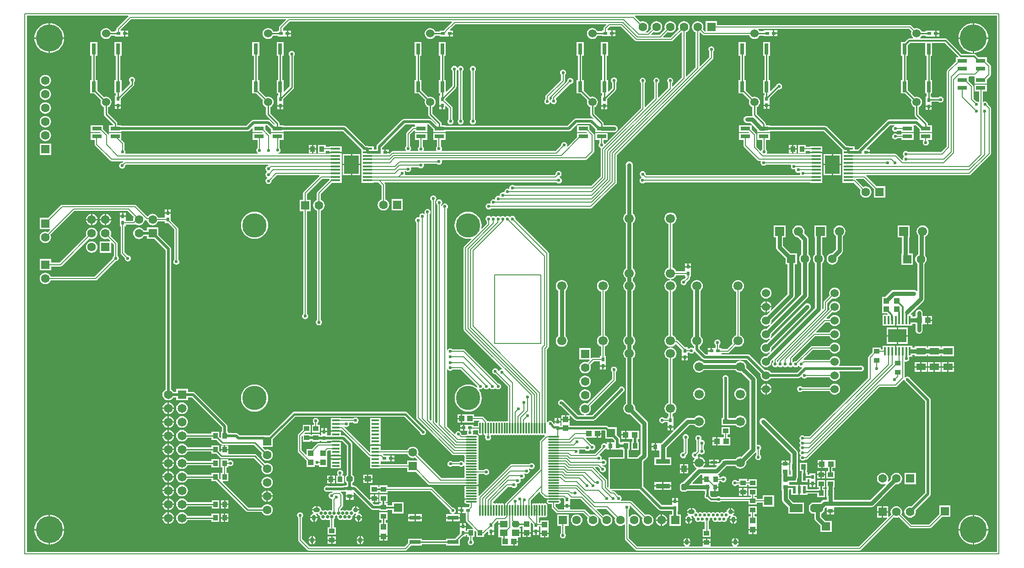
<source format=gtl>
G04*
G04 #@! TF.GenerationSoftware,Altium Limited,Altium NEXUS,2.1.9 (83)*
G04*
G04 Layer_Physical_Order=1*
G04 Layer_Color=255*
%FSLAX44Y44*%
%MOMM*%
G71*
G01*
G75*
%ADD13C,0.2000*%
%ADD14C,0.2540*%
%ADD17R,1.8000X0.7500*%
%ADD18R,0.8000X2.0000*%
%ADD19R,0.9000X1.0000*%
%ADD20O,0.3000X2.1000*%
%ADD21O,2.1000X0.3000*%
%ADD22R,1.0000X1.0000*%
%ADD23R,2.0000X0.8000*%
%ADD24R,0.6000X0.8000*%
G04:AMPARAMS|DCode=25|XSize=1.4mm|YSize=1.15mm|CornerRadius=0mm|HoleSize=0mm|Usage=FLASHONLY|Rotation=0.000|XOffset=0mm|YOffset=0mm|HoleType=Round|Shape=Octagon|*
%AMOCTAGOND25*
4,1,8,0.7000,-0.2875,0.7000,0.2875,0.4125,0.5750,-0.4125,0.5750,-0.7000,0.2875,-0.7000,-0.2875,-0.4125,-0.5750,0.4125,-0.5750,0.7000,-0.2875,0.0*
%
%ADD25OCTAGOND25*%

%ADD26R,1.4000X1.1500*%
%ADD27R,1.0000X1.0000*%
%ADD28R,0.8000X0.6000*%
%ADD29R,1.3970X0.3480*%
%ADD30R,1.0000X1.1000*%
%ADD31R,1.0000X0.9000*%
%ADD32R,1.2500X0.5300*%
G04:AMPARAMS|DCode=33|XSize=0.53mm|YSize=1.25mm|CornerRadius=0mm|HoleSize=0mm|Usage=FLASHONLY|Rotation=270.000|XOffset=0mm|YOffset=0mm|HoleType=Round|Shape=Octagon|*
%AMOCTAGOND33*
4,1,8,0.6250,0.1325,0.6250,-0.1325,0.4925,-0.2650,-0.4925,-0.2650,-0.6250,-0.1325,-0.6250,0.1325,-0.4925,0.2650,0.4925,0.2650,0.6250,0.1325,0.0*
%
%ADD33OCTAGOND33*%

%ADD34R,0.9000X0.8000*%
%ADD35R,1.2200X1.0000*%
G04:AMPARAMS|DCode=36|XSize=1mm|YSize=1.22mm|CornerRadius=0mm|HoleSize=0mm|Usage=FLASHONLY|Rotation=90.000|XOffset=0mm|YOffset=0mm|HoleType=Round|Shape=Octagon|*
%AMOCTAGOND36*
4,1,8,-0.6100,-0.2500,-0.6100,0.2500,-0.3600,0.5000,0.3600,0.5000,0.6100,0.2500,0.6100,-0.2500,0.3600,-0.5000,-0.3600,-0.5000,-0.6100,-0.2500,0.0*
%
%ADD36OCTAGOND36*%

%ADD37R,1.1000X1.0000*%
%ADD38R,1.0000X1.2200*%
G04:AMPARAMS|DCode=39|XSize=1mm|YSize=1.22mm|CornerRadius=0mm|HoleSize=0mm|Usage=FLASHONLY|Rotation=180.000|XOffset=0mm|YOffset=0mm|HoleType=Round|Shape=Octagon|*
%AMOCTAGOND39*
4,1,8,0.2500,-0.6100,-0.2500,-0.6100,-0.5000,-0.3600,-0.5000,0.3600,-0.2500,0.6100,0.2500,0.6100,0.5000,0.3600,0.5000,-0.3600,0.2500,-0.6100,0.0*
%
%ADD39OCTAGOND39*%

%ADD40R,2.4000X1.5500*%
G04:AMPARAMS|DCode=41|XSize=1.55mm|YSize=2.4mm|CornerRadius=0mm|HoleSize=0mm|Usage=FLASHONLY|Rotation=270.000|XOffset=0mm|YOffset=0mm|HoleType=Round|Shape=Octagon|*
%AMOCTAGOND41*
4,1,8,1.2000,0.3875,1.2000,-0.3875,0.8125,-0.7750,-0.8125,-0.7750,-1.2000,-0.3875,-1.2000,0.3875,-0.8125,0.7750,0.8125,0.7750,1.2000,0.3875,0.0*
%
%ADD41OCTAGOND41*%

%ADD42R,2.5900X0.9500*%
%ADD43R,5.9400X5.6300*%
%ADD44R,0.5900X1.3700*%
%ADD45R,0.8000X0.9000*%
%ADD46R,3.4000X2.4800*%
%ADD47R,0.4100X1.5700*%
%ADD48R,1.8000X1.3000*%
%ADD49R,1.7780X0.3556*%
%ADD50R,2.7500X3.4300*%
%ADD101C,0.3000*%
%ADD102C,0.5000*%
%ADD103C,0.4000*%
%ADD104C,0.8000*%
%ADD105C,5.0000*%
%ADD106C,1.5240*%
%ADD107C,1.7000*%
%ADD108R,1.7000X1.7000*%
%ADD109R,1.6500X1.6500*%
%ADD110C,1.6500*%
%ADD111C,0.6000*%
%ADD112O,0.7500X1.0500*%
%ADD113C,0.9000*%
%ADD114O,1.2000X0.9000*%
%ADD115C,0.6500*%
%ADD116C,1.6000*%
%ADD117R,1.6000X1.6000*%
%ADD118R,1.6000X1.6000*%
%ADD119C,4.5000*%
G36*
X1798891Y3609D02*
X3609D01*
Y996391D01*
X190990D01*
X191516Y995121D01*
X170198Y973802D01*
X169415Y972631D01*
X169141Y971250D01*
Y969040D01*
X166210D01*
Y967385D01*
X159388D01*
X158875Y968624D01*
X157246Y970746D01*
X155124Y972375D01*
X152652Y973399D01*
X150000Y973748D01*
X147348Y973399D01*
X144876Y972375D01*
X142754Y970746D01*
X141125Y968624D01*
X140101Y966152D01*
X139752Y963500D01*
X140101Y960848D01*
X141125Y958376D01*
X142754Y956254D01*
X144876Y954625D01*
X147348Y953602D01*
X150000Y953252D01*
X152652Y953602D01*
X155124Y954625D01*
X157246Y956254D01*
X158875Y958376D01*
X159388Y959615D01*
X166210D01*
Y957960D01*
X183480D01*
Y963500D01*
Y969040D01*
X177440D01*
X176914Y970310D01*
X196495Y989891D01*
X482627D01*
X483113Y988717D01*
X471448Y977052D01*
X470665Y975881D01*
X470391Y974500D01*
Y969040D01*
X467460D01*
Y967385D01*
X459388D01*
X458875Y968624D01*
X457246Y970746D01*
X455124Y972375D01*
X452652Y973399D01*
X450000Y973748D01*
X447348Y973399D01*
X444876Y972375D01*
X442754Y970746D01*
X441125Y968624D01*
X440102Y966152D01*
X439752Y963500D01*
X440102Y960848D01*
X441125Y958376D01*
X442754Y956254D01*
X444876Y954625D01*
X447348Y953602D01*
X450000Y953252D01*
X452652Y953602D01*
X455124Y954625D01*
X457246Y956254D01*
X458875Y958376D01*
X459388Y959615D01*
X467460D01*
Y957960D01*
X484730D01*
Y963500D01*
Y969040D01*
X477609D01*
Y973005D01*
X489955Y985351D01*
X789594D01*
X790080Y984177D01*
X776198Y970295D01*
X775709Y969564D01*
X775186Y969040D01*
X767210D01*
Y967385D01*
X759388D01*
X758875Y968624D01*
X757246Y970746D01*
X755124Y972375D01*
X752652Y973399D01*
X750000Y973748D01*
X747348Y973399D01*
X744876Y972375D01*
X742754Y970746D01*
X741125Y968624D01*
X740101Y966152D01*
X739752Y963500D01*
X740101Y960848D01*
X741125Y958376D01*
X742754Y956254D01*
X744876Y954625D01*
X747348Y953602D01*
X750000Y953252D01*
X752652Y953602D01*
X755124Y954625D01*
X757246Y956254D01*
X758875Y958376D01*
X759388Y959615D01*
X767210D01*
Y957960D01*
X784480D01*
Y963500D01*
X785750D01*
Y964770D01*
X792290D01*
Y969040D01*
X786811D01*
X786325Y970213D01*
X796922Y980811D01*
X1075297D01*
X1075783Y979637D01*
X1071698Y975552D01*
X1070915Y974381D01*
X1070641Y973000D01*
Y969290D01*
X1067710D01*
Y967510D01*
X1059336D01*
X1058875Y968624D01*
X1057246Y970746D01*
X1055124Y972375D01*
X1052652Y973399D01*
X1050000Y973748D01*
X1047348Y973399D01*
X1044876Y972375D01*
X1042754Y970746D01*
X1041125Y968624D01*
X1040101Y966152D01*
X1039752Y963500D01*
X1040101Y960848D01*
X1041125Y958376D01*
X1042754Y956254D01*
X1044876Y954625D01*
X1047348Y953602D01*
X1050000Y953252D01*
X1052652Y953602D01*
X1055124Y954625D01*
X1057246Y956254D01*
X1058875Y958376D01*
X1059440Y959740D01*
X1067710D01*
Y958210D01*
X1084980D01*
Y963750D01*
Y969290D01*
X1077859D01*
Y971505D01*
X1082625Y976271D01*
X1103034D01*
X1129187Y950118D01*
X1130358Y949335D01*
X1131739Y949061D01*
X1196320D01*
X1197701Y949335D01*
X1198872Y950118D01*
X1214521Y965766D01*
X1215791Y965240D01*
Y882133D01*
X1198783Y865126D01*
X1197609Y865612D01*
Y871999D01*
X1197994Y872256D01*
X1199219Y874088D01*
X1199649Y876250D01*
X1199219Y878412D01*
X1197994Y880244D01*
X1196162Y881469D01*
X1194000Y881898D01*
X1191838Y881469D01*
X1190006Y880244D01*
X1188781Y878412D01*
X1188352Y876250D01*
X1188781Y874088D01*
X1190006Y872256D01*
X1190391Y871999D01*
Y863154D01*
X1172617Y845381D01*
X1171444Y845867D01*
Y871487D01*
X1172594Y872256D01*
X1173819Y874088D01*
X1174249Y876250D01*
X1173819Y878412D01*
X1172594Y880244D01*
X1170762Y881469D01*
X1168600Y881898D01*
X1166438Y881469D01*
X1164606Y880244D01*
X1163381Y878412D01*
X1162952Y876250D01*
X1163381Y874088D01*
X1164225Y872825D01*
Y843409D01*
X1148033Y827217D01*
X1146859Y827703D01*
Y871999D01*
X1147244Y872256D01*
X1148469Y874088D01*
X1148898Y876250D01*
X1148469Y878412D01*
X1147244Y880244D01*
X1145412Y881469D01*
X1143250Y881898D01*
X1141088Y881469D01*
X1139256Y880244D01*
X1138031Y878412D01*
X1137601Y876250D01*
X1138031Y874088D01*
X1139256Y872256D01*
X1139641Y871999D01*
Y825245D01*
X1073438Y759043D01*
X1072035Y759436D01*
X1070994Y760994D01*
X1070609Y761251D01*
Y766576D01*
X1078558D01*
Y779156D01*
X1055478D01*
Y766576D01*
X1063391D01*
Y761251D01*
X1063006Y760994D01*
X1061781Y759162D01*
X1061351Y757000D01*
X1061781Y754838D01*
X1063006Y753006D01*
X1064838Y751781D01*
X1064847Y751780D01*
X1065540Y750347D01*
X1065367Y749476D01*
Y698642D01*
X1048084Y681359D01*
X906501D01*
X906244Y681744D01*
X904412Y682969D01*
X902250Y683399D01*
X900088Y682969D01*
X898256Y681744D01*
X897031Y679912D01*
X896601Y677750D01*
X896874Y676381D01*
X895731Y675617D01*
X895205Y675968D01*
X893044Y676398D01*
X890882Y675968D01*
X889050Y674744D01*
X887825Y672912D01*
X887395Y670750D01*
X887478Y670334D01*
X886342Y669532D01*
X884500Y669899D01*
X882338Y669469D01*
X880506Y668244D01*
X879281Y666412D01*
X878851Y664250D01*
X879028Y663361D01*
X877885Y662598D01*
X877704Y662719D01*
X875543Y663148D01*
X873381Y662719D01*
X871549Y661494D01*
X870324Y659662D01*
X869894Y657500D01*
X869977Y657085D01*
X868841Y656282D01*
X867000Y656648D01*
X864838Y656219D01*
X863006Y654994D01*
X861781Y653162D01*
X861351Y651000D01*
X861721Y649142D01*
X860939Y648424D01*
X860692Y648302D01*
X860349Y648531D01*
X858187Y648961D01*
X856026Y648531D01*
X854193Y647307D01*
X852969Y645474D01*
X852539Y643313D01*
X852969Y641151D01*
X854193Y639318D01*
X856026Y638094D01*
X858187Y637664D01*
X860349Y638094D01*
X862182Y639318D01*
X862439Y639703D01*
X1047245D01*
X1048626Y639978D01*
X1049797Y640760D01*
X1094229Y685192D01*
X1095011Y686363D01*
X1095286Y687744D01*
Y738579D01*
X1272752Y916045D01*
X1273535Y917216D01*
X1273809Y918597D01*
Y929999D01*
X1274194Y930256D01*
X1275419Y932088D01*
X1275848Y934250D01*
X1275419Y936412D01*
X1274194Y938244D01*
X1272362Y939469D01*
X1270200Y939899D01*
X1268038Y939469D01*
X1266206Y938244D01*
X1264981Y936412D01*
X1264551Y934250D01*
X1264981Y932088D01*
X1266206Y930256D01*
X1266591Y929999D01*
Y920092D01*
X1249583Y903084D01*
X1248409Y903570D01*
Y965240D01*
X1249679Y965766D01*
X1254498Y960948D01*
X1255669Y960165D01*
X1257050Y959891D01*
X1340498D01*
X1341125Y958376D01*
X1342754Y956254D01*
X1344876Y954625D01*
X1347348Y953602D01*
X1350000Y953252D01*
X1352652Y953602D01*
X1355124Y954625D01*
X1357246Y956254D01*
X1358875Y958376D01*
X1359440Y959740D01*
X1366960D01*
Y958210D01*
X1384230D01*
Y963750D01*
Y969290D01*
X1366960D01*
Y967510D01*
X1359336D01*
X1358875Y968624D01*
X1357246Y970746D01*
X1356996Y970938D01*
X1357404Y972141D01*
X1636255D01*
X1640729Y967667D01*
X1640101Y966152D01*
X1639752Y963500D01*
X1640101Y960848D01*
X1641125Y958376D01*
X1642754Y956254D01*
X1643881Y955389D01*
X1643450Y954119D01*
X1636404D01*
X1634828Y953806D01*
X1633491Y952913D01*
X1628067Y947488D01*
X1620812D01*
Y922408D01*
X1623467D01*
Y877488D01*
X1620812D01*
Y852408D01*
X1628398D01*
X1640556Y840250D01*
X1640101Y839152D01*
X1639752Y836500D01*
X1640101Y833848D01*
X1641125Y831376D01*
X1642754Y829254D01*
X1644876Y827625D01*
X1646115Y827112D01*
Y813250D01*
X1646411Y811763D01*
X1647253Y810503D01*
X1653248Y804508D01*
X1652439Y803522D01*
X1652101Y803748D01*
X1650134Y804139D01*
X1598886D01*
X1596920Y803748D01*
X1595252Y802634D01*
X1542116Y749498D01*
X1541811Y749040D01*
X1538210D01*
Y748639D01*
X1535148D01*
Y754318D01*
X1526327D01*
X1525685Y754748D01*
X1523718Y755139D01*
X1520179D01*
X1484318Y791000D01*
X1482651Y792114D01*
X1480685Y792505D01*
X1378558D01*
Y793656D01*
X1370903D01*
Y795732D01*
X1370607Y797219D01*
X1369765Y798479D01*
X1353885Y814359D01*
Y827112D01*
X1355124Y827625D01*
X1357246Y829254D01*
X1358875Y831376D01*
X1359899Y833848D01*
X1360248Y836500D01*
X1359899Y839152D01*
X1358875Y841624D01*
X1357246Y843746D01*
X1355124Y845375D01*
X1352652Y846398D01*
X1350000Y846748D01*
X1347348Y846398D01*
X1345967Y845827D01*
X1333892Y857902D01*
Y877488D01*
X1331237D01*
Y922408D01*
X1333892D01*
Y947488D01*
X1320812D01*
Y922408D01*
X1323467D01*
Y877488D01*
X1320812D01*
Y852408D01*
X1328398D01*
X1340556Y840250D01*
X1340101Y839152D01*
X1339752Y836500D01*
X1340101Y833848D01*
X1341125Y831376D01*
X1342754Y829254D01*
X1344876Y827625D01*
X1346115Y827112D01*
Y812750D01*
X1346262Y812012D01*
X1345500Y811001D01*
X1345278Y810846D01*
X1336250D01*
X1334543Y810622D01*
X1332952Y809963D01*
X1331586Y808914D01*
X1330537Y807548D01*
X1329878Y805957D01*
X1329654Y804250D01*
X1329878Y802543D01*
X1330537Y800952D01*
X1331586Y799586D01*
X1332952Y798537D01*
X1334543Y797878D01*
X1336250Y797654D01*
X1342652D01*
X1355478Y784827D01*
Y781076D01*
X1360364D01*
X1360561Y780994D01*
X1362268Y780770D01*
X1367018D01*
X1368725Y780994D01*
X1368922Y781076D01*
X1378558D01*
Y782227D01*
X1478556D01*
X1512288Y748495D01*
Y739182D01*
Y732682D01*
Y726182D01*
Y719682D01*
Y713182D01*
Y706682D01*
Y700182D01*
Y693682D01*
Y687181D01*
X1533564D01*
X1546288Y674458D01*
X1545581Y672751D01*
X1545219Y670000D01*
X1545581Y667249D01*
X1546643Y664685D01*
X1548333Y662483D01*
X1550535Y660793D01*
X1553098Y659731D01*
X1555850Y659369D01*
X1558602Y659731D01*
X1561165Y660793D01*
X1563367Y662483D01*
X1565057Y664685D01*
X1566119Y667249D01*
X1566481Y670000D01*
X1566119Y672751D01*
X1565057Y675315D01*
X1563367Y677517D01*
X1561165Y679207D01*
X1558602Y680269D01*
X1555850Y680631D01*
X1553098Y680269D01*
X1551392Y679562D01*
X1537834Y693120D01*
X1538360Y694390D01*
X1551755D01*
X1570710Y675436D01*
Y659460D01*
X1591790D01*
Y680540D01*
X1575814D01*
X1556734Y699620D01*
X1557260Y700890D01*
X1747341D01*
X1748722Y701165D01*
X1749893Y701947D01*
X1786552Y738607D01*
X1787335Y739778D01*
X1787609Y741159D01*
Y824750D01*
X1787335Y826131D01*
X1786552Y827302D01*
X1782058Y831796D01*
X1782148Y832250D01*
X1781719Y834412D01*
X1780494Y836244D01*
X1778662Y837469D01*
X1776500Y837898D01*
X1774338Y837469D01*
X1773729Y837062D01*
X1772609Y837660D01*
Y856326D01*
X1780058D01*
Y868906D01*
X1756978D01*
Y856326D01*
X1765391D01*
Y837507D01*
X1764121Y836828D01*
X1763162Y837469D01*
X1761000Y837898D01*
X1760546Y837808D01*
X1755368Y842986D01*
Y865125D01*
X1755094Y866506D01*
X1754311Y867677D01*
X1746058Y875930D01*
Y883406D01*
X1746747Y884391D01*
X1756289D01*
X1756978Y883406D01*
Y870826D01*
X1780058D01*
Y878302D01*
X1786503Y884747D01*
X1787286Y885918D01*
X1787560Y887299D01*
Y902933D01*
X1787286Y904314D01*
X1786503Y905485D01*
X1780058Y911930D01*
Y919406D01*
X1764419D01*
X1759163Y924663D01*
X1757826Y925556D01*
X1756250Y925869D01*
X1733706D01*
X1706663Y952913D01*
X1705326Y953806D01*
X1703750Y954119D01*
X1656550D01*
X1656119Y955389D01*
X1657246Y956254D01*
X1658875Y958376D01*
X1659388Y959615D01*
X1666960D01*
Y957960D01*
X1684230D01*
Y963500D01*
Y969040D01*
X1666960D01*
Y967385D01*
X1659388D01*
X1658875Y968624D01*
X1657246Y970746D01*
X1655124Y972375D01*
X1652652Y973399D01*
X1650000Y973748D01*
X1647348Y973399D01*
X1645833Y972771D01*
X1640302Y978302D01*
X1639131Y979085D01*
X1637750Y979359D01*
X1280740D01*
Y986290D01*
X1259660D01*
Y967484D01*
X1258390Y967264D01*
X1254362Y971292D01*
X1255069Y972999D01*
X1255431Y975750D01*
X1255069Y978502D01*
X1254007Y981065D01*
X1252317Y983267D01*
X1250116Y984957D01*
X1247551Y986019D01*
X1244800Y986381D01*
X1242048Y986019D01*
X1239484Y984957D01*
X1237283Y983267D01*
X1235593Y981065D01*
X1234531Y978502D01*
X1234169Y975750D01*
X1234531Y972999D01*
X1235593Y970434D01*
X1237283Y968233D01*
X1239484Y966543D01*
X1241191Y965837D01*
Y901113D01*
X1224183Y884105D01*
X1223009Y884591D01*
Y965837D01*
X1224715Y966543D01*
X1226917Y968233D01*
X1228607Y970434D01*
X1229669Y972999D01*
X1230031Y975750D01*
X1229669Y978502D01*
X1228607Y981065D01*
X1226917Y983267D01*
X1224715Y984957D01*
X1222151Y986019D01*
X1219400Y986381D01*
X1216648Y986019D01*
X1214084Y984957D01*
X1211883Y983267D01*
X1210193Y981065D01*
X1209131Y978502D01*
X1208769Y975750D01*
X1209131Y972999D01*
X1209838Y971292D01*
X1194825Y956279D01*
X1181293D01*
X1180807Y957453D01*
X1189542Y966188D01*
X1191248Y965481D01*
X1194000Y965119D01*
X1196751Y965481D01*
X1199315Y966543D01*
X1201517Y968233D01*
X1203207Y970434D01*
X1204269Y972999D01*
X1204631Y975750D01*
X1204269Y978502D01*
X1203207Y981065D01*
X1201517Y983267D01*
X1199315Y984957D01*
X1196751Y986019D01*
X1194000Y986381D01*
X1191248Y986019D01*
X1188684Y984957D01*
X1186483Y983267D01*
X1184793Y981065D01*
X1183731Y978502D01*
X1183369Y975750D01*
X1183731Y972999D01*
X1184438Y971292D01*
X1173965Y960819D01*
X1159583D01*
X1159097Y961993D01*
X1163541Y966437D01*
X1165848Y965481D01*
X1168600Y965119D01*
X1171351Y965481D01*
X1173915Y966543D01*
X1176117Y968233D01*
X1177807Y970434D01*
X1178869Y972999D01*
X1179231Y975750D01*
X1178869Y978502D01*
X1177807Y981065D01*
X1176117Y983267D01*
X1173915Y984957D01*
X1171351Y986019D01*
X1168600Y986381D01*
X1165848Y986019D01*
X1163285Y984957D01*
X1161083Y983267D01*
X1159393Y981065D01*
X1158331Y978502D01*
X1157969Y975750D01*
X1158331Y972999D01*
X1158789Y971893D01*
X1152255Y965359D01*
X1148976D01*
X1148628Y966253D01*
X1148627Y966629D01*
X1150717Y968233D01*
X1152407Y970434D01*
X1153469Y972999D01*
X1153831Y975750D01*
X1153469Y978502D01*
X1152407Y981065D01*
X1150717Y983267D01*
X1148515Y984957D01*
X1145952Y986019D01*
X1143200Y986381D01*
X1140449Y986019D01*
X1138742Y985312D01*
X1128934Y995121D01*
X1129460Y996391D01*
X1798891D01*
Y3609D01*
D02*
G37*
G36*
X1727345Y920579D02*
X1726859Y919406D01*
X1722978D01*
Y911930D01*
X1706868Y895820D01*
X1706085Y894649D01*
X1705811Y893268D01*
Y754245D01*
X1695675Y744109D01*
X1634251D01*
X1633994Y744494D01*
X1632162Y745719D01*
X1630000Y746149D01*
X1627838Y745719D01*
X1626006Y744494D01*
X1624781Y742662D01*
X1624352Y740500D01*
X1624781Y738338D01*
X1625883Y736690D01*
X1626006Y736057D01*
Y735693D01*
X1625883Y735061D01*
X1624781Y733412D01*
X1624352Y731250D01*
X1624650Y729751D01*
X1623479Y729125D01*
X1613052Y739553D01*
X1611881Y740335D01*
X1610500Y740610D01*
X1563290D01*
Y742230D01*
X1556750D01*
Y744770D01*
X1563290D01*
Y749040D01*
X1557853D01*
X1557367Y750213D01*
X1601015Y793861D01*
X1608830D01*
X1608955Y792591D01*
X1608338Y792468D01*
X1606506Y791244D01*
X1605281Y789412D01*
X1604852Y787250D01*
X1605281Y785088D01*
X1606506Y783256D01*
X1608338Y782031D01*
X1610500Y781601D01*
X1612662Y782031D01*
X1614494Y783256D01*
X1614829Y783757D01*
X1621478D01*
Y781076D01*
X1644558D01*
X1644558Y793656D01*
X1645743Y793861D01*
X1648006D01*
X1655478Y786389D01*
Y781076D01*
X1678558D01*
Y793656D01*
X1670903D01*
Y796232D01*
X1670607Y797719D01*
X1669765Y798979D01*
X1653885Y814859D01*
Y827112D01*
X1655124Y827625D01*
X1657246Y829254D01*
X1658875Y831376D01*
X1659899Y833848D01*
X1660248Y836500D01*
X1659899Y839152D01*
X1658875Y841624D01*
X1657246Y843746D01*
X1655124Y845375D01*
X1652652Y846398D01*
X1650000Y846748D01*
X1647348Y846398D01*
X1645967Y845827D01*
X1633892Y857902D01*
Y877488D01*
X1631237D01*
Y922408D01*
X1633892D01*
Y941663D01*
X1638110Y945881D01*
X1665812D01*
Y922408D01*
X1668467D01*
Y877488D01*
X1665812D01*
Y852408D01*
X1668365D01*
Y847040D01*
X1666710D01*
Y833960D01*
Y829770D01*
X1672250D01*
X1677790D01*
Y833960D01*
Y837365D01*
X1690183D01*
X1690256Y837256D01*
X1692088Y836031D01*
X1694250Y835602D01*
X1696412Y836031D01*
X1698244Y837256D01*
X1699469Y839088D01*
X1699899Y841250D01*
X1699469Y843412D01*
X1698244Y845244D01*
X1696412Y846469D01*
X1694250Y846898D01*
X1692088Y846469D01*
X1690256Y845244D01*
X1690183Y845135D01*
X1677790D01*
Y847040D01*
X1676135D01*
Y852408D01*
X1678892D01*
Y877488D01*
X1676237D01*
Y922408D01*
X1678892D01*
Y945881D01*
X1702044D01*
X1727345Y920579D01*
D02*
G37*
%LPC*%
G36*
X1392040Y969290D02*
X1386770D01*
Y965020D01*
X1392040D01*
Y969290D01*
D02*
G37*
G36*
X1092790D02*
X1087520D01*
Y965020D01*
X1092790D01*
Y969290D01*
D02*
G37*
G36*
X1692040Y969040D02*
X1686770D01*
Y964770D01*
X1692040D01*
Y969040D01*
D02*
G37*
G36*
X492540D02*
X487270D01*
Y964770D01*
X492540D01*
Y969040D01*
D02*
G37*
G36*
X191290D02*
X186020D01*
Y964770D01*
X191290D01*
Y969040D01*
D02*
G37*
G36*
X1392040Y962480D02*
X1386770D01*
Y958210D01*
X1392040D01*
Y962480D01*
D02*
G37*
G36*
X1092790D02*
X1087520D01*
Y958210D01*
X1092790D01*
Y962480D01*
D02*
G37*
G36*
X1692040Y962230D02*
X1686770D01*
Y957960D01*
X1692040D01*
Y962230D01*
D02*
G37*
G36*
X792290D02*
X787020D01*
Y957960D01*
X792290D01*
Y962230D01*
D02*
G37*
G36*
X492540Y962230D02*
X487270D01*
Y957960D01*
X492540D01*
Y962230D01*
D02*
G37*
G36*
X191290D02*
X186020D01*
Y957960D01*
X191290D01*
Y962230D01*
D02*
G37*
G36*
X1756270Y982525D02*
Y956270D01*
X1782525D01*
X1782285Y959322D01*
X1781273Y963537D01*
X1779614Y967542D01*
X1777349Y971238D01*
X1774534Y974534D01*
X1771238Y977349D01*
X1767542Y979614D01*
X1763537Y981273D01*
X1759321Y982285D01*
X1756270Y982525D01*
D02*
G37*
G36*
X1753730D02*
X1750679Y982285D01*
X1746463Y981273D01*
X1742458Y979614D01*
X1738762Y977349D01*
X1735466Y974534D01*
X1732651Y971238D01*
X1730386Y967542D01*
X1728727Y963537D01*
X1727715Y959322D01*
X1727475Y956270D01*
X1753730D01*
Y982525D01*
D02*
G37*
G36*
X46270D02*
Y956270D01*
X72525D01*
X72285Y959322D01*
X71273Y963537D01*
X69614Y967542D01*
X67349Y971238D01*
X64534Y974534D01*
X61238Y977349D01*
X57542Y979614D01*
X53537Y981273D01*
X49321Y982285D01*
X46270Y982525D01*
D02*
G37*
G36*
X43730D02*
X40679Y982285D01*
X36463Y981273D01*
X32459Y979614D01*
X28762Y977349D01*
X25466Y974534D01*
X22651Y971238D01*
X20386Y967542D01*
X18727Y963537D01*
X17715Y959322D01*
X17475Y956270D01*
X43730D01*
Y982525D01*
D02*
G37*
G36*
X1782525Y953730D02*
X1756270D01*
Y927475D01*
X1759321Y927715D01*
X1763537Y928727D01*
X1767542Y930386D01*
X1771238Y932651D01*
X1774534Y935466D01*
X1777349Y938762D01*
X1779614Y942458D01*
X1781273Y946463D01*
X1782285Y950678D01*
X1782525Y953730D01*
D02*
G37*
G36*
X1753730D02*
X1727475D01*
X1727715Y950678D01*
X1728727Y946463D01*
X1730386Y942458D01*
X1732651Y938762D01*
X1735466Y935466D01*
X1738762Y932651D01*
X1742458Y930386D01*
X1746463Y928727D01*
X1750679Y927715D01*
X1753730Y927475D01*
Y953730D01*
D02*
G37*
G36*
X72525D02*
X46270D01*
Y927475D01*
X49321Y927715D01*
X53537Y928727D01*
X57542Y930386D01*
X61238Y932651D01*
X64534Y935466D01*
X67349Y938762D01*
X69614Y942458D01*
X71273Y946463D01*
X72285Y950678D01*
X72525Y953730D01*
D02*
G37*
G36*
X43730D02*
X17475D01*
X17715Y950678D01*
X18727Y946463D01*
X20386Y942458D01*
X22651Y938762D01*
X25466Y935466D01*
X28762Y932651D01*
X32459Y930386D01*
X36463Y928727D01*
X40679Y927715D01*
X43730Y927475D01*
Y953730D01*
D02*
G37*
G36*
X995750Y896648D02*
X993588Y896219D01*
X991756Y894994D01*
X990531Y893162D01*
X990101Y891000D01*
X990531Y888838D01*
X991756Y887006D01*
X992141Y886749D01*
Y877245D01*
X964198Y849302D01*
X963415Y848131D01*
X963141Y846750D01*
Y842001D01*
X962756Y841744D01*
X961532Y839912D01*
X961102Y837750D01*
X961532Y835588D01*
X962756Y833756D01*
X964588Y832531D01*
X966750Y832102D01*
X968912Y832531D01*
X970744Y833756D01*
X971969Y835588D01*
X972027Y835884D01*
X972960Y836036D01*
X973344Y835994D01*
X974506Y834256D01*
X976338Y833031D01*
X978500Y832601D01*
X980662Y833031D01*
X982494Y834256D01*
X983719Y836088D01*
X984148Y838250D01*
X983719Y840412D01*
X982494Y842244D01*
X982478Y843624D01*
X1008796Y869942D01*
X1009250Y869852D01*
X1011412Y870281D01*
X1013244Y871506D01*
X1014469Y873338D01*
X1014899Y875500D01*
X1014469Y877662D01*
X1013244Y879494D01*
X1011412Y880719D01*
X1009250Y881149D01*
X1007088Y880719D01*
X1005256Y879494D01*
X1004031Y877662D01*
X1003602Y875500D01*
X1003692Y875046D01*
X975948Y847302D01*
X975165Y846131D01*
X974891Y844750D01*
Y842501D01*
X974506Y842244D01*
X973281Y840412D01*
X973223Y840116D01*
X972290Y839964D01*
X971906Y840006D01*
X970744Y841744D01*
X970359Y842001D01*
Y845255D01*
X998302Y873198D01*
X999085Y874369D01*
X999359Y875750D01*
Y886749D01*
X999744Y887006D01*
X1000969Y888838D01*
X1001398Y891000D01*
X1000969Y893162D01*
X999744Y894994D01*
X997912Y896219D01*
X995750Y896648D01*
D02*
G37*
G36*
X37750Y886981D02*
X34999Y886619D01*
X32434Y885557D01*
X30233Y883867D01*
X28543Y881665D01*
X27481Y879101D01*
X27119Y876350D01*
X27481Y873598D01*
X28543Y871035D01*
X30233Y868833D01*
X32434Y867143D01*
X34999Y866081D01*
X37750Y865719D01*
X40501Y866081D01*
X43066Y867143D01*
X45267Y868833D01*
X46957Y871034D01*
X48019Y873598D01*
X48381Y876350D01*
X48019Y879101D01*
X46957Y881665D01*
X45267Y883867D01*
X43066Y885557D01*
X40501Y886619D01*
X37750Y886981D01*
D02*
G37*
G36*
X1378892Y947488D02*
X1365812D01*
Y922408D01*
X1368467D01*
Y877488D01*
X1365812D01*
Y852408D01*
X1368365D01*
Y849040D01*
X1366710D01*
Y835960D01*
Y831770D01*
X1372250D01*
Y830500D01*
D01*
Y831770D01*
X1377790D01*
Y835960D01*
Y843546D01*
X1394328Y860085D01*
X1395500Y859852D01*
X1397662Y860281D01*
X1399494Y861506D01*
X1400719Y863338D01*
X1401149Y865500D01*
X1400719Y867662D01*
X1399494Y869494D01*
X1397662Y870719D01*
X1395500Y871149D01*
X1393338Y870719D01*
X1391506Y869494D01*
X1390281Y867662D01*
X1390123Y866867D01*
X1380065Y856809D01*
X1378892Y857295D01*
Y877488D01*
X1376237D01*
Y922408D01*
X1378892D01*
Y947488D01*
D02*
G37*
G36*
X37750Y861581D02*
X34999Y861219D01*
X32434Y860157D01*
X30233Y858467D01*
X28543Y856265D01*
X27481Y853701D01*
X27119Y850950D01*
X27481Y848198D01*
X28543Y845635D01*
X30233Y843433D01*
X32434Y841743D01*
X34999Y840681D01*
X37750Y840319D01*
X40501Y840681D01*
X43066Y841743D01*
X45267Y843433D01*
X46957Y845635D01*
X48019Y848198D01*
X48381Y850950D01*
X48019Y853701D01*
X46957Y856265D01*
X45267Y858467D01*
X43066Y860157D01*
X40501Y861219D01*
X37750Y861581D01*
D02*
G37*
G36*
X178892Y947488D02*
X165812D01*
Y922408D01*
X168467D01*
Y877488D01*
X165812D01*
Y852408D01*
X168365D01*
Y848790D01*
X166710D01*
Y835710D01*
Y831520D01*
X172250D01*
X177790D01*
Y835710D01*
Y843296D01*
X200997Y866503D01*
X201839Y867763D01*
X202135Y869250D01*
Y873683D01*
X202244Y873756D01*
X203469Y875588D01*
X203899Y877750D01*
X203469Y879912D01*
X202244Y881744D01*
X200412Y882969D01*
X198250Y883399D01*
X196088Y882969D01*
X194256Y881744D01*
X193031Y879912D01*
X192602Y877750D01*
X193031Y875588D01*
X194256Y873756D01*
X194365Y873683D01*
Y870859D01*
X180065Y856559D01*
X178892Y857045D01*
Y877488D01*
X176237D01*
Y922408D01*
X178892D01*
Y947488D01*
D02*
G37*
G36*
X478892D02*
X465812D01*
Y922408D01*
X468467D01*
Y877488D01*
X465812D01*
Y852408D01*
X468615D01*
Y848290D01*
X466960D01*
Y835210D01*
Y831020D01*
X472500D01*
X478040D01*
Y835210D01*
Y842796D01*
X496497Y861253D01*
X497339Y862513D01*
X497635Y864000D01*
Y921683D01*
X497744Y921756D01*
X498969Y923588D01*
X499398Y925750D01*
X498969Y927912D01*
X497744Y929744D01*
X495912Y930968D01*
X493750Y931398D01*
X491588Y930968D01*
X489756Y929744D01*
X488531Y927912D01*
X488102Y925750D01*
X488531Y923588D01*
X489756Y921756D01*
X489865Y921683D01*
Y865609D01*
X480065Y855809D01*
X478892Y856295D01*
Y877488D01*
X476237D01*
Y922408D01*
X478892D01*
Y947488D01*
D02*
G37*
G36*
X1078892D02*
X1065812D01*
Y922408D01*
X1068467D01*
Y877488D01*
X1065812D01*
Y852408D01*
X1068365D01*
Y848290D01*
X1066710D01*
Y835210D01*
Y831020D01*
X1072250D01*
X1077790D01*
Y835210D01*
Y842796D01*
X1092997Y858003D01*
X1093839Y859263D01*
X1094135Y860750D01*
Y872433D01*
X1094244Y872506D01*
X1095469Y874338D01*
X1095899Y876500D01*
X1095469Y878662D01*
X1094244Y880494D01*
X1092412Y881719D01*
X1090250Y882149D01*
X1088088Y881719D01*
X1086256Y880494D01*
X1085031Y878662D01*
X1084602Y876500D01*
X1085031Y874338D01*
X1086256Y872506D01*
X1086365Y872433D01*
Y862359D01*
X1080065Y856059D01*
X1078892Y856545D01*
Y877488D01*
X1076237D01*
Y922408D01*
X1078892D01*
Y947488D01*
D02*
G37*
G36*
X1377790Y829230D02*
X1373520D01*
Y823960D01*
X1377790D01*
Y829230D01*
D02*
G37*
G36*
X1370980D02*
X1366710D01*
Y823960D01*
X1370980D01*
Y829230D01*
D02*
G37*
G36*
X177790Y828980D02*
X173520D01*
Y823710D01*
X177790D01*
Y828980D01*
D02*
G37*
G36*
X170980D02*
X166710D01*
Y823710D01*
X170980D01*
Y828980D01*
D02*
G37*
G36*
X1077790Y828480D02*
X1073520D01*
Y823210D01*
X1077790D01*
Y828480D01*
D02*
G37*
G36*
X1070980D02*
X1066710D01*
Y823210D01*
X1070980D01*
Y828480D01*
D02*
G37*
G36*
X770980D02*
X766710D01*
Y823210D01*
X770980D01*
Y828480D01*
D02*
G37*
G36*
X478040D02*
X473770D01*
Y823210D01*
X478040D01*
Y828480D01*
D02*
G37*
G36*
X471230D02*
X466960D01*
Y823210D01*
X471230D01*
Y828480D01*
D02*
G37*
G36*
X37750Y836181D02*
X34999Y835819D01*
X32434Y834757D01*
X30233Y833067D01*
X28543Y830865D01*
X27481Y828301D01*
X27119Y825550D01*
X27481Y822798D01*
X28543Y820235D01*
X30233Y818033D01*
X32434Y816343D01*
X34999Y815281D01*
X37750Y814919D01*
X40501Y815281D01*
X43066Y816343D01*
X45267Y818033D01*
X46957Y820235D01*
X48019Y822798D01*
X48381Y825550D01*
X48019Y828301D01*
X46957Y830865D01*
X45267Y833067D01*
X43066Y834757D01*
X40501Y835819D01*
X37750Y836181D01*
D02*
G37*
G36*
X1033892Y947488D02*
X1020812D01*
Y922408D01*
X1023467D01*
Y877488D01*
X1020812D01*
Y852408D01*
X1028398D01*
X1040556Y840250D01*
X1040101Y839152D01*
X1039752Y836500D01*
X1040101Y833848D01*
X1041125Y831376D01*
X1042754Y829254D01*
X1044876Y827625D01*
X1046115Y827112D01*
Y813500D01*
X1046411Y812013D01*
X1047253Y810753D01*
X1051751Y806255D01*
X1050942Y805268D01*
X1049850Y805998D01*
X1047884Y806389D01*
X1020000D01*
X1018034Y805998D01*
X1016366Y804884D01*
X1003988Y792505D01*
X778558D01*
Y793656D01*
X770903D01*
Y796732D01*
X770607Y798219D01*
X769765Y799479D01*
X753885Y815359D01*
Y827112D01*
X755124Y827625D01*
X757246Y829254D01*
X758875Y831376D01*
X759899Y833848D01*
X760248Y836500D01*
X759899Y839152D01*
X758875Y841624D01*
X757246Y843746D01*
X755124Y845375D01*
X752652Y846398D01*
X750000Y846748D01*
X747348Y846398D01*
X745967Y845827D01*
X733892Y857902D01*
Y877488D01*
X731237D01*
Y922408D01*
X733892D01*
Y947488D01*
X720812D01*
Y922408D01*
X723467D01*
Y877488D01*
X720812D01*
Y852408D01*
X728398D01*
X740556Y840250D01*
X740101Y839152D01*
X739752Y836500D01*
X740101Y833848D01*
X741125Y831376D01*
X742754Y829254D01*
X744876Y827625D01*
X746115Y827112D01*
Y813750D01*
X746411Y812263D01*
X747253Y811003D01*
X762203Y796053D01*
X762193Y796004D01*
X760815Y795586D01*
X752768Y803634D01*
X751100Y804748D01*
X749134Y805139D01*
X701500D01*
X699533Y804748D01*
X697866Y803634D01*
X651866Y757634D01*
X650752Y755966D01*
X650361Y754000D01*
Y749040D01*
X648210D01*
Y748639D01*
X645366D01*
Y754318D01*
X636545D01*
X635902Y754748D01*
X633936Y755139D01*
X630396D01*
X594536Y791000D01*
X592869Y792114D01*
X590902Y792505D01*
X478558D01*
Y793656D01*
X470903D01*
Y797232D01*
X470607Y798719D01*
X469765Y799979D01*
X453885Y815859D01*
Y827112D01*
X455124Y827625D01*
X457246Y829254D01*
X458875Y831376D01*
X459898Y833848D01*
X460248Y836500D01*
X459898Y839152D01*
X458875Y841624D01*
X457246Y843746D01*
X455124Y845375D01*
X452652Y846398D01*
X450000Y846748D01*
X447348Y846398D01*
X445967Y845827D01*
X433892Y857902D01*
Y877488D01*
X431237D01*
Y922408D01*
X433892D01*
Y947488D01*
X420812D01*
Y922408D01*
X423467D01*
Y877488D01*
X420812D01*
Y852408D01*
X428398D01*
X440556Y840250D01*
X440102Y839152D01*
X439752Y836500D01*
X440102Y833848D01*
X441125Y831376D01*
X442754Y829254D01*
X444876Y827625D01*
X446115Y827112D01*
Y814250D01*
X446411Y812763D01*
X447253Y811503D01*
X462557Y796200D01*
X462468Y795730D01*
X461095Y795306D01*
X454018Y802384D01*
X452351Y803498D01*
X450384Y803889D01*
X423250D01*
X421283Y803498D01*
X419616Y802384D01*
X409738Y792505D01*
X178558D01*
Y793656D01*
X170903D01*
Y797232D01*
X170607Y798719D01*
X169765Y799979D01*
X153885Y815859D01*
Y827112D01*
X155124Y827625D01*
X157246Y829254D01*
X158875Y831376D01*
X159899Y833848D01*
X160248Y836500D01*
X159899Y839152D01*
X158875Y841624D01*
X157246Y843746D01*
X155124Y845375D01*
X152652Y846398D01*
X150000Y846748D01*
X147348Y846398D01*
X145967Y845827D01*
X133892Y857902D01*
Y877488D01*
X131237D01*
Y922408D01*
X133892D01*
Y947488D01*
X120812D01*
Y922408D01*
X123467D01*
Y877488D01*
X120812D01*
Y852408D01*
X128398D01*
X140556Y840250D01*
X140101Y839152D01*
X139752Y836500D01*
X140101Y833848D01*
X141125Y831376D01*
X142754Y829254D01*
X144876Y827625D01*
X146115Y827112D01*
Y814250D01*
X146411Y812763D01*
X147253Y811503D01*
X163133Y795623D01*
Y793656D01*
X155478D01*
Y781076D01*
X178558D01*
Y782227D01*
X411866D01*
X413833Y782618D01*
X415500Y783732D01*
X420305Y788537D01*
X421478Y788051D01*
Y781076D01*
X439287D01*
X439855Y780368D01*
X439322Y779156D01*
X421478D01*
Y766576D01*
X430141D01*
Y751251D01*
X429756Y750994D01*
X428531Y749162D01*
X428102Y747000D01*
X428531Y744838D01*
X429756Y743006D01*
X430429Y742557D01*
X430687Y740856D01*
X430488Y740610D01*
X186391D01*
X185696Y741652D01*
X185727Y741880D01*
X186148Y744000D01*
X185719Y746162D01*
X184494Y747994D01*
X184109Y748251D01*
Y759348D01*
X183835Y760729D01*
X183052Y761900D01*
X179294Y765658D01*
X178558Y766576D01*
X178558D01*
X178558Y766576D01*
Y779156D01*
X155478D01*
Y776416D01*
X155014Y776253D01*
X154208Y776205D01*
X153552Y777186D01*
X144558Y786180D01*
Y793656D01*
X121478D01*
Y781076D01*
X139288D01*
X139855Y780368D01*
X139322Y779156D01*
X121478D01*
Y766576D01*
X129141D01*
Y758250D01*
X129415Y756869D01*
X130198Y755698D01*
X157948Y727948D01*
X159119Y727166D01*
X160500Y726891D01*
X181240D01*
X181766Y725621D01*
X180454Y724308D01*
X180000Y724398D01*
X177838Y723969D01*
X176006Y722744D01*
X174781Y720912D01*
X174352Y718750D01*
X174781Y716588D01*
X176006Y714756D01*
X177838Y713531D01*
X180000Y713102D01*
X182162Y713531D01*
X183994Y714756D01*
X185219Y716588D01*
X185648Y718750D01*
X185558Y719204D01*
X186745Y720391D01*
X449850D01*
X450501Y719121D01*
X450273Y718804D01*
X448588Y718469D01*
X446756Y717244D01*
X445531Y715412D01*
X445102Y713250D01*
X445531Y711088D01*
X446756Y709256D01*
X447867Y708514D01*
Y706986D01*
X446756Y706244D01*
X445531Y704412D01*
X445102Y702250D01*
X445531Y700088D01*
X446756Y698256D01*
X448588Y697031D01*
X448634Y697022D01*
Y695728D01*
X448588Y695719D01*
X446756Y694494D01*
X445531Y692662D01*
X445102Y690500D01*
X445531Y688338D01*
X446756Y686506D01*
X448588Y685281D01*
X450750Y684852D01*
X452912Y685281D01*
X454744Y686506D01*
X455969Y688338D01*
X456399Y690500D01*
X456308Y690954D01*
X466245Y700890D01*
X544240D01*
X544766Y699620D01*
X515698Y670552D01*
X514915Y669381D01*
X514641Y668000D01*
Y655790D01*
X508060D01*
Y634710D01*
X514991D01*
Y444501D01*
X514606Y444244D01*
X513381Y442412D01*
X512952Y440250D01*
X513381Y438088D01*
X514606Y436256D01*
X516438Y435031D01*
X518600Y434602D01*
X520762Y435031D01*
X522594Y436256D01*
X523819Y438088D01*
X524249Y440250D01*
X523819Y442412D01*
X522594Y444244D01*
X522209Y444501D01*
Y634710D01*
X529140D01*
Y655790D01*
X521859D01*
Y666505D01*
X549745Y694390D01*
X563070D01*
Y692286D01*
X541198Y670414D01*
X540415Y669243D01*
X540141Y667861D01*
Y655060D01*
X538685Y654457D01*
X536483Y652767D01*
X534793Y650565D01*
X533731Y648001D01*
X533369Y645250D01*
X533731Y642498D01*
X534793Y639935D01*
X536483Y637733D01*
X538685Y636043D01*
X540391Y635337D01*
Y433251D01*
X540006Y432994D01*
X538781Y431162D01*
X538352Y429000D01*
X538781Y426838D01*
X540006Y425006D01*
X541838Y423781D01*
X544000Y423352D01*
X546162Y423781D01*
X547994Y425006D01*
X549219Y426838D01*
X549649Y429000D01*
X549219Y431162D01*
X547994Y432994D01*
X547609Y433251D01*
Y635337D01*
X549315Y636043D01*
X551517Y637733D01*
X553207Y639935D01*
X554269Y642498D01*
X554631Y645250D01*
X554269Y648001D01*
X553207Y650565D01*
X551517Y652767D01*
X549315Y654457D01*
X547359Y655267D01*
Y666366D01*
X568174Y687181D01*
X585930D01*
Y693682D01*
Y700182D01*
Y706682D01*
Y713182D01*
Y719682D01*
Y726182D01*
Y732682D01*
Y739182D01*
Y742230D01*
X563070D01*
Y740610D01*
X468510D01*
X468379Y740732D01*
X468771Y742104D01*
X469662Y742281D01*
X471494Y743506D01*
X472719Y745338D01*
X473148Y747500D01*
X472719Y749662D01*
X471494Y751494D01*
X471109Y751751D01*
Y766576D01*
X478558D01*
Y779156D01*
X455478D01*
Y776714D01*
X454208Y776329D01*
X453802Y776936D01*
X444558Y786180D01*
Y793611D01*
X448256D01*
X455478Y786389D01*
Y781076D01*
X478558D01*
Y782227D01*
X588774D01*
X622506Y748495D01*
Y739182D01*
Y732682D01*
Y726182D01*
Y719682D01*
Y713182D01*
Y706682D01*
Y700182D01*
Y693682D01*
Y687181D01*
X645366D01*
Y687890D01*
X654005D01*
X659741Y682155D01*
Y656413D01*
X658035Y655707D01*
X655833Y654017D01*
X654143Y651815D01*
X653081Y649251D01*
X652719Y646500D01*
X653081Y643748D01*
X654143Y641184D01*
X655833Y638983D01*
X658035Y637293D01*
X660599Y636231D01*
X663350Y635869D01*
X666102Y636231D01*
X668665Y637293D01*
X670867Y638983D01*
X672557Y641184D01*
X673619Y643748D01*
X673981Y646500D01*
X673619Y649251D01*
X672557Y651815D01*
X670867Y654017D01*
X668665Y655707D01*
X666959Y656413D01*
Y683650D01*
X666685Y685031D01*
X665902Y686202D01*
X665387Y686717D01*
X665873Y687890D01*
X983749D01*
X984006Y687506D01*
X985838Y686281D01*
X988000Y685852D01*
X990162Y686281D01*
X991994Y687506D01*
X993219Y689338D01*
X993649Y691500D01*
X993219Y693662D01*
X991994Y695494D01*
X990162Y696719D01*
X989238Y696902D01*
Y698197D01*
X989662Y698281D01*
X991494Y699506D01*
X992719Y701338D01*
X993148Y703500D01*
X992719Y705662D01*
X991494Y707494D01*
X989662Y708718D01*
X987500Y709148D01*
X985338Y708718D01*
X983506Y707494D01*
X982281Y705662D01*
X981852Y703500D01*
X981942Y703046D01*
X980505Y701609D01*
X704059D01*
X703126Y702879D01*
X703399Y704250D01*
X702969Y706412D01*
X702161Y707621D01*
X702840Y708891D01*
X704749D01*
X705006Y708506D01*
X706838Y707281D01*
X709000Y706852D01*
X711162Y707281D01*
X712994Y708506D01*
X714219Y710338D01*
X714649Y712500D01*
X714227Y714621D01*
X714196Y714848D01*
X714891Y715891D01*
X728499D01*
X728756Y715506D01*
X730588Y714281D01*
X732750Y713851D01*
X734912Y714281D01*
X736744Y715506D01*
X737969Y717338D01*
X738399Y719500D01*
X738068Y721161D01*
X738866Y722431D01*
X762139D01*
X762256Y722256D01*
X764088Y721031D01*
X766250Y720602D01*
X768412Y721031D01*
X770244Y722256D01*
X771469Y724088D01*
X771898Y726250D01*
X771526Y728121D01*
X772225Y729391D01*
X1037750D01*
X1039131Y729665D01*
X1040302Y730448D01*
X1052302Y742448D01*
X1053085Y743619D01*
X1053359Y745000D01*
Y775884D01*
X1053085Y777265D01*
X1052302Y778436D01*
X1044558Y786180D01*
Y793656D01*
X1021478D01*
Y781076D01*
X1039288D01*
X1039855Y780368D01*
X1039322Y779156D01*
X1021478D01*
Y771680D01*
X1004233Y754435D01*
X1003063Y755061D01*
X1003399Y756750D01*
X1002969Y758912D01*
X1001744Y760744D01*
X999912Y761969D01*
X997750Y762399D01*
X995588Y761969D01*
X993756Y760744D01*
X992531Y758912D01*
X992102Y756750D01*
X992192Y756296D01*
X981755Y745859D01*
X771507D01*
X770828Y747129D01*
X771469Y748088D01*
X771898Y750250D01*
X771469Y752412D01*
X770244Y754244D01*
X769859Y754501D01*
Y766576D01*
X778558D01*
Y779156D01*
X755478D01*
Y766576D01*
X762641D01*
Y754501D01*
X762256Y754244D01*
X761031Y752412D01*
X760602Y750250D01*
X761031Y748088D01*
X761672Y747129D01*
X760993Y745859D01*
X738160D01*
X737562Y746979D01*
X737969Y747588D01*
X738399Y749750D01*
X737969Y751912D01*
X736744Y753744D01*
X736359Y754001D01*
Y766576D01*
X744558D01*
Y779156D01*
X721478D01*
Y766576D01*
X729141D01*
Y754001D01*
X728756Y753744D01*
X727531Y751912D01*
X727102Y749750D01*
X727531Y747588D01*
X727938Y746979D01*
X727340Y745859D01*
X714014D01*
X713494Y747129D01*
X714469Y748588D01*
X714899Y750750D01*
X714469Y752912D01*
X713244Y754744D01*
X712859Y755001D01*
Y776267D01*
X720208Y783616D01*
X721478Y783417D01*
Y781076D01*
X744558D01*
Y793656D01*
X744558D01*
X744714Y794861D01*
X747005D01*
X755478Y786389D01*
Y781076D01*
X778558D01*
Y782227D01*
X1006116D01*
X1008083Y782618D01*
X1009750Y783732D01*
X1022129Y796111D01*
X1045755D01*
X1055478Y786389D01*
Y781076D01*
X1064949D01*
X1065427Y780878D01*
X1067134Y780654D01*
X1090500D01*
X1092207Y780878D01*
X1093798Y781537D01*
X1095164Y782586D01*
X1096213Y783952D01*
X1096872Y785543D01*
X1097096Y787250D01*
X1096872Y788957D01*
X1096213Y790548D01*
X1095164Y791914D01*
X1093798Y792963D01*
X1092207Y793622D01*
X1090500Y793846D01*
X1070903D01*
Y796482D01*
X1070607Y797969D01*
X1069765Y799229D01*
X1053885Y815109D01*
Y827112D01*
X1055124Y827625D01*
X1057246Y829254D01*
X1058875Y831376D01*
X1059899Y833848D01*
X1060248Y836500D01*
X1059899Y839152D01*
X1058875Y841624D01*
X1057246Y843746D01*
X1055124Y845375D01*
X1052652Y846398D01*
X1050000Y846748D01*
X1047348Y846398D01*
X1045967Y845827D01*
X1033892Y857902D01*
Y877488D01*
X1031237D01*
Y922408D01*
X1033892D01*
Y947488D01*
D02*
G37*
G36*
X829000Y903649D02*
X826838Y903219D01*
X825006Y901994D01*
X823781Y900162D01*
X823352Y898000D01*
X823781Y895838D01*
X825006Y894006D01*
X825391Y893749D01*
Y805001D01*
X825006Y804744D01*
X823781Y802912D01*
X823352Y800750D01*
X823781Y798588D01*
X825006Y796756D01*
X826838Y795531D01*
X829000Y795101D01*
X831162Y795531D01*
X832994Y796756D01*
X834219Y798588D01*
X834649Y800750D01*
X834219Y802912D01*
X832994Y804744D01*
X832609Y805001D01*
Y893749D01*
X832994Y894006D01*
X834219Y895838D01*
X834649Y898000D01*
X834219Y900162D01*
X832994Y901994D01*
X831162Y903219D01*
X829000Y903649D01*
D02*
G37*
G36*
X778892Y947488D02*
X765812D01*
Y922408D01*
X768467D01*
Y877488D01*
X765812D01*
Y852408D01*
X768365D01*
Y848290D01*
X766710D01*
Y835210D01*
Y831020D01*
X772250D01*
Y829750D01*
X773520D01*
Y823210D01*
X777790D01*
Y828689D01*
X778963Y829175D01*
X783891Y824248D01*
Y805001D01*
X783506Y804744D01*
X782281Y802912D01*
X781852Y800750D01*
X782281Y798588D01*
X783506Y796756D01*
X785338Y795531D01*
X787500Y795101D01*
X789662Y795531D01*
X791494Y796756D01*
X792719Y798588D01*
X793148Y800750D01*
X792719Y802912D01*
X791494Y804744D01*
X791109Y805001D01*
Y825743D01*
X790835Y827124D01*
X790052Y828295D01*
X779045Y839302D01*
X778314Y839791D01*
X777790Y840314D01*
Y842796D01*
X797497Y862503D01*
X798339Y863763D01*
X798635Y865250D01*
Y893933D01*
X798744Y894006D01*
X799794Y895578D01*
X800301Y895685D01*
X800699D01*
X801206Y895578D01*
X802256Y894006D01*
X802641Y893749D01*
Y805001D01*
X802256Y804744D01*
X801031Y802912D01*
X800602Y800750D01*
X801031Y798588D01*
X802256Y796756D01*
X804088Y795531D01*
X806250Y795101D01*
X808412Y795531D01*
X810244Y796756D01*
X811469Y798588D01*
X811898Y800750D01*
X811469Y802912D01*
X810244Y804744D01*
X809859Y805001D01*
Y893749D01*
X810244Y894006D01*
X811469Y895838D01*
X811898Y898000D01*
X811469Y900162D01*
X810244Y901994D01*
X808412Y903219D01*
X806250Y903649D01*
X804088Y903219D01*
X802256Y901994D01*
X801206Y900422D01*
X800699Y900315D01*
X800301D01*
X799794Y900422D01*
X798744Y901994D01*
X796912Y903219D01*
X794750Y903649D01*
X792588Y903219D01*
X790756Y901994D01*
X789531Y900162D01*
X789101Y898000D01*
X789531Y895838D01*
X790756Y894006D01*
X790865Y893933D01*
Y866859D01*
X780065Y856059D01*
X778892Y856545D01*
Y877488D01*
X776237D01*
Y922408D01*
X778892D01*
Y947488D01*
D02*
G37*
G36*
X37750Y810781D02*
X34999Y810419D01*
X32434Y809357D01*
X30233Y807667D01*
X28543Y805465D01*
X27481Y802902D01*
X27119Y800150D01*
X27481Y797399D01*
X28543Y794835D01*
X30233Y792633D01*
X32434Y790943D01*
X34999Y789881D01*
X37750Y789519D01*
X40501Y789881D01*
X43066Y790943D01*
X45267Y792633D01*
X46957Y794835D01*
X48019Y797399D01*
X48381Y800150D01*
X48019Y802902D01*
X46957Y805465D01*
X45267Y807667D01*
X43066Y809357D01*
X40501Y810419D01*
X37750Y810781D01*
D02*
G37*
G36*
Y785381D02*
X34999Y785019D01*
X32434Y783957D01*
X30233Y782267D01*
X28543Y780066D01*
X27481Y777502D01*
X27119Y774750D01*
X27481Y771999D01*
X28543Y769435D01*
X30233Y767233D01*
X32434Y765543D01*
X34999Y764481D01*
X37750Y764119D01*
X40501Y764481D01*
X43066Y765543D01*
X45267Y767233D01*
X46957Y769435D01*
X48019Y771999D01*
X48381Y774750D01*
X48019Y777502D01*
X46957Y780066D01*
X45267Y782267D01*
X43066Y783957D01*
X40501Y785019D01*
X37750Y785381D01*
D02*
G37*
G36*
X539290Y757290D02*
X533520D01*
Y751020D01*
X539290D01*
Y757290D01*
D02*
G37*
G36*
X530980D02*
X525210D01*
Y751020D01*
X530980D01*
Y757290D01*
D02*
G37*
G36*
X1427790D02*
X1422020D01*
Y751020D01*
X1427790D01*
Y757290D01*
D02*
G37*
G36*
X1419480D02*
X1413710D01*
Y751020D01*
X1419480D01*
Y757290D01*
D02*
G37*
G36*
X1444790D02*
X1430710D01*
Y742210D01*
X1444790D01*
Y746391D01*
X1452852D01*
Y744770D01*
X1475712D01*
Y745683D01*
Y754318D01*
X1452852D01*
Y753610D01*
X1444790D01*
Y757290D01*
D02*
G37*
G36*
X556290D02*
X542210D01*
Y742210D01*
X556290D01*
Y746391D01*
X563070D01*
Y744770D01*
X585930D01*
Y745683D01*
Y754318D01*
X563070D01*
Y753610D01*
X556290D01*
Y757290D01*
D02*
G37*
G36*
X1427790Y748480D02*
X1422020D01*
Y742210D01*
X1427790D01*
Y748480D01*
D02*
G37*
G36*
X1419480D02*
X1413710D01*
Y742210D01*
X1419480D01*
Y748480D01*
D02*
G37*
G36*
X539290Y748480D02*
X533520D01*
Y742210D01*
X539290D01*
Y748480D01*
D02*
G37*
G36*
X530980D02*
X525210D01*
Y742210D01*
X530980D01*
Y748480D01*
D02*
G37*
G36*
X48290Y759890D02*
X27210D01*
Y738810D01*
X48290D01*
Y759890D01*
D02*
G37*
G36*
X1510290Y740440D02*
X1495270D01*
Y722020D01*
X1510290D01*
Y740440D01*
D02*
G37*
G36*
X1492730D02*
X1477710D01*
Y722020D01*
X1492730D01*
Y740440D01*
D02*
G37*
G36*
X620508D02*
X605488D01*
Y722020D01*
X620508D01*
Y740440D01*
D02*
G37*
G36*
X602948D02*
X587928D01*
Y722020D01*
X602948D01*
Y740440D01*
D02*
G37*
G36*
X1344558Y793656D02*
X1321478D01*
Y781076D01*
X1339288D01*
X1339855Y780368D01*
X1339322Y779156D01*
X1321478D01*
Y766576D01*
X1329641D01*
Y756500D01*
X1329915Y755119D01*
X1330698Y753948D01*
X1356158Y728488D01*
X1357329Y727705D01*
X1358710Y727431D01*
X1360884D01*
X1361682Y726161D01*
X1361351Y724500D01*
X1361781Y722338D01*
X1363006Y720506D01*
X1364838Y719281D01*
X1367000Y718851D01*
X1369162Y719281D01*
X1370994Y720506D01*
X1371251Y720891D01*
X1417109D01*
X1417804Y719848D01*
X1417773Y719621D01*
X1417352Y717500D01*
X1417781Y715338D01*
X1419006Y713506D01*
X1420838Y712281D01*
X1423000Y711852D01*
X1424276Y712105D01*
X1425356Y711025D01*
X1425352Y711000D01*
X1425782Y708838D01*
X1427006Y707006D01*
X1428838Y705781D01*
X1431000Y705351D01*
X1433162Y705781D01*
X1433334Y705897D01*
X1434477Y705133D01*
X1434352Y704500D01*
X1434682Y702839D01*
X1433884Y701569D01*
X1150035D01*
X1148808Y702796D01*
X1148898Y703250D01*
X1148469Y705412D01*
X1147244Y707244D01*
X1145412Y708469D01*
X1143250Y708898D01*
X1141088Y708469D01*
X1139256Y707244D01*
X1138031Y705412D01*
X1137601Y703250D01*
X1138031Y701088D01*
X1139256Y699256D01*
X1141052Y698056D01*
X1141079Y697887D01*
X1141009Y696752D01*
X1140838Y696719D01*
X1139006Y695494D01*
X1137781Y693662D01*
X1137352Y691500D01*
X1137781Y689338D01*
X1139006Y687506D01*
X1140838Y686281D01*
X1143000Y685852D01*
X1145162Y686281D01*
X1146994Y687506D01*
X1147251Y687890D01*
X1452852D01*
Y687181D01*
X1475712D01*
Y693682D01*
Y700182D01*
Y706682D01*
Y713182D01*
Y719682D01*
Y726182D01*
Y732682D01*
Y739182D01*
Y742230D01*
X1452852D01*
Y740610D01*
X1373327D01*
X1372729Y741730D01*
X1372969Y742088D01*
X1373398Y744250D01*
X1372969Y746412D01*
X1371744Y748244D01*
X1371359Y748501D01*
Y766576D01*
X1378558D01*
Y779156D01*
X1355478D01*
Y766576D01*
X1364141D01*
Y748501D01*
X1363756Y748244D01*
X1362715Y746686D01*
X1361311Y746293D01*
X1353609Y753995D01*
Y775634D01*
X1353335Y777015D01*
X1352552Y778186D01*
X1344558Y786180D01*
Y793656D01*
D02*
G37*
G36*
X1510290Y719480D02*
X1495270D01*
Y701060D01*
X1510290D01*
Y719480D01*
D02*
G37*
G36*
X1492730D02*
X1477710D01*
Y701060D01*
X1492730D01*
Y719480D01*
D02*
G37*
G36*
X620508D02*
X605488D01*
Y701060D01*
X620508D01*
Y719480D01*
D02*
G37*
G36*
X602948D02*
X587928D01*
Y701060D01*
X602948D01*
Y719480D01*
D02*
G37*
G36*
X699290Y657040D02*
X678210D01*
Y635960D01*
X699290D01*
Y657040D01*
D02*
G37*
G36*
X270040Y637790D02*
X265770D01*
Y632520D01*
X270040D01*
Y637790D01*
D02*
G37*
G36*
X263230D02*
X258960D01*
Y632520D01*
X263230D01*
Y637790D01*
D02*
G37*
G36*
X186440Y631690D02*
X182170D01*
Y626420D01*
X186440D01*
Y631690D01*
D02*
G37*
G36*
X179630D02*
X175360D01*
Y626420D01*
X179630D01*
Y631690D01*
D02*
G37*
G36*
X150270Y629364D02*
Y620170D01*
X159464D01*
X159269Y621651D01*
X158207Y624216D01*
X156517Y626417D01*
X154316Y628107D01*
X151751Y629169D01*
X150270Y629364D01*
D02*
G37*
G36*
X124870D02*
Y620170D01*
X134064D01*
X133869Y621651D01*
X132807Y624216D01*
X131117Y626417D01*
X128916Y628107D01*
X126351Y629169D01*
X124870Y629364D01*
D02*
G37*
G36*
X147730D02*
X146249Y629169D01*
X143685Y628107D01*
X141483Y626417D01*
X139793Y624216D01*
X138731Y621651D01*
X138536Y620170D01*
X147730D01*
Y629364D01*
D02*
G37*
G36*
X122330D02*
X120849Y629169D01*
X118285Y628107D01*
X116083Y626417D01*
X114393Y624216D01*
X113331Y621651D01*
X113136Y620170D01*
X122330D01*
Y629364D01*
D02*
G37*
G36*
X203320Y646609D02*
X69100D01*
X67719Y646335D01*
X66548Y645552D01*
X43186Y622190D01*
X27210D01*
Y601110D01*
X45846D01*
X46332Y599937D01*
X42208Y595812D01*
X40501Y596519D01*
X37750Y596881D01*
X34999Y596519D01*
X32434Y595457D01*
X30233Y593767D01*
X28543Y591566D01*
X27481Y589002D01*
X27119Y586250D01*
X27481Y583498D01*
X28543Y580935D01*
X30233Y578733D01*
X32434Y577043D01*
X34999Y575981D01*
X37750Y575619D01*
X40501Y575981D01*
X43066Y577043D01*
X45267Y578733D01*
X46957Y580935D01*
X48019Y583498D01*
X48381Y586250D01*
X48019Y589002D01*
X47312Y590708D01*
X91455Y634851D01*
X190045D01*
X201288Y623608D01*
X200581Y621902D01*
X200219Y619150D01*
X200399Y617780D01*
X199468Y616759D01*
X186440D01*
Y623880D01*
X175360D01*
Y618610D01*
Y606610D01*
X177291D01*
Y556850D01*
X177565Y555469D01*
X178348Y554298D01*
X184942Y547704D01*
X184851Y547250D01*
X185281Y545088D01*
X186506Y543256D01*
X188338Y542032D01*
X190500Y541601D01*
X192662Y542032D01*
X194494Y543256D01*
X195719Y545088D01*
X196148Y547250D01*
X195719Y549412D01*
X194494Y551244D01*
X192662Y552469D01*
X190500Y552898D01*
X190046Y552808D01*
X184509Y558345D01*
Y606610D01*
X186440D01*
Y609541D01*
X201294D01*
X202675Y609815D01*
X203846Y610598D01*
X204209Y610961D01*
X205534Y609943D01*
X208099Y608881D01*
X210850Y608519D01*
X213601Y608881D01*
X216166Y609943D01*
X218367Y611633D01*
X220057Y613834D01*
X221119Y616399D01*
X221340Y618080D01*
X222681Y618535D01*
X222698Y618518D01*
X223869Y617735D01*
X225250Y617461D01*
X225842D01*
X225981Y616399D01*
X227043Y613834D01*
X228733Y611633D01*
X230935Y609943D01*
X233498Y608881D01*
X236250Y608519D01*
X239002Y608881D01*
X241565Y609943D01*
X243767Y611633D01*
X245457Y613834D01*
X246163Y615541D01*
X258960D01*
Y612710D01*
X264936D01*
X276641Y601005D01*
Y545251D01*
X276256Y544994D01*
X275032Y543162D01*
X274601Y541000D01*
X275032Y538838D01*
X276256Y537006D01*
X278088Y535782D01*
X280250Y535351D01*
X282412Y535782D01*
X284244Y537006D01*
X285469Y538838D01*
X285898Y541000D01*
X285469Y543162D01*
X284244Y544994D01*
X283859Y545251D01*
Y602500D01*
X283585Y603881D01*
X282802Y605052D01*
X270040Y617814D01*
Y624710D01*
Y629980D01*
X258960D01*
Y622759D01*
X246163D01*
X245457Y624465D01*
X243767Y626667D01*
X241565Y628357D01*
X239002Y629419D01*
X236250Y629781D01*
X233498Y629419D01*
X230935Y628357D01*
X228733Y626667D01*
X227732Y625363D01*
X226152Y625273D01*
X205872Y645552D01*
X204701Y646335D01*
X203320Y646609D01*
D02*
G37*
G36*
X159464Y617630D02*
X150270D01*
Y608436D01*
X151751Y608631D01*
X154316Y609693D01*
X156517Y611383D01*
X158207Y613585D01*
X159269Y616148D01*
X159464Y617630D01*
D02*
G37*
G36*
X134064D02*
X124870D01*
Y608436D01*
X126351Y608631D01*
X128916Y609693D01*
X131117Y611383D01*
X132807Y613585D01*
X133869Y616148D01*
X134064Y617630D01*
D02*
G37*
G36*
X147730D02*
X138536D01*
X138731Y616148D01*
X139793Y613585D01*
X141483Y611383D01*
X143685Y609693D01*
X146249Y608631D01*
X147730Y608436D01*
Y617630D01*
D02*
G37*
G36*
X122330D02*
X113136D01*
X113331Y616148D01*
X114393Y613585D01*
X116083Y611383D01*
X118285Y609693D01*
X120849Y608631D01*
X122330Y608436D01*
Y617630D01*
D02*
G37*
G36*
X425000Y633661D02*
X420091Y633178D01*
X415371Y631746D01*
X411021Y629421D01*
X407208Y626292D01*
X404079Y622479D01*
X401754Y618129D01*
X400322Y613409D01*
X399839Y608500D01*
X400322Y603591D01*
X401754Y598871D01*
X404079Y594521D01*
X407208Y590708D01*
X411021Y587579D01*
X415371Y585254D01*
X420091Y583822D01*
X425000Y583339D01*
X429909Y583822D01*
X434629Y585254D01*
X438979Y587579D01*
X442792Y590708D01*
X445921Y594521D01*
X448246Y598871D01*
X449678Y603591D01*
X450161Y608500D01*
X449678Y613409D01*
X448246Y618129D01*
X445921Y622479D01*
X442792Y626292D01*
X438979Y629421D01*
X434629Y631746D01*
X429909Y633178D01*
X425000Y633661D01*
D02*
G37*
G36*
X123600Y604131D02*
X120849Y603769D01*
X118285Y602707D01*
X116083Y601017D01*
X114393Y598815D01*
X113331Y596251D01*
X112969Y593500D01*
X113331Y590748D01*
X114038Y589042D01*
X64305Y539309D01*
X48290D01*
Y545990D01*
X27210D01*
Y524910D01*
X48290D01*
Y532091D01*
X65800D01*
X67181Y532365D01*
X68352Y533148D01*
X119142Y583938D01*
X120849Y583231D01*
X123600Y582869D01*
X126351Y583231D01*
X128916Y584293D01*
X131117Y585983D01*
X132807Y588185D01*
X133869Y590748D01*
X134231Y593500D01*
X133869Y596251D01*
X132807Y598815D01*
X131117Y601017D01*
X128916Y602707D01*
X126351Y603769D01*
X123600Y604131D01*
D02*
G37*
G36*
Y578731D02*
X120849Y578369D01*
X118285Y577307D01*
X116083Y575617D01*
X114393Y573415D01*
X113331Y570852D01*
X112969Y568100D01*
X113331Y565349D01*
X114393Y562785D01*
X116083Y560583D01*
X118285Y558893D01*
X120849Y557831D01*
X123600Y557469D01*
X126351Y557831D01*
X128916Y558893D01*
X131117Y560583D01*
X132807Y562785D01*
X133869Y565349D01*
X134231Y568100D01*
X133869Y570852D01*
X132807Y573415D01*
X131117Y575617D01*
X128916Y577307D01*
X126351Y578369D01*
X123600Y578731D01*
D02*
G37*
G36*
X149000Y604131D02*
X146249Y603769D01*
X143685Y602707D01*
X141483Y601017D01*
X139793Y598815D01*
X138731Y596251D01*
X138369Y593500D01*
X138731Y590748D01*
X139793Y588185D01*
X141483Y585983D01*
X143685Y584293D01*
X146249Y583231D01*
X149000Y582869D01*
X151751Y583231D01*
X153458Y583938D01*
X157582Y579813D01*
X157096Y578640D01*
X138460D01*
Y557560D01*
X159540D01*
Y576196D01*
X160713Y576682D01*
X164641Y572755D01*
Y551918D01*
X164006Y551494D01*
X162781Y549662D01*
X162351Y547500D01*
X162483Y546838D01*
X129305Y513659D01*
X47663D01*
X46957Y515365D01*
X45267Y517567D01*
X43066Y519257D01*
X40501Y520319D01*
X37750Y520681D01*
X34999Y520319D01*
X32434Y519257D01*
X30233Y517567D01*
X28543Y515365D01*
X27481Y512802D01*
X27119Y510050D01*
X27481Y507299D01*
X28543Y504735D01*
X30233Y502533D01*
X32434Y500843D01*
X34999Y499781D01*
X37750Y499419D01*
X40501Y499781D01*
X43066Y500843D01*
X45267Y502533D01*
X46957Y504735D01*
X47663Y506441D01*
X130800D01*
X132181Y506715D01*
X133352Y507498D01*
X167755Y541900D01*
X168000Y541852D01*
X170162Y542281D01*
X171994Y543506D01*
X173219Y545338D01*
X173648Y547500D01*
X173219Y549662D01*
X171994Y551494D01*
X171859Y551584D01*
Y574250D01*
X171585Y575631D01*
X170802Y576802D01*
X158562Y589042D01*
X159269Y590748D01*
X159631Y593500D01*
X159269Y596251D01*
X158207Y598815D01*
X156517Y601017D01*
X154316Y602707D01*
X151751Y603769D01*
X149000Y604131D01*
D02*
G37*
G36*
X1507250Y608385D02*
X1504368Y608006D01*
X1501682Y606893D01*
X1499376Y605124D01*
X1497607Y602818D01*
X1496494Y600132D01*
X1496115Y597250D01*
X1496494Y594368D01*
X1497607Y591682D01*
X1499376Y589376D01*
X1500654Y588396D01*
Y564067D01*
X1493380Y556793D01*
X1491299Y556519D01*
X1488734Y555457D01*
X1486533Y553767D01*
X1484843Y551566D01*
X1483781Y549002D01*
X1483419Y546250D01*
X1483781Y543498D01*
X1484843Y540935D01*
X1486533Y538733D01*
X1488734Y537043D01*
X1491299Y535981D01*
X1494050Y535619D01*
X1496801Y535981D01*
X1499366Y537043D01*
X1501567Y538733D01*
X1503257Y540935D01*
X1504319Y543498D01*
X1504681Y546250D01*
X1504319Y549002D01*
X1504297Y549053D01*
X1511914Y556670D01*
X1512963Y558036D01*
X1513622Y559627D01*
X1513846Y561334D01*
Y588396D01*
X1515124Y589376D01*
X1516893Y591682D01*
X1518006Y594368D01*
X1518385Y597250D01*
X1518006Y600132D01*
X1516893Y602818D01*
X1515124Y605124D01*
X1512818Y606893D01*
X1510132Y608006D01*
X1507250Y608385D01*
D02*
G37*
G36*
X1637040Y608290D02*
X1614960D01*
Y586210D01*
X1622654D01*
Y556040D01*
X1621960D01*
Y534960D01*
X1643040D01*
Y556040D01*
X1635846D01*
Y586210D01*
X1637040D01*
Y608290D01*
D02*
G37*
G36*
X1232540Y538040D02*
X1228270D01*
Y532770D01*
X1232540D01*
Y538040D01*
D02*
G37*
G36*
X1225730D02*
X1221460D01*
Y532770D01*
X1225730D01*
Y538040D01*
D02*
G37*
G36*
X1661000Y608385D02*
X1658118Y608006D01*
X1655432Y606893D01*
X1653126Y605124D01*
X1651357Y602818D01*
X1650244Y600132D01*
X1649865Y597250D01*
X1650244Y594368D01*
X1651357Y591682D01*
X1652834Y589757D01*
Y554810D01*
X1652585Y554707D01*
X1650383Y553017D01*
X1648693Y550816D01*
X1647631Y548251D01*
X1647269Y545500D01*
X1647631Y542748D01*
X1648693Y540185D01*
X1650383Y537983D01*
X1651304Y537276D01*
Y486614D01*
X1650034Y486183D01*
X1649664Y486664D01*
X1648298Y487713D01*
X1646707Y488372D01*
X1645000Y488596D01*
X1607250D01*
X1605543Y488372D01*
X1603952Y487713D01*
X1602586Y486664D01*
X1592211Y476290D01*
X1586460D01*
Y461210D01*
X1586460D01*
Y460290D01*
X1586460D01*
Y445210D01*
X1595715D01*
X1596661Y444263D01*
X1596175Y443090D01*
X1587160D01*
Y422310D01*
X1609980D01*
Y432700D01*
X1612520D01*
Y422310D01*
X1641840D01*
Y426129D01*
X1647210D01*
Y425210D01*
X1647904D01*
Y414250D01*
X1648128Y412543D01*
X1648787Y410952D01*
X1649836Y409586D01*
X1651202Y408537D01*
X1652793Y407878D01*
X1654500Y407654D01*
X1656207Y407878D01*
X1657798Y408537D01*
X1659164Y409586D01*
X1660213Y410952D01*
X1660872Y412543D01*
X1661096Y414250D01*
Y424312D01*
X1661994Y425210D01*
X1663210Y425210D01*
X1663560Y425210D01*
X1669480D01*
Y432750D01*
Y440290D01*
X1663560D01*
X1663210Y440290D01*
X1662290D01*
X1661096Y441211D01*
Y446000D01*
X1660872Y447707D01*
X1660213Y449298D01*
X1659164Y450664D01*
X1657798Y451713D01*
X1656207Y452372D01*
X1654500Y452596D01*
X1652793Y452372D01*
X1651202Y451713D01*
X1649836Y450664D01*
X1648787Y449298D01*
X1648128Y447707D01*
X1647904Y446000D01*
Y440290D01*
X1647210D01*
Y439321D01*
X1641840D01*
Y443090D01*
X1639578D01*
X1639092Y444263D01*
X1662564Y467736D01*
X1663613Y469102D01*
X1664272Y470693D01*
X1664496Y472400D01*
Y537276D01*
X1665417Y537983D01*
X1667107Y540185D01*
X1668169Y542748D01*
X1668531Y545500D01*
X1668169Y548251D01*
X1667107Y550816D01*
X1666027Y552222D01*
Y587383D01*
X1666568Y587607D01*
X1668874Y589376D01*
X1670643Y591682D01*
X1671756Y594368D01*
X1672135Y597250D01*
X1671756Y600132D01*
X1670643Y602818D01*
X1668874Y605124D01*
X1666568Y606893D01*
X1663882Y608006D01*
X1661000Y608385D01*
D02*
G37*
G36*
X1194600Y632185D02*
X1191718Y631806D01*
X1189032Y630693D01*
X1186726Y628924D01*
X1184957Y626618D01*
X1183844Y623932D01*
X1183465Y621050D01*
X1183844Y618168D01*
X1184957Y615482D01*
X1186726Y613176D01*
X1189032Y611407D01*
X1190991Y610596D01*
Y529905D01*
X1189032Y529093D01*
X1186726Y527324D01*
X1184957Y525018D01*
X1183844Y522332D01*
X1183465Y519450D01*
X1183844Y516568D01*
X1184957Y513882D01*
X1186726Y511576D01*
X1189032Y509807D01*
X1191718Y508694D01*
X1193912Y508405D01*
X1194025Y508390D01*
Y507110D01*
X1193912Y507095D01*
X1191718Y506806D01*
X1189032Y505693D01*
X1186726Y503924D01*
X1184957Y501618D01*
X1183844Y498932D01*
X1183465Y496050D01*
X1183844Y493168D01*
X1184957Y490482D01*
X1186726Y488176D01*
X1189032Y486407D01*
X1190991Y485595D01*
Y404905D01*
X1189032Y404093D01*
X1186726Y402324D01*
X1184957Y400018D01*
X1183844Y397332D01*
X1183465Y394450D01*
X1183844Y391568D01*
X1184957Y388882D01*
X1186726Y386576D01*
X1189032Y384807D01*
X1191718Y383694D01*
X1193912Y383405D01*
X1194025Y383390D01*
Y382110D01*
X1193912Y382095D01*
X1191718Y381806D01*
X1189032Y380693D01*
X1186726Y378924D01*
X1184957Y376618D01*
X1183844Y373932D01*
X1183465Y371050D01*
X1183844Y368168D01*
X1184957Y365482D01*
X1186726Y363176D01*
X1189032Y361407D01*
X1190991Y360595D01*
Y279905D01*
X1189032Y279093D01*
X1186726Y277324D01*
X1184957Y275018D01*
X1183844Y272332D01*
X1183465Y269450D01*
X1183844Y266568D01*
X1184957Y263882D01*
X1186726Y261576D01*
X1189032Y259807D01*
X1190991Y258995D01*
Y254040D01*
X1188960D01*
Y251109D01*
X1183501D01*
X1183244Y251494D01*
X1181412Y252719D01*
X1179250Y253148D01*
X1177088Y252719D01*
X1175256Y251494D01*
X1174031Y249662D01*
X1173602Y247500D01*
X1174031Y245338D01*
X1175256Y243506D01*
X1177088Y242281D01*
X1179250Y241852D01*
X1181412Y242281D01*
X1183244Y243506D01*
X1183501Y243891D01*
X1188960D01*
Y236770D01*
X1194500D01*
X1200040D01*
Y240960D01*
Y254040D01*
X1198209D01*
Y258995D01*
X1200168Y259807D01*
X1202474Y261576D01*
X1204243Y263882D01*
X1205356Y266568D01*
X1205735Y269450D01*
X1205356Y272332D01*
X1204243Y275018D01*
X1202474Y277324D01*
X1200168Y279093D01*
X1198209Y279905D01*
Y360595D01*
X1200168Y361407D01*
X1202474Y363176D01*
X1204243Y365482D01*
X1205356Y368168D01*
X1205735Y371050D01*
X1205356Y373932D01*
X1204243Y376618D01*
X1202474Y378924D01*
X1200168Y380693D01*
X1197482Y381806D01*
X1195289Y382095D01*
X1195175Y382110D01*
Y383390D01*
X1195288Y383405D01*
X1197482Y383694D01*
X1200168Y384807D01*
X1202474Y386576D01*
X1203696Y388169D01*
X1205295Y388333D01*
X1205333Y388313D01*
X1215710Y377936D01*
Y369960D01*
Y365770D01*
X1221250D01*
X1226790D01*
Y372891D01*
X1229249D01*
X1229506Y372506D01*
X1231338Y371282D01*
X1233500Y370852D01*
X1235662Y371282D01*
X1237494Y372506D01*
X1238638Y374218D01*
X1238919Y374367D01*
X1240052Y374531D01*
X1253716Y360866D01*
X1255384Y359752D01*
X1257350Y359361D01*
X1335421D01*
X1361599Y333184D01*
X1361252Y330550D01*
X1361602Y327898D01*
X1362625Y325426D01*
X1364254Y323304D01*
X1366376Y321675D01*
X1368848Y320652D01*
X1371500Y320302D01*
X1374152Y320652D01*
X1376624Y321675D01*
X1378746Y323304D01*
X1380363Y325411D01*
X1431180D01*
X1433146Y325802D01*
X1434813Y326916D01*
X1436110Y328213D01*
X1437582Y327889D01*
X1438506Y326506D01*
X1440338Y325281D01*
X1442500Y324851D01*
X1444662Y325281D01*
X1446494Y326506D01*
X1446785Y326941D01*
X1488998D01*
X1489625Y325426D01*
X1491254Y323304D01*
X1493376Y321675D01*
X1495848Y320652D01*
X1498500Y320302D01*
X1501152Y320652D01*
X1503624Y321675D01*
X1505746Y323304D01*
X1507375Y325426D01*
X1508398Y327898D01*
X1508748Y330550D01*
X1508398Y333202D01*
X1507375Y335674D01*
X1506510Y336801D01*
X1507136Y338071D01*
X1544529D01*
X1544588Y338032D01*
X1546750Y337602D01*
X1548912Y338032D01*
X1550744Y339256D01*
X1551969Y341088D01*
X1552399Y343250D01*
X1551969Y345412D01*
X1550744Y347244D01*
X1548912Y348469D01*
X1546750Y348899D01*
X1544588Y348469D01*
X1544409Y348349D01*
X1507075D01*
X1506448Y349619D01*
X1507375Y350826D01*
X1508398Y353298D01*
X1508748Y355950D01*
X1508398Y358602D01*
X1507375Y361074D01*
X1505746Y363196D01*
X1503624Y364825D01*
X1501152Y365849D01*
X1498500Y366198D01*
X1495848Y365849D01*
X1493376Y364825D01*
X1491254Y363196D01*
X1489625Y361074D01*
X1488998Y359559D01*
X1441460D01*
X1441258Y359796D01*
X1440860Y360755D01*
X1457845Y377741D01*
X1488998D01*
X1489625Y376226D01*
X1491254Y374104D01*
X1493376Y372475D01*
X1495848Y371451D01*
X1498500Y371102D01*
X1501152Y371451D01*
X1503624Y372475D01*
X1505746Y374104D01*
X1507375Y376226D01*
X1508398Y378698D01*
X1508748Y381350D01*
X1508398Y384002D01*
X1507375Y386474D01*
X1505746Y388596D01*
X1503624Y390225D01*
X1501152Y391249D01*
X1498500Y391598D01*
X1495848Y391249D01*
X1493376Y390225D01*
X1491254Y388596D01*
X1489625Y386474D01*
X1488998Y384959D01*
X1456350D01*
X1454969Y384685D01*
X1453798Y383902D01*
X1426704Y356808D01*
X1426250Y356898D01*
X1424088Y356469D01*
X1422256Y355244D01*
X1422245Y355228D01*
X1420865Y355131D01*
X1420109Y355885D01*
Y361214D01*
X1462036Y403141D01*
X1488998D01*
X1489625Y401626D01*
X1491254Y399504D01*
X1493376Y397875D01*
X1495848Y396852D01*
X1498500Y396502D01*
X1501152Y396852D01*
X1503624Y397875D01*
X1505746Y399504D01*
X1507375Y401626D01*
X1508398Y404098D01*
X1508748Y406750D01*
X1508398Y409402D01*
X1507375Y411874D01*
X1505746Y413996D01*
X1503624Y415625D01*
X1501152Y416648D01*
X1498500Y416998D01*
X1495848Y416648D01*
X1493376Y415625D01*
X1491254Y413996D01*
X1489625Y411874D01*
X1488998Y410359D01*
X1464494D01*
X1464008Y411533D01*
X1481016Y428541D01*
X1488998D01*
X1489625Y427026D01*
X1491254Y424904D01*
X1493376Y423275D01*
X1495848Y422252D01*
X1498500Y421902D01*
X1501152Y422252D01*
X1503624Y423275D01*
X1505746Y424904D01*
X1507375Y427026D01*
X1508398Y429498D01*
X1508748Y432150D01*
X1508398Y434802D01*
X1507375Y437274D01*
X1505746Y439396D01*
X1503624Y441025D01*
X1501152Y442048D01*
X1498500Y442398D01*
X1495848Y442048D01*
X1493376Y441025D01*
X1491254Y439396D01*
X1489625Y437274D01*
X1488998Y435759D01*
X1483473D01*
X1482987Y436933D01*
X1494333Y448279D01*
X1495848Y447651D01*
X1498500Y447302D01*
X1501152Y447651D01*
X1503624Y448675D01*
X1505746Y450304D01*
X1507375Y452426D01*
X1508398Y454898D01*
X1508748Y457550D01*
X1508398Y460202D01*
X1507375Y462674D01*
X1505746Y464796D01*
X1503624Y466425D01*
X1501152Y467449D01*
X1498500Y467798D01*
X1495848Y467449D01*
X1493376Y466425D01*
X1491254Y464796D01*
X1489625Y462674D01*
X1488602Y460202D01*
X1488252Y457550D01*
X1488602Y454898D01*
X1489229Y453383D01*
X1394948Y359102D01*
X1394165Y357931D01*
X1393891Y356550D01*
Y356171D01*
X1392621Y355628D01*
X1391859Y356355D01*
Y358005D01*
X1483786Y449931D01*
X1484568Y451102D01*
X1484843Y452483D01*
Y464188D01*
X1494333Y473679D01*
X1495848Y473051D01*
X1498500Y472702D01*
X1501152Y473051D01*
X1503624Y474075D01*
X1505746Y475704D01*
X1507375Y477826D01*
X1508398Y480298D01*
X1508748Y482950D01*
X1508398Y485602D01*
X1507375Y488074D01*
X1505746Y490196D01*
X1503624Y491825D01*
X1501152Y492849D01*
X1498500Y493198D01*
X1495848Y492849D01*
X1493376Y491825D01*
X1491254Y490196D01*
X1489625Y488074D01*
X1488602Y485602D01*
X1488252Y482950D01*
X1488602Y480298D01*
X1489229Y478783D01*
X1478681Y468236D01*
X1477899Y467065D01*
X1477624Y465683D01*
Y453978D01*
X1476494Y452849D01*
X1475954Y452958D01*
X1475246Y453397D01*
Y538026D01*
X1476167Y538733D01*
X1477857Y540935D01*
X1478919Y543498D01*
X1479281Y546250D01*
X1478919Y549002D01*
X1477857Y551566D01*
X1476167Y553767D01*
X1475246Y554474D01*
Y586210D01*
X1483290D01*
Y608290D01*
X1461210D01*
Y586210D01*
X1462054D01*
Y554474D01*
X1461133Y553767D01*
X1459443Y551566D01*
X1458381Y549002D01*
X1458019Y546250D01*
X1458381Y543498D01*
X1459443Y540935D01*
X1461133Y538733D01*
X1462054Y538026D01*
Y455832D01*
X1380419Y374198D01*
X1379463Y375037D01*
X1380375Y376226D01*
X1381398Y378698D01*
X1381748Y381350D01*
X1381641Y382162D01*
X1451985Y452506D01*
X1452414Y452836D01*
X1453463Y454202D01*
X1454122Y455793D01*
X1454346Y457500D01*
X1454122Y459207D01*
X1453463Y460798D01*
X1452414Y462164D01*
X1451048Y463213D01*
X1449457Y463872D01*
X1447750Y464096D01*
X1447650D01*
X1445943Y463872D01*
X1444352Y463213D01*
X1442986Y462164D01*
X1380419Y399598D01*
X1379463Y400438D01*
X1380375Y401626D01*
X1381398Y404098D01*
X1381748Y406750D01*
X1381641Y407562D01*
X1447914Y473836D01*
X1448963Y475202D01*
X1449622Y476793D01*
X1449846Y478500D01*
Y538026D01*
X1450767Y538733D01*
X1452457Y540935D01*
X1453519Y543498D01*
X1453881Y546250D01*
X1453519Y549002D01*
X1452457Y551566D01*
X1450767Y553767D01*
X1449846Y554474D01*
Y582815D01*
X1449622Y584522D01*
X1448963Y586113D01*
X1447914Y587479D01*
X1441719Y593675D01*
X1442006Y594368D01*
X1442385Y597250D01*
X1442006Y600132D01*
X1440893Y602818D01*
X1439124Y605124D01*
X1436818Y606893D01*
X1434132Y608006D01*
X1431250Y608385D01*
X1428368Y608006D01*
X1425682Y606893D01*
X1423376Y605124D01*
X1421607Y602818D01*
X1420494Y600132D01*
X1420115Y597250D01*
X1420494Y594368D01*
X1421607Y591682D01*
X1423376Y589376D01*
X1425682Y587607D01*
X1428368Y586494D01*
X1430526Y586210D01*
X1436654Y580082D01*
Y554474D01*
X1435733Y553767D01*
X1434043Y551566D01*
X1432981Y549002D01*
X1432619Y546250D01*
X1432981Y543498D01*
X1434043Y540935D01*
X1435733Y538733D01*
X1436654Y538026D01*
Y481232D01*
X1380419Y424998D01*
X1379463Y425838D01*
X1380375Y427026D01*
X1381398Y429498D01*
X1381748Y432150D01*
X1381641Y432962D01*
X1422514Y473836D01*
X1423563Y475202D01*
X1424222Y476793D01*
X1424446Y478500D01*
Y535710D01*
X1428390D01*
Y556790D01*
X1416639D01*
X1402846Y570582D01*
Y586210D01*
X1407290D01*
Y608290D01*
X1385210D01*
Y586210D01*
X1389654D01*
Y567850D01*
X1389878Y566143D01*
X1390537Y564552D01*
X1391586Y563186D01*
X1407310Y547461D01*
Y535710D01*
X1411254D01*
Y481232D01*
X1380419Y450398D01*
X1379463Y451237D01*
X1380375Y452426D01*
X1381398Y454898D01*
X1381581Y456280D01*
X1372770D01*
Y447469D01*
X1374152Y447651D01*
X1376624Y448675D01*
X1377813Y449587D01*
X1378652Y448630D01*
X1372312Y442291D01*
X1371500Y442398D01*
X1368848Y442048D01*
X1366376Y441025D01*
X1364254Y439396D01*
X1362625Y437274D01*
X1361602Y434802D01*
X1361252Y432150D01*
X1361602Y429498D01*
X1362625Y427026D01*
X1364254Y424904D01*
X1366376Y423275D01*
X1368848Y422252D01*
X1371500Y421902D01*
X1374152Y422252D01*
X1376624Y423275D01*
X1377813Y424187D01*
X1378652Y423231D01*
X1372312Y416891D01*
X1371500Y416998D01*
X1368848Y416648D01*
X1366376Y415625D01*
X1364254Y413996D01*
X1362625Y411874D01*
X1361602Y409402D01*
X1361252Y406750D01*
X1361602Y404098D01*
X1362625Y401626D01*
X1364254Y399504D01*
X1366376Y397875D01*
X1368848Y396852D01*
X1371500Y396502D01*
X1374152Y396852D01*
X1376624Y397875D01*
X1377813Y398787D01*
X1378652Y397831D01*
X1372312Y391491D01*
X1371500Y391598D01*
X1368848Y391249D01*
X1366376Y390225D01*
X1364254Y388596D01*
X1362625Y386474D01*
X1361602Y384002D01*
X1361252Y381350D01*
X1361602Y378698D01*
X1362625Y376226D01*
X1364254Y374104D01*
X1366376Y372475D01*
X1368848Y371451D01*
X1371500Y371102D01*
X1374152Y371451D01*
X1376624Y372475D01*
X1377813Y373387D01*
X1378652Y372430D01*
X1372312Y366091D01*
X1371500Y366198D01*
X1368848Y365849D01*
X1366376Y364825D01*
X1364254Y363196D01*
X1362625Y361074D01*
X1361602Y358602D01*
X1361252Y355950D01*
X1361602Y353298D01*
X1362625Y350826D01*
X1364254Y348704D01*
X1366376Y347075D01*
X1368848Y346051D01*
X1371500Y345702D01*
X1374152Y346051D01*
X1376624Y347075D01*
X1378746Y348704D01*
X1380375Y350826D01*
X1381398Y353298D01*
X1381748Y355950D01*
X1381641Y356762D01*
X1383371Y358492D01*
X1384641Y357966D01*
Y355501D01*
X1384256Y355244D01*
X1383031Y353412D01*
X1382601Y351250D01*
X1383031Y349088D01*
X1384256Y347256D01*
X1386088Y346031D01*
X1388250Y345602D01*
X1390412Y346031D01*
X1392244Y347256D01*
X1393506D01*
X1395338Y346031D01*
X1397500Y345602D01*
X1399662Y346031D01*
X1401483Y347249D01*
X1401781Y347437D01*
X1402720D01*
X1403017Y347249D01*
X1404838Y346031D01*
X1407000Y345602D01*
X1409162Y346031D01*
X1410983Y347249D01*
X1411281Y347437D01*
X1412220D01*
X1412517Y347249D01*
X1414338Y346031D01*
X1416500Y345602D01*
X1418662Y346031D01*
X1420494Y347256D01*
X1420740Y347624D01*
X1422010D01*
X1422256Y347256D01*
X1424088Y346031D01*
X1426250Y345602D01*
X1428412Y346031D01*
X1430244Y347256D01*
X1430736Y347993D01*
X1432264D01*
X1432756Y347256D01*
X1434588Y346031D01*
X1436750Y345602D01*
X1437272Y345705D01*
X1437897Y344535D01*
X1429051Y335689D01*
X1380363D01*
X1378746Y337796D01*
X1376624Y339425D01*
X1374152Y340448D01*
X1371500Y340798D01*
X1368866Y340451D01*
X1341184Y368134D01*
X1339516Y369248D01*
X1337550Y369639D01*
X1289823D01*
X1288790Y370210D01*
X1288790Y370621D01*
X1289485Y371891D01*
X1300650D01*
X1302031Y372165D01*
X1303202Y372948D01*
X1314760Y384505D01*
X1316718Y383694D01*
X1319600Y383315D01*
X1322482Y383694D01*
X1325168Y384807D01*
X1327474Y386576D01*
X1329243Y388882D01*
X1330356Y391568D01*
X1330735Y394450D01*
X1330356Y397332D01*
X1329243Y400018D01*
X1327474Y402324D01*
X1325168Y404093D01*
X1323209Y404905D01*
Y485595D01*
X1325168Y486407D01*
X1327474Y488176D01*
X1329243Y490482D01*
X1330356Y493168D01*
X1330735Y496050D01*
X1330356Y498932D01*
X1329243Y501618D01*
X1327474Y503924D01*
X1325168Y505693D01*
X1322482Y506806D01*
X1319600Y507185D01*
X1316718Y506806D01*
X1314032Y505693D01*
X1311726Y503924D01*
X1309957Y501618D01*
X1308844Y498932D01*
X1308465Y496050D01*
X1308844Y493168D01*
X1309957Y490482D01*
X1311726Y488176D01*
X1314032Y486407D01*
X1315991Y485595D01*
Y404905D01*
X1314032Y404093D01*
X1311726Y402324D01*
X1309957Y400018D01*
X1308844Y397332D01*
X1308465Y394450D01*
X1308844Y391568D01*
X1309655Y389610D01*
X1299155Y379109D01*
X1288790D01*
Y381290D01*
X1285109D01*
Y386999D01*
X1285494Y387256D01*
X1286719Y389088D01*
X1287148Y391250D01*
X1286719Y393412D01*
X1285494Y395244D01*
X1283662Y396469D01*
X1281500Y396898D01*
X1279338Y396469D01*
X1277506Y395244D01*
X1276281Y393412D01*
X1275852Y391250D01*
X1276281Y389088D01*
X1277506Y387256D01*
X1277891Y386999D01*
Y381290D01*
X1271520D01*
Y375750D01*
X1270250D01*
Y374480D01*
X1263710D01*
Y370909D01*
X1263710Y370210D01*
X1262677Y369639D01*
X1259479D01*
X1248539Y380578D01*
Y384629D01*
X1248968Y384807D01*
X1251274Y386576D01*
X1253043Y388882D01*
X1254156Y391568D01*
X1254535Y394450D01*
X1254156Y397332D01*
X1253043Y400018D01*
X1251274Y402324D01*
X1249996Y403304D01*
Y487196D01*
X1251274Y488176D01*
X1253043Y490482D01*
X1254156Y493168D01*
X1254535Y496050D01*
X1254156Y498932D01*
X1253043Y501618D01*
X1251274Y503924D01*
X1248968Y505693D01*
X1246282Y506806D01*
X1243400Y507185D01*
X1240518Y506806D01*
X1237832Y505693D01*
X1235526Y503924D01*
X1233757Y501618D01*
X1232644Y498932D01*
X1232265Y496050D01*
X1232644Y493168D01*
X1233757Y490482D01*
X1235526Y488176D01*
X1236804Y487196D01*
Y403304D01*
X1235526Y402324D01*
X1233757Y400018D01*
X1232644Y397332D01*
X1232265Y394450D01*
X1232644Y391568D01*
X1233757Y388882D01*
X1235526Y386576D01*
X1237832Y384807D01*
X1238261Y384629D01*
Y381458D01*
X1236991Y380830D01*
X1235662Y381719D01*
X1233500Y382149D01*
X1231338Y381719D01*
X1229506Y380494D01*
X1229249Y380109D01*
X1226790D01*
Y383040D01*
X1220814D01*
X1208652Y395202D01*
X1207481Y395985D01*
X1206100Y396259D01*
X1205497D01*
X1205356Y397332D01*
X1204243Y400018D01*
X1202474Y402324D01*
X1200168Y404093D01*
X1198209Y404905D01*
Y485595D01*
X1200168Y486407D01*
X1202474Y488176D01*
X1204243Y490482D01*
X1205356Y493168D01*
X1205735Y496050D01*
X1205356Y498932D01*
X1204243Y501618D01*
X1202474Y503924D01*
X1200168Y505693D01*
X1197482Y506806D01*
X1195289Y507095D01*
X1195175Y507110D01*
Y508390D01*
X1195288Y508405D01*
X1197482Y508694D01*
X1200168Y509807D01*
X1202474Y511576D01*
X1204243Y513882D01*
X1205055Y515841D01*
X1221460D01*
Y512960D01*
X1222059D01*
X1222586Y511690D01*
X1219454Y508558D01*
X1219000Y508648D01*
X1216838Y508219D01*
X1215006Y506994D01*
X1213781Y505162D01*
X1213352Y503000D01*
X1213781Y500838D01*
X1215006Y499006D01*
X1216838Y497781D01*
X1219000Y497351D01*
X1221162Y497781D01*
X1222994Y499006D01*
X1224219Y500838D01*
X1224649Y503000D01*
X1224558Y503454D01*
X1229552Y508448D01*
X1230335Y509619D01*
X1230609Y511000D01*
Y512960D01*
X1232540D01*
Y524960D01*
Y530230D01*
X1221460D01*
Y523059D01*
X1205055D01*
X1204243Y525018D01*
X1202474Y527324D01*
X1200168Y529093D01*
X1198209Y529905D01*
Y610596D01*
X1200168Y611407D01*
X1202474Y613176D01*
X1204243Y615482D01*
X1205356Y618168D01*
X1205735Y621050D01*
X1205356Y623932D01*
X1204243Y626618D01*
X1202474Y628924D01*
X1200168Y630693D01*
X1197482Y631806D01*
X1194600Y632185D01*
D02*
G37*
G36*
X1371500Y493198D02*
X1368848Y492849D01*
X1366376Y491825D01*
X1364254Y490196D01*
X1362625Y488074D01*
X1361602Y485602D01*
X1361252Y482950D01*
X1361602Y480298D01*
X1362625Y477826D01*
X1364254Y475704D01*
X1366376Y474075D01*
X1368848Y473051D01*
X1371500Y472702D01*
X1374152Y473051D01*
X1376624Y474075D01*
X1378746Y475704D01*
X1380375Y477826D01*
X1381398Y480298D01*
X1381748Y482950D01*
X1381398Y485602D01*
X1380375Y488074D01*
X1378746Y490196D01*
X1376624Y491825D01*
X1374152Y492849D01*
X1371500Y493198D01*
D02*
G37*
G36*
X1372770Y467631D02*
Y458820D01*
X1381581D01*
X1381398Y460202D01*
X1380375Y462674D01*
X1378746Y464796D01*
X1376624Y466425D01*
X1374152Y467449D01*
X1372770Y467631D01*
D02*
G37*
G36*
X1370230Y467631D02*
X1368848Y467449D01*
X1366376Y466425D01*
X1364254Y464796D01*
X1362625Y462674D01*
X1361602Y460202D01*
X1361420Y458820D01*
X1370230D01*
Y467631D01*
D02*
G37*
G36*
Y456280D02*
X1361420D01*
X1361602Y454898D01*
X1362625Y452426D01*
X1364254Y450304D01*
X1366376Y448675D01*
X1368848Y447651D01*
X1370230Y447469D01*
Y456280D01*
D02*
G37*
G36*
X1672020Y440290D02*
Y434020D01*
X1678290D01*
Y440290D01*
X1672020D01*
D02*
G37*
G36*
X1678290Y431480D02*
X1672020D01*
Y425210D01*
X1678290D01*
Y431480D01*
D02*
G37*
G36*
X1634040Y418940D02*
X1615770D01*
Y405270D01*
X1634040D01*
Y418940D01*
D02*
G37*
G36*
X1613230D02*
X1594960D01*
Y405270D01*
X1613230D01*
Y418940D01*
D02*
G37*
G36*
X1634040Y402730D02*
X1615770D01*
Y389060D01*
X1634040D01*
Y402730D01*
D02*
G37*
G36*
X1613230D02*
X1594960D01*
Y389060D01*
X1613230D01*
Y402730D01*
D02*
G37*
G36*
X993400Y507185D02*
X990518Y506806D01*
X987832Y505693D01*
X985526Y503924D01*
X983757Y501618D01*
X982644Y498932D01*
X982265Y496050D01*
X982644Y493168D01*
X983757Y490482D01*
X985526Y488176D01*
X986804Y487196D01*
Y403304D01*
X985526Y402324D01*
X983757Y400018D01*
X982644Y397332D01*
X982265Y394450D01*
X982644Y391568D01*
X983757Y388882D01*
X985526Y386576D01*
X987832Y384807D01*
X990518Y383694D01*
X993400Y383315D01*
X996282Y383694D01*
X998968Y384807D01*
X1001274Y386576D01*
X1003043Y388882D01*
X1004156Y391568D01*
X1004535Y394450D01*
X1004156Y397332D01*
X1003043Y400018D01*
X1001274Y402324D01*
X999996Y403304D01*
Y487196D01*
X1001274Y488176D01*
X1003043Y490482D01*
X1004156Y493168D01*
X1004535Y496050D01*
X1004156Y498932D01*
X1003043Y501618D01*
X1001274Y503924D01*
X998968Y505693D01*
X996282Y506806D01*
X993400Y507185D01*
D02*
G37*
G36*
X1268980Y381290D02*
X1263710D01*
Y377020D01*
X1268980D01*
Y381290D01*
D02*
G37*
G36*
X1641840Y385690D02*
X1612520D01*
Y375300D01*
X1609980D01*
Y385690D01*
X1587160D01*
Y378859D01*
X1583540D01*
Y382290D01*
X1568460D01*
Y373314D01*
X1561448Y366302D01*
X1560665Y365131D01*
X1560391Y363750D01*
Y326245D01*
X1451755Y217609D01*
X1443001D01*
X1442744Y217994D01*
X1440912Y219219D01*
X1438750Y219648D01*
X1436588Y219219D01*
X1434756Y217994D01*
X1433531Y216162D01*
X1433102Y214000D01*
X1433531Y211838D01*
X1434479Y210420D01*
X1434736Y209848D01*
X1434575Y208599D01*
X1433781Y207412D01*
X1433351Y205250D01*
X1433781Y203088D01*
X1434669Y201759D01*
X1434933Y200945D01*
X1434696Y199935D01*
X1433852Y198671D01*
X1433422Y196510D01*
X1433852Y194348D01*
X1434936Y192725D01*
X1435076Y191749D01*
Y191703D01*
X1434909Y191099D01*
X1433781Y189412D01*
X1433351Y187250D01*
X1433781Y185088D01*
X1435006Y183256D01*
X1435256Y183089D01*
Y182244D01*
X1434031Y180412D01*
X1433602Y178250D01*
X1434031Y176088D01*
X1435256Y174256D01*
X1437088Y173032D01*
X1439250Y172602D01*
X1441412Y173032D01*
X1443244Y174256D01*
X1443501Y174641D01*
X1445421D01*
X1446802Y174915D01*
X1447973Y175698D01*
X1581455Y309180D01*
X1611040D01*
X1612421Y309455D01*
X1613592Y310238D01*
X1626106Y322752D01*
X1627484Y322334D01*
X1627782Y320838D01*
X1629006Y319006D01*
X1630838Y317781D01*
X1630979Y317753D01*
X1666111Y282621D01*
Y113229D01*
X1640828Y87945D01*
X1640652Y88019D01*
X1637900Y88381D01*
X1635148Y88019D01*
X1632585Y86957D01*
X1630383Y85267D01*
X1628693Y83066D01*
X1627631Y80501D01*
X1627269Y77750D01*
X1627631Y74998D01*
X1628693Y72435D01*
X1630383Y70233D01*
X1632585Y68543D01*
X1635148Y67481D01*
X1637900Y67119D01*
X1640652Y67481D01*
X1643215Y68543D01*
X1645417Y70233D01*
X1647107Y72435D01*
X1648169Y74998D01*
X1648531Y77750D01*
X1648169Y80501D01*
X1648096Y80678D01*
X1674884Y107466D01*
X1675998Y109134D01*
X1676389Y111100D01*
Y284750D01*
X1675998Y286716D01*
X1674884Y288384D01*
X1638247Y325021D01*
X1638219Y325162D01*
X1636994Y326994D01*
X1635162Y328218D01*
X1633000Y328648D01*
X1630838Y328218D01*
X1629089Y327050D01*
X1628651Y327147D01*
X1627819Y327504D01*
Y355384D01*
X1629089Y356182D01*
X1630750Y355852D01*
X1632912Y356281D01*
X1634744Y357506D01*
X1635969Y359338D01*
X1636398Y361500D01*
X1635969Y363662D01*
X1635883Y363790D01*
X1636481Y364910D01*
X1641840D01*
Y368679D01*
X1646460D01*
Y366210D01*
X1669540D01*
Y368654D01*
X1671210D01*
Y366210D01*
X1694290D01*
Y368654D01*
X1696460D01*
Y366210D01*
X1719540D01*
Y384290D01*
X1696460D01*
Y381846D01*
X1694290D01*
Y384290D01*
X1671210D01*
Y381846D01*
X1669540D01*
Y384290D01*
X1646460D01*
Y381871D01*
X1641840D01*
Y385690D01*
D02*
G37*
G36*
X1069600Y507185D02*
X1066718Y506806D01*
X1064032Y505693D01*
X1061726Y503924D01*
X1059957Y501618D01*
X1058844Y498932D01*
X1058465Y496050D01*
X1058844Y493168D01*
X1059957Y490482D01*
X1061726Y488176D01*
X1064032Y486407D01*
X1065991Y485595D01*
Y404905D01*
X1064032Y404093D01*
X1061726Y402324D01*
X1059957Y400018D01*
X1058844Y397332D01*
X1058465Y394450D01*
X1058844Y391568D01*
X1059957Y388882D01*
X1061726Y386576D01*
X1064032Y384807D01*
X1065991Y383995D01*
Y366540D01*
X1063960D01*
Y363609D01*
X1051500D01*
X1050119Y363335D01*
X1048948Y362552D01*
X1048213Y361818D01*
X1047040Y362304D01*
Y380940D01*
X1025960D01*
Y359860D01*
X1044596D01*
X1045082Y358687D01*
X1040958Y354562D01*
X1039251Y355269D01*
X1036500Y355631D01*
X1033748Y355269D01*
X1031184Y354207D01*
X1028983Y352517D01*
X1027293Y350316D01*
X1026231Y347752D01*
X1025869Y345000D01*
X1026231Y342248D01*
X1027293Y339684D01*
X1028983Y337483D01*
X1031184Y335793D01*
X1033748Y334731D01*
X1036500Y334369D01*
X1039251Y334731D01*
X1041815Y335793D01*
X1044017Y337483D01*
X1045707Y339684D01*
X1046769Y342248D01*
X1047131Y345000D01*
X1046769Y347752D01*
X1046062Y349458D01*
X1052995Y356391D01*
X1063960D01*
Y349270D01*
X1069500D01*
X1075040D01*
Y353460D01*
Y366540D01*
X1073209D01*
Y383995D01*
X1075168Y384807D01*
X1077474Y386576D01*
X1079243Y388882D01*
X1080356Y391568D01*
X1080735Y394450D01*
X1080356Y397332D01*
X1079243Y400018D01*
X1077474Y402324D01*
X1075168Y404093D01*
X1073209Y404905D01*
Y485595D01*
X1075168Y486407D01*
X1077474Y488176D01*
X1079243Y490482D01*
X1080356Y493168D01*
X1080735Y496050D01*
X1080356Y498932D01*
X1079243Y501618D01*
X1077474Y503924D01*
X1075168Y505693D01*
X1072482Y506806D01*
X1069600Y507185D01*
D02*
G37*
G36*
X1226790Y363230D02*
X1222520D01*
Y357960D01*
X1226790D01*
Y363230D01*
D02*
G37*
G36*
X1219980D02*
X1215710D01*
Y357960D01*
X1219980D01*
Y363230D01*
D02*
G37*
G36*
X1323700Y357935D02*
X1320818Y357556D01*
X1318132Y356443D01*
X1315826Y354674D01*
X1314846Y353396D01*
X1256354D01*
X1255374Y354674D01*
X1253068Y356443D01*
X1250382Y357556D01*
X1247500Y357935D01*
X1244618Y357556D01*
X1241932Y356443D01*
X1239626Y354674D01*
X1237857Y352368D01*
X1236744Y349682D01*
X1236365Y346800D01*
X1236744Y343918D01*
X1237857Y341232D01*
X1239626Y338926D01*
X1241932Y337157D01*
X1244618Y336044D01*
X1247500Y335665D01*
X1250382Y336044D01*
X1253068Y337157D01*
X1255374Y338926D01*
X1256354Y340204D01*
X1314846D01*
X1315826Y338926D01*
X1318132Y337157D01*
X1320818Y336044D01*
X1323700Y335665D01*
X1325296Y335875D01*
X1340654Y320518D01*
Y195282D01*
X1325296Y179925D01*
X1323700Y180135D01*
X1320818Y179756D01*
X1318132Y178643D01*
X1315826Y176874D01*
X1314942Y175721D01*
X1297609D01*
X1296660Y175847D01*
X1295760D01*
X1294053Y175622D01*
X1292462Y174963D01*
X1291781Y174440D01*
X1290465D01*
X1287870Y171845D01*
Y170689D01*
X1285033Y167852D01*
X1284724Y167980D01*
X1276340D01*
Y164060D01*
X1279582D01*
X1280068Y162887D01*
X1277028Y159846D01*
X1255682D01*
X1255273Y161049D01*
X1255374Y161126D01*
X1257143Y163432D01*
X1258256Y166118D01*
X1258468Y167730D01*
X1247500D01*
X1236532D01*
X1236744Y166118D01*
X1237857Y163432D01*
X1239626Y161126D01*
X1241932Y159357D01*
X1242697Y159040D01*
X1242768Y157636D01*
X1217711Y132579D01*
X1215730D01*
X1211960Y128809D01*
Y119069D01*
X1215730Y115299D01*
X1223270D01*
X1224875Y116904D01*
X1256460D01*
Y116460D01*
X1258371D01*
Y110794D01*
X1257781Y109912D01*
X1257352Y107750D01*
X1257781Y105588D01*
X1259006Y103756D01*
X1260838Y102531D01*
X1262779Y102145D01*
X1266587Y98337D01*
X1267924Y97444D01*
X1269500Y97131D01*
X1279943D01*
X1281588Y96031D01*
X1283750Y95602D01*
X1285912Y96031D01*
X1287744Y97256D01*
X1288001Y97641D01*
X1339210D01*
Y91210D01*
X1354290D01*
Y94641D01*
X1365210D01*
Y87710D01*
X1386290D01*
Y108790D01*
X1365210D01*
Y101859D01*
X1354290D01*
Y105290D01*
X1350109D01*
Y107460D01*
X1354040D01*
Y121540D01*
X1338960D01*
Y107460D01*
X1342891D01*
Y105290D01*
X1339210D01*
Y104859D01*
X1288001D01*
X1287744Y105244D01*
X1285912Y106468D01*
X1283750Y106898D01*
X1281588Y106468D01*
X1279943Y105369D01*
X1271206D01*
X1268605Y107971D01*
X1268219Y109912D01*
X1267629Y110794D01*
Y116460D01*
X1269190D01*
X1269540Y116460D01*
Y116460D01*
X1270460D01*
Y116460D01*
X1275730D01*
Y123500D01*
X1277000D01*
Y124770D01*
X1283540D01*
Y130540D01*
X1284740Y130710D01*
X1284790D01*
Y134641D01*
X1288249D01*
X1288506Y134256D01*
X1290338Y133031D01*
X1292500Y132601D01*
X1294662Y133031D01*
X1296494Y134256D01*
X1297719Y136088D01*
X1298148Y138250D01*
X1297719Y140412D01*
X1296494Y142244D01*
X1294662Y143469D01*
X1292500Y143898D01*
X1290338Y143469D01*
X1288506Y142244D01*
X1288249Y141859D01*
X1284790D01*
Y145790D01*
X1282159D01*
X1281906Y147060D01*
X1283058Y147537D01*
X1284424Y148586D01*
X1298367Y162529D01*
X1314750D01*
X1315826Y161126D01*
X1318132Y159357D01*
X1320818Y158244D01*
X1323700Y157865D01*
X1326582Y158244D01*
X1329268Y159357D01*
X1331574Y161126D01*
X1333343Y163432D01*
X1334456Y166118D01*
X1334835Y169000D01*
X1334625Y170596D01*
X1351914Y187886D01*
X1352121Y188155D01*
X1353391Y187723D01*
Y183501D01*
X1353006Y183244D01*
X1351781Y181412D01*
X1351351Y179250D01*
X1351781Y177088D01*
X1353006Y175256D01*
X1354838Y174032D01*
X1357000Y173601D01*
X1359162Y174032D01*
X1360994Y175256D01*
X1362219Y177088D01*
X1362648Y179250D01*
X1362219Y181412D01*
X1360994Y183244D01*
X1360609Y183501D01*
Y192249D01*
X1360994Y192506D01*
X1362219Y194338D01*
X1362648Y196500D01*
X1362219Y198662D01*
X1360994Y200494D01*
X1359162Y201719D01*
X1357000Y202148D01*
X1355116Y201774D01*
X1353846Y202467D01*
Y323250D01*
X1353622Y324957D01*
X1352963Y326548D01*
X1351914Y327914D01*
X1334625Y345204D01*
X1334835Y346800D01*
X1334456Y349682D01*
X1333343Y352368D01*
X1331574Y354674D01*
X1329268Y356443D01*
X1326582Y357556D01*
X1323700Y357935D01*
D02*
G37*
G36*
X1719540Y355290D02*
X1709270D01*
Y347520D01*
X1719540D01*
Y355290D01*
D02*
G37*
G36*
X1694290D02*
X1684020D01*
Y347520D01*
X1694290D01*
Y355290D01*
D02*
G37*
G36*
X1669540D02*
X1659270D01*
Y347520D01*
X1669540D01*
Y355290D01*
D02*
G37*
G36*
X1656730D02*
X1646460D01*
Y347520D01*
X1656730D01*
Y355290D01*
D02*
G37*
G36*
X1681480D02*
X1671210D01*
Y347520D01*
X1681480D01*
Y355290D01*
D02*
G37*
G36*
X1706730D02*
X1696460D01*
Y347520D01*
X1706730D01*
Y355290D01*
D02*
G37*
G36*
X1075040Y346730D02*
X1070770D01*
Y341460D01*
X1075040D01*
Y346730D01*
D02*
G37*
G36*
X1068230D02*
X1063960D01*
Y341460D01*
X1068230D01*
Y346730D01*
D02*
G37*
G36*
X1719540Y344980D02*
X1709270D01*
Y337210D01*
X1719540D01*
Y344980D01*
D02*
G37*
G36*
X1706730D02*
X1696460D01*
Y337210D01*
X1706730D01*
Y344980D01*
D02*
G37*
G36*
X1694290D02*
X1684020D01*
Y337210D01*
X1694290D01*
Y344980D01*
D02*
G37*
G36*
X1681480D02*
X1671210D01*
Y337210D01*
X1681480D01*
Y344980D01*
D02*
G37*
G36*
X1669540D02*
X1659270D01*
Y337210D01*
X1669540D01*
Y344980D01*
D02*
G37*
G36*
X1656730D02*
X1646460D01*
Y337210D01*
X1656730D01*
Y344980D01*
D02*
G37*
G36*
X1036500Y330231D02*
X1033748Y329869D01*
X1031184Y328807D01*
X1028983Y327117D01*
X1027293Y324916D01*
X1026231Y322351D01*
X1025869Y319600D01*
X1026231Y316849D01*
X1027293Y314284D01*
X1028983Y312083D01*
X1031184Y310393D01*
X1033748Y309331D01*
X1036500Y308969D01*
X1039251Y309331D01*
X1041815Y310393D01*
X1044017Y312083D01*
X1045707Y314284D01*
X1046769Y316849D01*
X1047131Y319600D01*
X1046769Y322351D01*
X1045707Y324916D01*
X1044017Y327117D01*
X1041815Y328807D01*
X1039251Y329869D01*
X1036500Y330231D01*
D02*
G37*
G36*
X1498500Y315398D02*
X1495848Y315049D01*
X1493376Y314025D01*
X1491254Y312396D01*
X1489625Y310274D01*
X1488998Y308759D01*
X1438818D01*
X1438494Y309244D01*
X1436662Y310469D01*
X1434500Y310898D01*
X1432338Y310469D01*
X1430506Y309244D01*
X1429281Y307412D01*
X1428851Y305250D01*
X1429281Y303088D01*
X1430506Y301256D01*
X1432338Y300032D01*
X1434500Y299601D01*
X1436662Y300032D01*
X1438494Y301256D01*
X1438684Y301541D01*
X1488998D01*
X1489625Y300026D01*
X1491254Y297904D01*
X1493376Y296275D01*
X1495848Y295252D01*
X1498500Y294902D01*
X1501152Y295252D01*
X1503624Y296275D01*
X1505746Y297904D01*
X1507375Y300026D01*
X1508398Y302498D01*
X1508748Y305150D01*
X1508398Y307802D01*
X1507375Y310274D01*
X1505746Y312396D01*
X1503624Y314025D01*
X1501152Y315049D01*
X1498500Y315398D01*
D02*
G37*
G36*
X1372770Y315231D02*
Y306420D01*
X1381581D01*
X1381398Y307802D01*
X1380375Y310274D01*
X1378746Y312396D01*
X1376624Y314025D01*
X1374152Y315049D01*
X1372770Y315231D01*
D02*
G37*
G36*
X1370230Y315231D02*
X1368848Y315049D01*
X1366376Y314025D01*
X1364254Y312396D01*
X1362625Y310274D01*
X1361602Y307802D01*
X1361420Y306420D01*
X1370230D01*
Y315231D01*
D02*
G37*
G36*
X1381581Y303880D02*
X1372770D01*
Y295070D01*
X1374152Y295252D01*
X1376624Y296275D01*
X1378746Y297904D01*
X1380375Y300026D01*
X1381398Y302498D01*
X1381581Y303880D01*
D02*
G37*
G36*
X1370230D02*
X1361420D01*
X1361602Y302498D01*
X1362625Y300026D01*
X1364254Y297904D01*
X1366376Y296275D01*
X1368848Y295252D01*
X1370230Y295070D01*
Y303880D01*
D02*
G37*
G36*
X1323700Y307135D02*
X1320818Y306756D01*
X1318132Y305643D01*
X1315826Y303874D01*
X1314057Y301568D01*
X1312944Y298882D01*
X1312565Y296000D01*
X1312944Y293118D01*
X1314057Y290432D01*
X1315826Y288126D01*
X1318132Y286357D01*
X1320818Y285244D01*
X1323700Y284865D01*
X1326582Y285244D01*
X1329268Y286357D01*
X1331574Y288126D01*
X1333343Y290432D01*
X1334456Y293118D01*
X1334835Y296000D01*
X1334456Y298882D01*
X1333343Y301568D01*
X1331574Y303874D01*
X1329268Y305643D01*
X1326582Y306756D01*
X1323700Y307135D01*
D02*
G37*
G36*
X1247500D02*
X1244618Y306756D01*
X1241932Y305643D01*
X1239626Y303874D01*
X1237857Y301568D01*
X1236744Y298882D01*
X1236365Y296000D01*
X1236744Y293118D01*
X1237857Y290432D01*
X1239626Y288126D01*
X1241932Y286357D01*
X1244618Y285244D01*
X1247500Y284865D01*
X1250382Y285244D01*
X1253068Y286357D01*
X1255374Y288126D01*
X1257143Y290432D01*
X1258256Y293118D01*
X1258635Y296000D01*
X1258256Y298882D01*
X1257143Y301568D01*
X1255374Y303874D01*
X1253068Y305643D01*
X1250382Y306756D01*
X1247500Y307135D01*
D02*
G37*
G36*
X1036500Y304831D02*
X1033748Y304469D01*
X1031184Y303407D01*
X1028983Y301717D01*
X1027293Y299515D01*
X1026231Y296952D01*
X1025869Y294200D01*
X1026231Y291448D01*
X1027293Y288885D01*
X1028983Y286683D01*
X1031184Y284993D01*
X1033748Y283931D01*
X1036500Y283569D01*
X1039251Y283931D01*
X1041815Y284993D01*
X1044017Y286683D01*
X1045707Y288885D01*
X1046769Y291448D01*
X1047131Y294200D01*
X1046769Y296952D01*
X1045707Y299515D01*
X1044017Y301717D01*
X1041815Y303407D01*
X1039251Y304469D01*
X1036500Y304831D01*
D02*
G37*
G36*
X1090000Y346898D02*
X1087838Y346469D01*
X1086006Y345244D01*
X1084781Y343412D01*
X1084352Y341250D01*
X1084781Y339088D01*
X1086006Y337256D01*
X1086391Y336999D01*
Y323795D01*
X1040958Y278362D01*
X1039251Y279069D01*
X1036500Y279431D01*
X1033748Y279069D01*
X1031184Y278007D01*
X1028983Y276317D01*
X1027293Y274116D01*
X1026231Y271551D01*
X1025869Y268800D01*
X1026231Y266049D01*
X1027293Y263484D01*
X1028983Y261283D01*
X1031184Y259593D01*
X1033748Y258531D01*
X1034679Y258409D01*
X1034596Y257139D01*
X1023379D01*
X996884Y283634D01*
X995217Y284748D01*
X995074Y284776D01*
X994412Y285219D01*
X992250Y285648D01*
X990088Y285219D01*
X988256Y283994D01*
X987031Y282162D01*
X986601Y280000D01*
X987031Y277838D01*
X988256Y276006D01*
X990088Y274781D01*
X991478Y274505D01*
X1008267Y257716D01*
X1008256Y257696D01*
X1008256Y257696D01*
X1007647Y256540D01*
X1006933Y256540D01*
X1001770D01*
Y250270D01*
X1008040D01*
Y255341D01*
X1008040Y256147D01*
X1009216Y256767D01*
X1017616Y248366D01*
X1019284Y247252D01*
X1021250Y246861D01*
X1051750D01*
X1053717Y247252D01*
X1055384Y248366D01*
X1106271Y299253D01*
X1106412Y299281D01*
X1108244Y300506D01*
X1109469Y302338D01*
X1109899Y304500D01*
X1109469Y306662D01*
X1108244Y308494D01*
X1106412Y309719D01*
X1104250Y310149D01*
X1102088Y309719D01*
X1100256Y308494D01*
X1099031Y306662D01*
X1099003Y306521D01*
X1049622Y257139D01*
X1038404D01*
X1038321Y258409D01*
X1039251Y258531D01*
X1041815Y259593D01*
X1044017Y261283D01*
X1045707Y263484D01*
X1046769Y266049D01*
X1047131Y268800D01*
X1046769Y271551D01*
X1046062Y273258D01*
X1092552Y319748D01*
X1093335Y320919D01*
X1093609Y322300D01*
Y336999D01*
X1093994Y337256D01*
X1095219Y339088D01*
X1095648Y341250D01*
X1095219Y343412D01*
X1093994Y345244D01*
X1092162Y346469D01*
X1090000Y346898D01*
D02*
G37*
G36*
X266541Y280456D02*
Y271010D01*
X275987D01*
X275783Y272557D01*
X274696Y275182D01*
X272966Y277435D01*
X270712Y279165D01*
X268088Y280252D01*
X266541Y280456D01*
D02*
G37*
G36*
X264001D02*
X262454Y280252D01*
X259829Y279165D01*
X257575Y277435D01*
X255846Y275182D01*
X254758Y272557D01*
X254555Y271010D01*
X264001D01*
Y280456D01*
D02*
G37*
G36*
X425000Y313661D02*
X420091Y313178D01*
X415371Y311746D01*
X411021Y309421D01*
X407208Y306292D01*
X404079Y302479D01*
X401754Y298129D01*
X400322Y293409D01*
X399839Y288500D01*
X400322Y283591D01*
X401754Y278871D01*
X404079Y274521D01*
X407208Y270708D01*
X411021Y267579D01*
X415371Y265254D01*
X420091Y263822D01*
X425000Y263339D01*
X429909Y263822D01*
X434629Y265254D01*
X438979Y267579D01*
X442792Y270708D01*
X445921Y274521D01*
X448246Y278871D01*
X449678Y283591D01*
X450161Y288500D01*
X449678Y293409D01*
X448246Y298129D01*
X445921Y302479D01*
X442792Y306292D01*
X438979Y309421D01*
X434629Y311746D01*
X429909Y313178D01*
X425000Y313661D01*
D02*
G37*
G36*
X275987Y268470D02*
X266541D01*
Y259024D01*
X268088Y259228D01*
X270712Y260315D01*
X272966Y262045D01*
X274696Y264298D01*
X275783Y266923D01*
X275987Y268470D01*
D02*
G37*
G36*
X264001D02*
X254555D01*
X254758Y266923D01*
X255846Y264298D01*
X257575Y262045D01*
X259829Y260315D01*
X262454Y259228D01*
X264001Y259024D01*
Y268470D01*
D02*
G37*
G36*
X290671Y280623D02*
X287854Y280252D01*
X285229Y279165D01*
X282975Y277435D01*
X281246Y275182D01*
X280159Y272557D01*
X279788Y269740D01*
X280159Y266923D01*
X281246Y264298D01*
X282975Y262045D01*
X285229Y260315D01*
X287854Y259228D01*
X290671Y258857D01*
X293488Y259228D01*
X296112Y260315D01*
X298366Y262045D01*
X300096Y264298D01*
X301183Y266923D01*
X301554Y269740D01*
X301183Y272557D01*
X300096Y275182D01*
X298366Y277435D01*
X296112Y279165D01*
X293488Y280252D01*
X290671Y280623D01*
D02*
G37*
G36*
X806480Y258040D02*
X800210D01*
Y251770D01*
X806480D01*
Y258040D01*
D02*
G37*
G36*
X999230Y256540D02*
X992960D01*
Y250270D01*
X999230D01*
Y256540D01*
D02*
G37*
G36*
X991290Y251290D02*
X987020D01*
Y246020D01*
X991290D01*
Y251290D01*
D02*
G37*
G36*
X984480D02*
X980210D01*
Y246020D01*
X984480D01*
Y251290D01*
D02*
G37*
G36*
X266541Y255056D02*
Y245610D01*
X275987D01*
X275783Y247157D01*
X274696Y249782D01*
X272966Y252036D01*
X270712Y253765D01*
X268088Y254852D01*
X266541Y255056D01*
D02*
G37*
G36*
X264001D02*
X262454Y254852D01*
X259829Y253765D01*
X257575Y252036D01*
X255846Y249782D01*
X254758Y247157D01*
X254555Y245610D01*
X264001D01*
Y255056D01*
D02*
G37*
G36*
X806480Y249230D02*
X800210D01*
Y242960D01*
X806480D01*
Y249230D01*
D02*
G37*
G36*
X810480Y239290D02*
X805210D01*
Y235020D01*
X810480D01*
Y239290D01*
D02*
G37*
G36*
X1296500Y331148D02*
X1294338Y330719D01*
X1292506Y329494D01*
X1291281Y327662D01*
X1290851Y325500D01*
X1291281Y323338D01*
X1291361Y323219D01*
Y252040D01*
X1288960D01*
Y237960D01*
X1304040D01*
Y238504D01*
X1314923D01*
X1315826Y237326D01*
X1318132Y235557D01*
X1320818Y234444D01*
X1323700Y234065D01*
X1326582Y234444D01*
X1329268Y235557D01*
X1331574Y237326D01*
X1333343Y239632D01*
X1334456Y242318D01*
X1334835Y245200D01*
X1334456Y248082D01*
X1333343Y250768D01*
X1331574Y253074D01*
X1329268Y254843D01*
X1326582Y255956D01*
X1323700Y256335D01*
X1320818Y255956D01*
X1318132Y254843D01*
X1315826Y253074D01*
X1314769Y251696D01*
X1304040D01*
Y252040D01*
X1301639D01*
Y323219D01*
X1301719Y323338D01*
X1302148Y325500D01*
X1301719Y327662D01*
X1300494Y329494D01*
X1298662Y330719D01*
X1296500Y331148D01*
D02*
G37*
G36*
X1247500Y256335D02*
X1244618Y255956D01*
X1241932Y254843D01*
X1239626Y253074D01*
X1238646Y251796D01*
X1226810D01*
X1225103Y251572D01*
X1223512Y250913D01*
X1222146Y249864D01*
X1201310Y229029D01*
X1200040Y229555D01*
X1200040Y229984D01*
Y234230D01*
X1195770D01*
Y228960D01*
X1198976D01*
X1199445Y228960D01*
X1199971Y227690D01*
X1177681Y205400D01*
X1174280D01*
X1173930Y205400D01*
X1173010D01*
X1172660Y205400D01*
X1167740D01*
Y198360D01*
Y191320D01*
X1172604D01*
X1173010Y191320D01*
X1173874Y190408D01*
Y178650D01*
X1165010D01*
Y164070D01*
X1195990D01*
Y178650D01*
X1187066D01*
Y196128D01*
X1229542Y238604D01*
X1238646D01*
X1239626Y237326D01*
X1241932Y235557D01*
X1244618Y234444D01*
X1247500Y234065D01*
X1250382Y234444D01*
X1253068Y235557D01*
X1255374Y237326D01*
X1257143Y239632D01*
X1258256Y242318D01*
X1258635Y245200D01*
X1258256Y248082D01*
X1257143Y250768D01*
X1255374Y253074D01*
X1253068Y254843D01*
X1250382Y255956D01*
X1247500Y256335D01*
D02*
G37*
G36*
X275987Y243070D02*
X266541D01*
Y233624D01*
X268088Y233828D01*
X270712Y234915D01*
X272966Y236644D01*
X274696Y238898D01*
X275783Y241523D01*
X275987Y243070D01*
D02*
G37*
G36*
X264001D02*
X254555D01*
X254758Y241523D01*
X255846Y238898D01*
X257575Y236644D01*
X259829Y234915D01*
X262454Y233828D01*
X264001Y233624D01*
Y243070D01*
D02*
G37*
G36*
X290671Y255223D02*
X287854Y254852D01*
X285229Y253765D01*
X282975Y252036D01*
X281246Y249782D01*
X280159Y247157D01*
X279788Y244340D01*
X280159Y241523D01*
X281246Y238898D01*
X282975Y236644D01*
X285229Y234915D01*
X287854Y233828D01*
X290671Y233457D01*
X293488Y233828D01*
X296112Y234915D01*
X298366Y236644D01*
X300096Y238898D01*
X301183Y241523D01*
X301554Y244340D01*
X301183Y247157D01*
X300096Y249782D01*
X298366Y252036D01*
X296112Y253765D01*
X293488Y254852D01*
X290671Y255223D01*
D02*
G37*
G36*
X1193230Y234230D02*
X1188960D01*
Y228960D01*
X1193230D01*
Y234230D01*
D02*
G37*
G36*
X810480Y232480D02*
X805210D01*
Y228210D01*
X810480D01*
Y232480D01*
D02*
G37*
G36*
X559040Y233040D02*
X554770D01*
Y227770D01*
X559040D01*
Y233040D01*
D02*
G37*
G36*
X552230D02*
X547960D01*
Y227770D01*
X552230D01*
Y233040D01*
D02*
G37*
G36*
X538250Y251898D02*
X536088Y251469D01*
X534256Y250244D01*
X533031Y248412D01*
X532602Y246250D01*
X533031Y244088D01*
X534256Y242256D01*
X534641Y241999D01*
Y238890D01*
X530960D01*
Y224810D01*
X546040D01*
Y238890D01*
X541859D01*
Y241999D01*
X542244Y242256D01*
X543469Y244088D01*
X543899Y246250D01*
X543469Y248412D01*
X542244Y250244D01*
X540412Y251469D01*
X538250Y251898D01*
D02*
G37*
G36*
X1110200Y228150D02*
X1103430D01*
Y221880D01*
X1110200D01*
Y228150D01*
D02*
G37*
G36*
X266541Y229656D02*
Y220210D01*
X275987D01*
X275783Y221757D01*
X274696Y224382D01*
X272966Y226635D01*
X270712Y228365D01*
X268088Y229452D01*
X266541Y229656D01*
D02*
G37*
G36*
X264001D02*
X262454Y229452D01*
X259829Y228365D01*
X257575Y226635D01*
X255846Y224382D01*
X254758Y221757D01*
X254555Y220210D01*
X264001D01*
Y229656D01*
D02*
G37*
G36*
X1304040Y235040D02*
X1288960D01*
Y220960D01*
X1292891D01*
Y216330D01*
X1289520D01*
X1289170Y216330D01*
X1288250D01*
X1287900Y216330D01*
X1281480D01*
Y208790D01*
Y201250D01*
X1287900D01*
X1288250Y201250D01*
X1289170D01*
X1289520Y201250D01*
X1305250D01*
Y216330D01*
X1300109D01*
Y220960D01*
X1304040D01*
Y235040D01*
D02*
G37*
G36*
X1110200Y219340D02*
X1103430D01*
Y213070D01*
X1110200D01*
Y219340D01*
D02*
G37*
G36*
X1278940Y216330D02*
X1272170D01*
Y210060D01*
X1278940D01*
Y216330D01*
D02*
G37*
G36*
X275987Y217670D02*
X266541D01*
Y208224D01*
X268088Y208428D01*
X270712Y209515D01*
X272966Y211245D01*
X274696Y213498D01*
X275783Y216123D01*
X275987Y217670D01*
D02*
G37*
G36*
X264001D02*
X254555D01*
X254758Y216123D01*
X255846Y213498D01*
X257575Y211245D01*
X259829Y209515D01*
X262454Y208428D01*
X264001Y208224D01*
Y217670D01*
D02*
G37*
G36*
X658085Y251380D02*
X639035D01*
Y242820D01*
Y236320D01*
Y229820D01*
Y223320D01*
Y216820D01*
Y210320D01*
Y203820D01*
Y202870D01*
X648560D01*
X658085D01*
Y203820D01*
Y210320D01*
Y216820D01*
Y223320D01*
Y229820D01*
Y236320D01*
Y242820D01*
Y251380D01*
D02*
G37*
G36*
X1278940Y207520D02*
X1272170D01*
Y201250D01*
X1278940D01*
Y207520D01*
D02*
G37*
G36*
X1165200Y205400D02*
X1159930D01*
Y199630D01*
X1165200D01*
Y205400D01*
D02*
G37*
G36*
X266541Y204256D02*
Y194810D01*
X275987D01*
X275783Y196357D01*
X274696Y198982D01*
X272966Y201236D01*
X270712Y202965D01*
X268088Y204052D01*
X266541Y204256D01*
D02*
G37*
G36*
X264001D02*
X262454Y204052D01*
X259829Y202965D01*
X257575Y201236D01*
X255846Y198982D01*
X254758Y196357D01*
X254555Y194810D01*
X264001D01*
Y204256D01*
D02*
G37*
G36*
X376540Y200540D02*
X370770D01*
Y194270D01*
X376540D01*
Y200540D01*
D02*
G37*
G36*
X368230D02*
X362460D01*
Y194270D01*
X368230D01*
Y200540D01*
D02*
G37*
G36*
X1120430Y228150D02*
X1119510D01*
X1119160Y228150D01*
X1112740D01*
Y220610D01*
Y213070D01*
X1119160D01*
X1119510Y213070D01*
X1120430D01*
X1120780Y213070D01*
X1123581D01*
Y207650D01*
X1121930D01*
Y192570D01*
X1136010D01*
Y207650D01*
X1133859D01*
Y213070D01*
X1136510D01*
Y228150D01*
X1120780D01*
X1120430Y228150D01*
D02*
G37*
G36*
X1165200Y197090D02*
X1159930D01*
Y191320D01*
X1165200D01*
Y197090D01*
D02*
G37*
G36*
X1246250Y219898D02*
X1244088Y219468D01*
X1242256Y218244D01*
X1241031Y216412D01*
X1240602Y214250D01*
X1241031Y212088D01*
X1242101Y210488D01*
Y190455D01*
X1240204Y188558D01*
X1239750Y188648D01*
X1237588Y188218D01*
X1235756Y186994D01*
X1234531Y185162D01*
X1234101Y183000D01*
X1234531Y180838D01*
X1235756Y179006D01*
X1237588Y177781D01*
X1238572Y177586D01*
X1239099Y176186D01*
X1237857Y174568D01*
X1236744Y171882D01*
X1236532Y170270D01*
X1246230D01*
Y179968D01*
X1245884Y179923D01*
X1245517Y180289D01*
X1245018Y181090D01*
X1245398Y183000D01*
X1245308Y183454D01*
X1247668Y185814D01*
X1248256Y185756D01*
X1250088Y184531D01*
X1252250Y184102D01*
X1254412Y184531D01*
X1256244Y185756D01*
X1257469Y187588D01*
X1257898Y189750D01*
X1257469Y191912D01*
X1256244Y193744D01*
X1255859Y194001D01*
Y201082D01*
X1256494Y201506D01*
X1257719Y203338D01*
X1258148Y205500D01*
X1257719Y207662D01*
X1256494Y209494D01*
X1254662Y210719D01*
X1252500Y211148D01*
X1252214Y211092D01*
X1251500Y212244D01*
X1251898Y214250D01*
X1251469Y216412D01*
X1250244Y218244D01*
X1248412Y219468D01*
X1246250Y219898D01*
D02*
G37*
G36*
X1222750Y222148D02*
X1220588Y221719D01*
X1218756Y220494D01*
X1217531Y218662D01*
X1217102Y216500D01*
X1217531Y214338D01*
X1218756Y212506D01*
X1219141Y212249D01*
Y189261D01*
X1218128Y188373D01*
X1218000Y188398D01*
X1215838Y187969D01*
X1214006Y186744D01*
X1212781Y184912D01*
X1212352Y182750D01*
X1212781Y180588D01*
X1214006Y178756D01*
X1215838Y177531D01*
X1218000Y177101D01*
X1220162Y177531D01*
X1221994Y178756D01*
X1223219Y180588D01*
X1223649Y182750D01*
X1223558Y183204D01*
X1225302Y184948D01*
X1226085Y186119D01*
X1226359Y187500D01*
Y212249D01*
X1226744Y212506D01*
X1227969Y214338D01*
X1228399Y216500D01*
X1227969Y218662D01*
X1226744Y220494D01*
X1224912Y221719D01*
X1222750Y222148D01*
D02*
G37*
G36*
X275987Y192270D02*
X266541D01*
Y182824D01*
X268088Y183028D01*
X270712Y184115D01*
X272966Y185844D01*
X274696Y188098D01*
X275783Y190723D01*
X275987Y192270D01*
D02*
G37*
G36*
X264001D02*
X254555D01*
X254758Y190723D01*
X255846Y188098D01*
X257575Y185844D01*
X259829Y184115D01*
X262454Y183028D01*
X264001Y182824D01*
Y192270D01*
D02*
G37*
G36*
X1118250Y726596D02*
X1116543Y726372D01*
X1114952Y725713D01*
X1113586Y724664D01*
X1112537Y723298D01*
X1111878Y721707D01*
X1111654Y720000D01*
X1111804Y718861D01*
Y629904D01*
X1110526Y628924D01*
X1108757Y626618D01*
X1107644Y623932D01*
X1107265Y621050D01*
X1107644Y618168D01*
X1108757Y615482D01*
X1110526Y613176D01*
X1111804Y612196D01*
Y528304D01*
X1110526Y527324D01*
X1108757Y525018D01*
X1107644Y522332D01*
X1107265Y519450D01*
X1107644Y516568D01*
X1108757Y513882D01*
X1110526Y511576D01*
X1111804Y510596D01*
Y504904D01*
X1110526Y503924D01*
X1108757Y501618D01*
X1107644Y498932D01*
X1107265Y496050D01*
X1107644Y493168D01*
X1108757Y490482D01*
X1110526Y488176D01*
X1111804Y487196D01*
Y403304D01*
X1110526Y402324D01*
X1108757Y400018D01*
X1107644Y397332D01*
X1107265Y394450D01*
X1107644Y391568D01*
X1108757Y388882D01*
X1110526Y386576D01*
X1111804Y385596D01*
Y379904D01*
X1110526Y378924D01*
X1108757Y376618D01*
X1107644Y373932D01*
X1107265Y371050D01*
X1107644Y368168D01*
X1108757Y365482D01*
X1110526Y363176D01*
X1111804Y362196D01*
Y278304D01*
X1110526Y277324D01*
X1108757Y275018D01*
X1107644Y272332D01*
X1107265Y269450D01*
X1107644Y266568D01*
X1108757Y263882D01*
X1110526Y261576D01*
X1112832Y259807D01*
X1115518Y258694D01*
X1118400Y258315D01*
X1119996Y258525D01*
X1139404Y239118D01*
Y185232D01*
X1133361Y179190D01*
X1117139D01*
Y192570D01*
X1119010D01*
Y207650D01*
X1104930D01*
Y207391D01*
X1103760Y207150D01*
Y207150D01*
X1101279D01*
Y212110D01*
X1100888Y214077D01*
X1099774Y215744D01*
X1094790Y220727D01*
Y234540D01*
X1080256D01*
X1078523Y236273D01*
X1077021Y237277D01*
X1075250Y237629D01*
X1075250Y237629D01*
X1008040D01*
Y240190D01*
X1008040Y240540D01*
Y241460D01*
X1008040Y241810D01*
Y247730D01*
X992960D01*
Y241810D01*
X992960Y241460D01*
Y240540D01*
X992960Y240190D01*
Y237504D01*
X991290D01*
Y243480D01*
X980210D01*
Y241246D01*
X979037Y240760D01*
X977426Y242371D01*
X977219Y243412D01*
X975994Y245244D01*
X974162Y246469D01*
X972000Y246898D01*
X969838Y246469D01*
X968006Y245244D01*
X967249Y244112D01*
X965979Y244497D01*
Y378954D01*
X968592Y381567D01*
X969375Y382738D01*
X969649Y384119D01*
Y556460D01*
X969375Y557841D01*
X968592Y559012D01*
X907808Y619796D01*
X907898Y620250D01*
X907469Y622412D01*
X906244Y624244D01*
X904412Y625468D01*
X902250Y625899D01*
X900088Y625468D01*
X898256Y624244D01*
X896722Y624235D01*
X895205Y625249D01*
X893044Y625679D01*
X890882Y625249D01*
X889050Y624024D01*
X888287D01*
X886455Y625249D01*
X884293Y625679D01*
X882132Y625249D01*
X880299Y624024D01*
X879537D01*
X877704Y625249D01*
X875543Y625679D01*
X873381Y625249D01*
X872207Y624464D01*
X870994Y623994D01*
X869162Y625219D01*
X867000Y625648D01*
X864838Y625219D01*
X863006Y623994D01*
X861830Y624521D01*
X860412Y625468D01*
X858250Y625899D01*
X856088Y625468D01*
X854256Y624244D01*
X853031Y622412D01*
X852601Y620250D01*
X853031Y618088D01*
X854256Y616256D01*
X854641Y615999D01*
Y611419D01*
X845596Y602374D01*
X844507Y603027D01*
X844678Y603591D01*
X845161Y608500D01*
X844678Y613409D01*
X843246Y618129D01*
X840921Y622479D01*
X837792Y626292D01*
X833979Y629421D01*
X829629Y631746D01*
X824909Y633178D01*
X820000Y633661D01*
X815091Y633178D01*
X810371Y631746D01*
X806021Y629421D01*
X802208Y626292D01*
X799079Y622479D01*
X796754Y618129D01*
X795322Y613409D01*
X794839Y608500D01*
X795322Y603591D01*
X796754Y598871D01*
X799079Y594521D01*
X802208Y590708D01*
X806021Y587579D01*
X810371Y585254D01*
X815091Y583822D01*
X820000Y583339D01*
X824909Y583822D01*
X825473Y583993D01*
X826126Y582904D01*
X812774Y569552D01*
X811992Y568381D01*
X811717Y567000D01*
Y415830D01*
X811992Y414449D01*
X812774Y413278D01*
X882696Y343355D01*
X882214Y342042D01*
X880588Y341718D01*
X878756Y340494D01*
X877627Y338805D01*
X877294Y338611D01*
X876180Y338377D01*
X875813Y338680D01*
X875469Y340412D01*
X874244Y342244D01*
X872412Y343469D01*
X870250Y343899D01*
X868088Y343469D01*
X866256Y342244D01*
X865031Y340412D01*
X864602Y338250D01*
X865031Y336088D01*
X866256Y334256D01*
X868088Y333031D01*
X870250Y332602D01*
X870704Y332692D01*
X893761Y309635D01*
Y246583D01*
X892779Y245778D01*
X892370Y245859D01*
X890794Y245546D01*
X889870Y244928D01*
X888946Y245546D01*
X887370Y245859D01*
X885794Y245546D01*
X884870Y244928D01*
X883946Y245546D01*
X882370Y245859D01*
X880794Y245546D01*
X879870Y244928D01*
X878946Y245546D01*
X877370Y245859D01*
X875794Y245546D01*
X874870Y244928D01*
X873946Y245546D01*
X872370Y245859D01*
X870794Y245546D01*
X869870Y244928D01*
X868946Y245546D01*
X867370Y245859D01*
X865794Y245546D01*
X864870Y244928D01*
X863946Y245546D01*
X862370Y245859D01*
X860794Y245546D01*
X859870Y244928D01*
X858946Y245546D01*
X857370Y245859D01*
X856800Y245746D01*
X855656Y245707D01*
X854967Y246521D01*
X854731Y246873D01*
X848552Y253052D01*
X847381Y253835D01*
X846000Y254109D01*
X831290D01*
Y258040D01*
X816560D01*
X816210Y258040D01*
X815290D01*
X814940Y258040D01*
X809020D01*
Y250500D01*
Y242960D01*
X814940D01*
X815290Y242960D01*
X816210D01*
X816560Y242960D01*
X831290D01*
Y246891D01*
X841046D01*
X841171Y245621D01*
X840794Y245546D01*
X839457Y244653D01*
X838564Y243316D01*
X838251Y241740D01*
Y236349D01*
X830290D01*
Y239290D01*
X813020D01*
Y233750D01*
Y228210D01*
X818219D01*
X818818Y227090D01*
X818531Y226662D01*
X818102Y224500D01*
X818531Y222338D01*
X818772Y221979D01*
X818173Y220859D01*
X817370D01*
X815794Y220546D01*
X815507Y220354D01*
X808500D01*
X807558Y221296D01*
X807648Y221750D01*
X807219Y223912D01*
X805994Y225744D01*
X804162Y226969D01*
X802000Y227398D01*
X799838Y226969D01*
X798006Y225744D01*
X796781Y223912D01*
X796484Y222416D01*
X795106Y221998D01*
X780859Y236245D01*
Y341683D01*
X782129Y342068D01*
X783006Y340756D01*
X784838Y339532D01*
X787000Y339101D01*
X789162Y339532D01*
X790994Y340756D01*
X791251Y341141D01*
X806505D01*
X836942Y310704D01*
X836852Y310250D01*
X837160Y308699D01*
X836003Y308006D01*
X834279Y309421D01*
X829929Y311746D01*
X825209Y313178D01*
X820300Y313661D01*
X815391Y313178D01*
X810671Y311746D01*
X806321Y309421D01*
X802508Y306292D01*
X799379Y302479D01*
X797054Y298129D01*
X795622Y293409D01*
X795139Y288500D01*
X795622Y283591D01*
X797054Y278871D01*
X799379Y274521D01*
X802508Y270708D01*
X806321Y267579D01*
X810671Y265254D01*
X815391Y263822D01*
X820300Y263339D01*
X825209Y263822D01*
X829929Y265254D01*
X834279Y267579D01*
X838092Y270708D01*
X841221Y274521D01*
X843546Y278871D01*
X844978Y283591D01*
X845461Y288500D01*
X844978Y293409D01*
X843546Y298129D01*
X841221Y302479D01*
X840159Y303772D01*
X840853Y304929D01*
X842500Y304601D01*
X844662Y305031D01*
X846494Y306256D01*
X847419Y307641D01*
X847433Y307646D01*
X848817D01*
X848831Y307641D01*
X849756Y306256D01*
X851588Y305031D01*
X853750Y304601D01*
X855912Y305031D01*
X857744Y306256D01*
X858794Y307828D01*
X859301Y307934D01*
X859699D01*
X860206Y307828D01*
X861256Y306256D01*
X863088Y305031D01*
X865250Y304601D01*
X867412Y305031D01*
X869244Y306256D01*
X869740Y306998D01*
X871010D01*
X871506Y306256D01*
X873338Y305031D01*
X875500Y304601D01*
X877662Y305031D01*
X879494Y306256D01*
X880719Y308088D01*
X881149Y310250D01*
X880719Y312412D01*
X879494Y314244D01*
X877662Y315469D01*
X875500Y315898D01*
X875463Y315891D01*
X813802Y377552D01*
X812631Y378335D01*
X811250Y378609D01*
X791251D01*
X790994Y378994D01*
X789162Y380219D01*
X787000Y380648D01*
X784838Y380219D01*
X783006Y378994D01*
X782129Y377682D01*
X780859Y378068D01*
Y638999D01*
X781244Y639256D01*
X782469Y641088D01*
X782898Y643250D01*
X782469Y645412D01*
X781244Y647244D01*
X779412Y648469D01*
X777250Y648898D01*
X775088Y648469D01*
X773256Y647244D01*
X772031Y645412D01*
X771855Y644523D01*
X770482Y644130D01*
X770359Y644261D01*
Y646499D01*
X770744Y646756D01*
X771969Y648588D01*
X772399Y650750D01*
X771969Y652912D01*
X770744Y654744D01*
X768912Y655969D01*
X766750Y656398D01*
X764588Y655969D01*
X762756Y654744D01*
X761531Y652912D01*
X761102Y650750D01*
X761531Y648588D01*
X762756Y646756D01*
X763141Y646499D01*
Y242782D01*
X761967Y242296D01*
X759359Y244904D01*
Y653749D01*
X759744Y654006D01*
X760969Y655838D01*
X761398Y658000D01*
X760969Y660162D01*
X759744Y661994D01*
X757912Y663219D01*
X755750Y663649D01*
X753588Y663219D01*
X751756Y661994D01*
X750531Y660162D01*
X750101Y658000D01*
X750531Y655838D01*
X751756Y654006D01*
X752141Y653749D01*
Y247362D01*
X750967Y246875D01*
X748609Y249233D01*
Y628999D01*
X748994Y629256D01*
X750219Y631088D01*
X750648Y633250D01*
X750219Y635412D01*
X748994Y637244D01*
X747162Y638469D01*
X745000Y638899D01*
X742838Y638469D01*
X741006Y637244D01*
X739781Y635412D01*
X739352Y633250D01*
X739781Y631088D01*
X740786Y629585D01*
X740750Y629401D01*
X739989Y629154D01*
X739390Y629063D01*
X737662Y630219D01*
X735500Y630648D01*
X733338Y630219D01*
X731506Y628994D01*
X730281Y627162D01*
X729852Y625000D01*
X730002Y624246D01*
X728922Y623166D01*
X727750Y623399D01*
X725588Y622969D01*
X723756Y621744D01*
X722531Y619912D01*
X722102Y617750D01*
X722531Y615588D01*
X723756Y613756D01*
X724141Y613499D01*
Y252148D01*
X724415Y250766D01*
X725198Y249595D01*
X790605Y184188D01*
X791776Y183405D01*
X793158Y183131D01*
X812526D01*
X813332Y182149D01*
X813251Y181740D01*
X813564Y180164D01*
X814182Y179240D01*
X813564Y178316D01*
X813251Y176740D01*
X813564Y175164D01*
X814182Y174240D01*
X813564Y173316D01*
X813251Y171740D01*
X813564Y170164D01*
X813686Y169981D01*
X813490Y169669D01*
X811978Y169646D01*
X811244Y170744D01*
X809412Y171969D01*
X807250Y172398D01*
X805088Y171969D01*
X803256Y170744D01*
X802999Y170359D01*
X791751D01*
X791494Y170744D01*
X789662Y171969D01*
X787500Y172398D01*
X785338Y171969D01*
X783506Y170744D01*
X782281Y168912D01*
X781852Y166750D01*
X782281Y164588D01*
X783506Y162756D01*
X785338Y161532D01*
X787500Y161101D01*
X789662Y161532D01*
X791494Y162756D01*
X791751Y163141D01*
X802999D01*
X803256Y162756D01*
X805088Y161532D01*
X807250Y161101D01*
X809412Y161532D01*
X811244Y162756D01*
X811977Y163853D01*
X813489Y163829D01*
X813691Y163505D01*
X813564Y163316D01*
X813251Y161740D01*
X813564Y160164D01*
X814182Y159240D01*
X813564Y158316D01*
X813251Y156740D01*
X813564Y155164D01*
X814182Y154240D01*
X813564Y153316D01*
X813251Y151740D01*
X813564Y150164D01*
X814182Y149240D01*
X813564Y148316D01*
X813251Y146740D01*
X813564Y145164D01*
X814182Y144240D01*
X813564Y143316D01*
X813251Y141740D01*
X813332Y141331D01*
X812526Y140349D01*
X770505D01*
X727312Y183542D01*
X728019Y185249D01*
X728381Y188000D01*
X728019Y190751D01*
X726957Y193316D01*
X725267Y195517D01*
X723065Y197207D01*
X720501Y198269D01*
X717750Y198631D01*
X714998Y198269D01*
X712434Y197207D01*
X710233Y195517D01*
X708543Y193316D01*
X708085Y192209D01*
X658085D01*
Y200330D01*
X648560D01*
X639035D01*
Y197320D01*
Y188229D01*
X637862Y187743D01*
X590868Y234737D01*
X591677Y235723D01*
X592338Y235281D01*
X594500Y234851D01*
X596662Y235281D01*
X598494Y236506D01*
X599719Y238338D01*
X600149Y240500D01*
X599816Y242171D01*
X600609Y243441D01*
X607465D01*
X607756Y243006D01*
X609588Y241781D01*
X611750Y241352D01*
X613912Y241781D01*
X615744Y243006D01*
X616969Y244838D01*
X617398Y247000D01*
X616969Y249162D01*
X615744Y250994D01*
X613912Y252218D01*
X612695Y252461D01*
X611989Y252601D01*
X612114Y253871D01*
X702083D01*
X731324Y224629D01*
X731532Y223588D01*
X732756Y221756D01*
X734588Y220531D01*
X736750Y220102D01*
X738912Y220531D01*
X740744Y221756D01*
X741969Y223588D01*
X742399Y225750D01*
X741969Y227912D01*
X740744Y229744D01*
X738912Y230968D01*
X737871Y231176D01*
X707273Y261773D01*
X705771Y262777D01*
X704000Y263129D01*
X704000Y263129D01*
X498050D01*
X496279Y262777D01*
X494777Y261773D01*
X494777Y261773D01*
X452244Y219240D01*
X443246D01*
X442750Y219339D01*
X397429D01*
X394384Y222384D01*
X392716Y223498D01*
X390750Y223889D01*
X382531D01*
X382412Y223969D01*
X380250Y224398D01*
X378088Y223969D01*
X377969Y223889D01*
X376540D01*
Y226290D01*
X374639D01*
Y236500D01*
X374248Y238466D01*
X373134Y240134D01*
X314634Y298634D01*
X312966Y299748D01*
X311000Y300139D01*
X301461D01*
Y305930D01*
X279881D01*
Y300279D01*
X274821D01*
X274696Y300582D01*
X272966Y302836D01*
X270712Y304565D01*
X270410Y304690D01*
Y564729D01*
X270018Y566696D01*
X268904Y568363D01*
X246790Y590477D01*
Y604290D01*
X225710D01*
Y598889D01*
X220130D01*
X220057Y599066D01*
X218367Y601267D01*
X216166Y602957D01*
X213601Y604019D01*
X210850Y604381D01*
X208099Y604019D01*
X205534Y602957D01*
X203333Y601267D01*
X201643Y599066D01*
X200581Y596502D01*
X200219Y593750D01*
X200581Y590998D01*
X201643Y588434D01*
X203333Y586233D01*
X205534Y584543D01*
X208099Y583481D01*
X210850Y583119D01*
X213601Y583481D01*
X216166Y584543D01*
X218367Y586233D01*
X220057Y588434D01*
X220130Y588611D01*
X225710D01*
Y583210D01*
X239523D01*
X260132Y562601D01*
Y304690D01*
X259829Y304565D01*
X257575Y302836D01*
X255846Y300582D01*
X254758Y297957D01*
X254388Y295140D01*
X254758Y292323D01*
X255846Y289698D01*
X257575Y287444D01*
X259829Y285715D01*
X262454Y284628D01*
X265271Y284257D01*
X268088Y284628D01*
X270712Y285715D01*
X272966Y287444D01*
X274696Y289698D01*
X274821Y290001D01*
X279881D01*
Y284350D01*
X301461D01*
Y289861D01*
X308871D01*
X364361Y234371D01*
Y226290D01*
X362460D01*
Y215443D01*
X361287Y214957D01*
X359540Y216704D01*
Y226290D01*
X345460D01*
Y222825D01*
X300741D01*
X300096Y224382D01*
X298366Y226635D01*
X296112Y228365D01*
X293488Y229452D01*
X290671Y229823D01*
X287854Y229452D01*
X285229Y228365D01*
X282975Y226635D01*
X281246Y224382D01*
X280159Y221757D01*
X279788Y218940D01*
X280159Y216123D01*
X281246Y213498D01*
X282975Y211245D01*
X285229Y209515D01*
X287854Y208428D01*
X290671Y208057D01*
X293488Y208428D01*
X296112Y209515D01*
X298366Y211245D01*
X300096Y213498D01*
X300741Y215055D01*
X345460D01*
Y211210D01*
X354046D01*
X362253Y203003D01*
X363513Y202161D01*
X365000Y201865D01*
X424191D01*
X438574Y187482D01*
X437981Y186052D01*
X437619Y183300D01*
X437981Y180548D01*
X439043Y177985D01*
X440733Y175783D01*
X442934Y174093D01*
X445499Y173031D01*
X448250Y172669D01*
X451002Y173031D01*
X453565Y174093D01*
X455767Y175783D01*
X457457Y177985D01*
X458519Y180548D01*
X458881Y183300D01*
X458519Y186052D01*
X457457Y188615D01*
X455767Y190817D01*
X453565Y192507D01*
X451002Y193569D01*
X448250Y193931D01*
X445499Y193569D01*
X444068Y192976D01*
X440057Y196987D01*
X440543Y198160D01*
X458790D01*
Y212694D01*
X499967Y253871D01*
X611386D01*
X611511Y252601D01*
X610805Y252461D01*
X609588Y252218D01*
X607756Y250994D01*
X607532Y250659D01*
X584965D01*
Y251380D01*
X565915D01*
Y242820D01*
Y236320D01*
Y229820D01*
Y228870D01*
X575440D01*
X585533D01*
X586235Y229161D01*
X635948Y179448D01*
X637119Y178665D01*
X638500Y178391D01*
X639035D01*
Y171320D01*
Y164820D01*
Y158320D01*
X658085D01*
Y158991D01*
X707210D01*
Y152060D01*
X723186D01*
X746058Y129188D01*
X747229Y128405D01*
X748610Y128131D01*
X812526D01*
X812626Y128010D01*
X815680D01*
X815794Y127934D01*
X817370Y127620D01*
X826370D01*
X835370D01*
X836946Y127934D01*
X837060Y128010D01*
X839237D01*
X839176Y128316D01*
X838558Y129240D01*
X839176Y130164D01*
X839489Y131740D01*
X839176Y133316D01*
X838558Y134240D01*
X839176Y135164D01*
X839489Y136740D01*
X839176Y138316D01*
X838558Y139240D01*
X839176Y140164D01*
X839489Y141740D01*
X839176Y143316D01*
X838558Y144240D01*
X839176Y145164D01*
X839489Y146740D01*
X839407Y147154D01*
X840212Y148136D01*
X849252D01*
X849506Y147756D01*
X851338Y146531D01*
X853500Y146102D01*
X855662Y146531D01*
X857494Y147756D01*
X858719Y149588D01*
X859148Y151750D01*
X858719Y153912D01*
X857494Y155744D01*
X855662Y156968D01*
X853500Y157399D01*
X851338Y156968D01*
X849506Y155744D01*
X849245Y155354D01*
X840214D01*
X839409Y156336D01*
X839489Y156740D01*
X839176Y158316D01*
X838558Y159240D01*
X839176Y160164D01*
X839489Y161740D01*
X839176Y163316D01*
X838558Y164240D01*
X839176Y165164D01*
X839489Y166740D01*
X839176Y168316D01*
X838558Y169240D01*
X839176Y170164D01*
X839489Y171740D01*
X839176Y173316D01*
X838558Y174240D01*
X839176Y175164D01*
X839489Y176740D01*
X839176Y178316D01*
X838558Y179240D01*
X839176Y180164D01*
X839489Y181740D01*
X839176Y183316D01*
X838558Y184240D01*
X839176Y185164D01*
X839489Y186740D01*
X839176Y188316D01*
X838558Y189240D01*
X839176Y190164D01*
X839489Y191740D01*
X839176Y193316D01*
X838558Y194240D01*
X839176Y195164D01*
X839489Y196740D01*
X839176Y198316D01*
X838558Y199240D01*
X839176Y200164D01*
X839489Y201740D01*
X839176Y203316D01*
X838558Y204240D01*
X839176Y205164D01*
X839489Y206740D01*
X839176Y208316D01*
X838558Y209240D01*
X839176Y210164D01*
X839489Y211740D01*
X839176Y213316D01*
X838558Y214240D01*
X839176Y215164D01*
X839489Y216740D01*
X839176Y218316D01*
X838283Y219653D01*
X836946Y220546D01*
X835370Y220859D01*
X829327D01*
X828728Y221979D01*
X828969Y222338D01*
X829398Y224500D01*
X828969Y226662D01*
X828682Y227090D01*
X829281Y228210D01*
X830290D01*
Y229131D01*
X838251D01*
Y223740D01*
X838564Y222164D01*
X839457Y220827D01*
X840794Y219934D01*
X842370Y219621D01*
X843946Y219934D01*
X844870Y220552D01*
X845794Y219934D01*
X846100Y219874D01*
Y222050D01*
X846176Y222164D01*
X846490Y223740D01*
Y232740D01*
X848250D01*
Y223740D01*
X848564Y222164D01*
X848640Y222050D01*
Y219874D01*
X848946Y219934D01*
X849870Y220552D01*
X850794Y219934D01*
X851510Y219792D01*
X852095Y218381D01*
X851781Y217912D01*
X851351Y215750D01*
X851781Y213588D01*
X853006Y211756D01*
X854838Y210531D01*
X857000Y210102D01*
X859162Y210531D01*
X860994Y211756D01*
X862218Y213588D01*
X862648Y215750D01*
X862218Y217912D01*
X861876Y218424D01*
X862105Y218980D01*
X862577Y219662D01*
X863946Y219934D01*
X864870Y220552D01*
X865794Y219934D01*
X867370Y219621D01*
X868946Y219934D01*
X869870Y220552D01*
X870794Y219934D01*
X872370Y219621D01*
X873946Y219934D01*
X874870Y220552D01*
X875794Y219934D01*
X877370Y219621D01*
X878946Y219934D01*
X879870Y220552D01*
X880794Y219934D01*
X882370Y219621D01*
X883946Y219934D01*
X884870Y220552D01*
X885794Y219934D01*
X887370Y219621D01*
X888946Y219934D01*
X889870Y220552D01*
X890794Y219934D01*
X892370Y219621D01*
X893946Y219934D01*
X894870Y220552D01*
X895794Y219934D01*
X897370Y219621D01*
X898946Y219934D01*
X899870Y220552D01*
X900794Y219934D01*
X902370Y219621D01*
X903946Y219934D01*
X904870Y220552D01*
X905794Y219934D01*
X907370Y219621D01*
X908946Y219934D01*
X909870Y220552D01*
X910794Y219934D01*
X912370Y219621D01*
X913946Y219934D01*
X914870Y220552D01*
X915794Y219934D01*
X917370Y219621D01*
X918946Y219934D01*
X919870Y220552D01*
X920794Y219934D01*
X922370Y219621D01*
X923946Y219934D01*
X924870Y220552D01*
X925794Y219934D01*
X927370Y219621D01*
X928946Y219934D01*
X929870Y220552D01*
X930794Y219934D01*
X932370Y219621D01*
X933946Y219934D01*
X934870Y220552D01*
X935794Y219934D01*
X937370Y219621D01*
X938946Y219934D01*
X939870Y220552D01*
X940794Y219934D01*
X942370Y219621D01*
X943946Y219934D01*
X944870Y220552D01*
X945794Y219934D01*
X947370Y219621D01*
X948946Y219934D01*
X949870Y220552D01*
X950794Y219934D01*
X952370Y219621D01*
X953946Y219934D01*
X954870Y220552D01*
X955794Y219934D01*
X957370Y219621D01*
X958946Y219934D01*
X959870Y220552D01*
X960794Y219934D01*
X961620Y219770D01*
X962038Y218392D01*
X953948Y210302D01*
X953165Y209131D01*
X952891Y207750D01*
Y157744D01*
X890009Y94862D01*
X889778Y94517D01*
X889076Y93697D01*
X888640Y93715D01*
Y91430D01*
X888564Y91316D01*
X888250Y89740D01*
Y80740D01*
X886489D01*
Y89740D01*
X886176Y91316D01*
X886100Y91430D01*
Y93607D01*
X885794Y93546D01*
X884870Y92928D01*
X883946Y93546D01*
X882370Y93859D01*
X880794Y93546D01*
X879870Y92928D01*
X878946Y93546D01*
X877370Y93859D01*
X875794Y93546D01*
X874870Y92928D01*
X873946Y93546D01*
X872370Y93859D01*
X870794Y93546D01*
X869870Y92928D01*
X868946Y93546D01*
X867370Y93859D01*
X867152Y93816D01*
X866171Y94622D01*
Y96816D01*
X893495Y124141D01*
X900749D01*
X901006Y123756D01*
X902838Y122531D01*
X905000Y122101D01*
X907162Y122531D01*
X908994Y123756D01*
X910219Y125588D01*
X910648Y127750D01*
X910332Y129339D01*
X911272Y130447D01*
X911750Y130351D01*
X913912Y130781D01*
X915744Y132006D01*
X916969Y133838D01*
X917399Y136000D01*
X916979Y138111D01*
X917153Y138386D01*
X917811Y139187D01*
X919500Y138851D01*
X921662Y139281D01*
X923494Y140506D01*
X924718Y142338D01*
X925148Y144500D01*
X924718Y146662D01*
X923712Y148168D01*
X923699Y148251D01*
X923954Y149204D01*
X924185Y149560D01*
X924481Y149606D01*
X926088Y148532D01*
X928250Y148102D01*
X930412Y148532D01*
X932244Y149756D01*
X933469Y151588D01*
X933898Y153750D01*
X933469Y155912D01*
X932786Y156933D01*
X933297Y158383D01*
X933699Y158491D01*
X933839Y158450D01*
X935588Y157281D01*
X937750Y156852D01*
X939912Y157281D01*
X941744Y158506D01*
X942969Y160338D01*
X943399Y162500D01*
X942969Y164662D01*
X941744Y166494D01*
X939912Y167719D01*
X937750Y168148D01*
X935588Y167719D01*
X933756Y166494D01*
X933499Y166109D01*
X900659D01*
X899278Y165835D01*
X898107Y165052D01*
X840620Y107565D01*
X839242Y107983D01*
X839176Y108316D01*
X838558Y109240D01*
X839176Y110164D01*
X839489Y111740D01*
X839176Y113316D01*
X838558Y114240D01*
X839176Y115164D01*
X839489Y116740D01*
X839176Y118316D01*
X838558Y119240D01*
X839176Y120164D01*
X839489Y121740D01*
X839176Y123316D01*
X838558Y124240D01*
X839176Y125164D01*
X839237Y125470D01*
X837060D01*
X836946Y125546D01*
X835370Y125860D01*
X826370D01*
X817370D01*
X815794Y125546D01*
X815680Y125470D01*
X813503D01*
X813564Y125164D01*
X814182Y124240D01*
X813564Y123316D01*
X813251Y121740D01*
X813564Y120164D01*
X814182Y119240D01*
X813564Y118316D01*
X813251Y116740D01*
X813564Y115164D01*
X814182Y114240D01*
X813564Y113316D01*
X813251Y111740D01*
X813564Y110164D01*
X814182Y109240D01*
X813564Y108316D01*
X813251Y106740D01*
X813564Y105164D01*
X814182Y104240D01*
X813564Y103316D01*
X813503Y103010D01*
X815680D01*
X815794Y102934D01*
X817370Y102620D01*
X826370D01*
Y100860D01*
X817370D01*
X815794Y100546D01*
X815680Y100470D01*
X813503D01*
X813564Y100164D01*
X814182Y99240D01*
X813564Y98316D01*
X813251Y96740D01*
X813564Y95164D01*
X814457Y93827D01*
X815794Y92934D01*
X817370Y92621D01*
X822761D01*
Y87865D01*
X821186Y86290D01*
X809020D01*
Y80750D01*
Y75210D01*
X816141D01*
Y61750D01*
X816415Y60369D01*
X817198Y59198D01*
X828932Y47463D01*
X828446Y46290D01*
X818210D01*
Y42635D01*
X816040D01*
Y49480D01*
X804960D01*
Y44210D01*
Y37704D01*
X795796Y28540D01*
X779460D01*
Y25885D01*
X734540D01*
Y28540D01*
X709460D01*
Y20564D01*
X702255Y13359D01*
X526995D01*
X512859Y27495D01*
Y67249D01*
X513244Y67506D01*
X514469Y69338D01*
X514898Y71500D01*
X514469Y73662D01*
X513244Y75494D01*
X511412Y76719D01*
X509250Y77148D01*
X507088Y76719D01*
X505256Y75494D01*
X504031Y73662D01*
X503601Y71500D01*
X504031Y69338D01*
X505256Y67506D01*
X505641Y67249D01*
Y26000D01*
X505915Y24619D01*
X506698Y23448D01*
X522948Y7198D01*
X524119Y6415D01*
X525500Y6141D01*
X525500Y6141D01*
X703750D01*
X705131Y6415D01*
X706302Y7198D01*
X714564Y15460D01*
X734540D01*
Y18115D01*
X779460D01*
Y15460D01*
X804540D01*
Y26296D01*
X810454Y32210D01*
X816040D01*
Y34865D01*
X818210D01*
Y31210D01*
X821391D01*
Y26001D01*
X821006Y25744D01*
X819781Y23912D01*
X819352Y21750D01*
X819781Y19588D01*
X821006Y17756D01*
X822838Y16531D01*
X825000Y16101D01*
X827162Y16531D01*
X828994Y17756D01*
X830219Y19588D01*
X830648Y21750D01*
X830219Y23912D01*
X828994Y25744D01*
X828609Y26001D01*
Y31210D01*
X832290D01*
Y42446D01*
X833463Y42932D01*
X835210Y41186D01*
Y31210D01*
X849290D01*
Y35346D01*
X849639Y35415D01*
X850810Y36198D01*
X855787Y41175D01*
X856960Y40689D01*
Y35210D01*
X861230D01*
Y41750D01*
X862500D01*
Y43020D01*
X868040D01*
Y47210D01*
Y55186D01*
X874245Y61391D01*
X876210D01*
Y56520D01*
X885750D01*
Y53980D01*
X876210D01*
Y46960D01*
Y30960D01*
X880364D01*
X881460Y30540D01*
Y15460D01*
X896190D01*
X896540Y15460D01*
X897460D01*
X897810Y15460D01*
X903730D01*
Y23000D01*
X905000D01*
Y24270D01*
X912540D01*
Y29690D01*
X912540Y30540D01*
X913636Y30960D01*
X917290D01*
Y37980D01*
X907750D01*
Y40520D01*
X917290D01*
Y47540D01*
X915384D01*
X914898Y48713D01*
X917290Y51105D01*
Y51365D01*
X920960D01*
Y47810D01*
X920960Y47460D01*
Y46540D01*
X920960Y46190D01*
Y40270D01*
X928500D01*
X936040D01*
Y46190D01*
X936040Y46540D01*
Y47460D01*
X936040Y47810D01*
Y57696D01*
X937213Y58182D01*
X940210Y55186D01*
Y47210D01*
Y43020D01*
X945750D01*
X951290D01*
Y47210D01*
Y50641D01*
X953960D01*
Y47060D01*
X953960Y46710D01*
Y45790D01*
X953960Y45440D01*
Y39520D01*
X961500D01*
X969040D01*
Y45440D01*
X969040Y45790D01*
Y46710D01*
X969040Y47060D01*
Y61790D01*
X953960D01*
Y57859D01*
X951290D01*
Y60290D01*
X950979D01*
Y66897D01*
X951961Y67702D01*
X952370Y67621D01*
X953946Y67934D01*
X954870Y68552D01*
X955794Y67934D01*
X957370Y67621D01*
X958946Y67934D01*
X959870Y68552D01*
X960794Y67934D01*
X962370Y67621D01*
X963946Y67934D01*
X965283Y68827D01*
X966176Y70164D01*
X966489Y71740D01*
Y89740D01*
X966176Y91316D01*
X965283Y92653D01*
X963946Y93546D01*
X962370Y93859D01*
X960794Y93546D01*
X959870Y92928D01*
X958946Y93546D01*
X957370Y93859D01*
X955794Y93546D01*
X954870Y92928D01*
X953946Y93546D01*
X952370Y93859D01*
X950794Y93546D01*
X949870Y92928D01*
X948946Y93546D01*
X947370Y93859D01*
X945794Y93546D01*
X944870Y92928D01*
X943946Y93546D01*
X942370Y93859D01*
X940794Y93546D01*
X939870Y92928D01*
X938946Y93546D01*
X938640Y93607D01*
Y91430D01*
X938564Y91316D01*
X938250Y89740D01*
Y80740D01*
X936489D01*
Y89740D01*
X936176Y91316D01*
X936100Y91430D01*
Y94485D01*
X935979Y94584D01*
Y99505D01*
X951717Y115243D01*
X952891Y114757D01*
Y113990D01*
X953165Y112609D01*
X953948Y111438D01*
X961198Y104188D01*
X962369Y103405D01*
X963750Y103131D01*
X964527D01*
X964625Y103010D01*
X967680D01*
X967794Y102934D01*
X969370Y102620D01*
X978370D01*
X987370D01*
X988947Y102934D01*
X989060Y103010D01*
X992114D01*
X992214Y103131D01*
X996515D01*
X997460Y102186D01*
Y94210D01*
Y90020D01*
X1003000D01*
X1008540D01*
Y94210D01*
Y101573D01*
X1009416Y102041D01*
X1009810Y102137D01*
X1011050Y101891D01*
X1028534D01*
X1065931Y64494D01*
X1065669Y62500D01*
X1066031Y59749D01*
X1067093Y57185D01*
X1068783Y54983D01*
X1070984Y53293D01*
X1073549Y52231D01*
X1076300Y51869D01*
X1079052Y52231D01*
X1081616Y53293D01*
X1083817Y54983D01*
X1085507Y57185D01*
X1086569Y59749D01*
X1086931Y62500D01*
X1086569Y65251D01*
X1085507Y67815D01*
X1083817Y70017D01*
X1081616Y71707D01*
X1079052Y72769D01*
X1076300Y73131D01*
X1073549Y72769D01*
X1070984Y71707D01*
X1069820Y70813D01*
X1058317Y82317D01*
X1058803Y83491D01*
X1075605D01*
X1092138Y66958D01*
X1091431Y65251D01*
X1091069Y62500D01*
X1091431Y59749D01*
X1092493Y57185D01*
X1094183Y54983D01*
X1096385Y53293D01*
X1098949Y52231D01*
X1101700Y51869D01*
X1104452Y52231D01*
X1107016Y53293D01*
X1109121Y54909D01*
X1109831Y54774D01*
X1110391Y54584D01*
Y27750D01*
X1110665Y26369D01*
X1111448Y25198D01*
X1129198Y7448D01*
X1130369Y6665D01*
X1131750Y6391D01*
X1544750D01*
X1546131Y6665D01*
X1547302Y7448D01*
X1608042Y68188D01*
X1609749Y67481D01*
X1612500Y67119D01*
X1615251Y67481D01*
X1616958Y68188D01*
X1636698Y48448D01*
X1637869Y47665D01*
X1639250Y47391D01*
X1674000D01*
X1675381Y47665D01*
X1676552Y48448D01*
X1696814Y68710D01*
X1712790D01*
Y89790D01*
X1691710D01*
Y73814D01*
X1672505Y54609D01*
X1640745D01*
X1622062Y73292D01*
X1622769Y74998D01*
X1623131Y77750D01*
X1622769Y80501D01*
X1621707Y83066D01*
X1620017Y85267D01*
X1617816Y86957D01*
X1615251Y88019D01*
X1612500Y88381D01*
X1609749Y88019D01*
X1607184Y86957D01*
X1604983Y85267D01*
X1603293Y83066D01*
X1602231Y80501D01*
X1601869Y77750D01*
X1602231Y74998D01*
X1602938Y73292D01*
X1598813Y69168D01*
X1597640Y69654D01*
Y76480D01*
X1588370D01*
Y67210D01*
X1595196D01*
X1595682Y66037D01*
X1543255Y13609D01*
X1317585D01*
X1317199Y14879D01*
X1318645Y15845D01*
X1320035Y17926D01*
X1320523Y20380D01*
Y20610D01*
X1314110D01*
X1307697D01*
Y20380D01*
X1308185Y17926D01*
X1309575Y15845D01*
X1311021Y14879D01*
X1310635Y13609D01*
X1269958D01*
X1269040Y14460D01*
X1269040Y14879D01*
Y20230D01*
X1253960D01*
Y14879D01*
X1253960Y14460D01*
X1253042Y13609D01*
X1228585D01*
X1228199Y14879D01*
X1229645Y15845D01*
X1231035Y17926D01*
X1231523Y20380D01*
Y20610D01*
X1225110D01*
X1218697D01*
Y20380D01*
X1219185Y17926D01*
X1220575Y15845D01*
X1222021Y14879D01*
X1221635Y13609D01*
X1133245D01*
X1117609Y29245D01*
Y55468D01*
X1118879Y55900D01*
X1119583Y54983D01*
X1121785Y53293D01*
X1124349Y52231D01*
X1127100Y51869D01*
X1129852Y52231D01*
X1132415Y53293D01*
X1134617Y54983D01*
X1136307Y57185D01*
X1137369Y59749D01*
X1137731Y62500D01*
X1137369Y65251D01*
X1136307Y67815D01*
X1134617Y70017D01*
X1132415Y71707D01*
X1129852Y72769D01*
X1127100Y73131D01*
X1124349Y72769D01*
X1121785Y71707D01*
X1119583Y70017D01*
X1118879Y69100D01*
X1117609Y69532D01*
Y82249D01*
X1117994Y82506D01*
X1119219Y84338D01*
X1119649Y86500D01*
X1119219Y88662D01*
X1118777Y89323D01*
X1119763Y90132D01*
X1142938Y66958D01*
X1142231Y65251D01*
X1141869Y62500D01*
X1142231Y59749D01*
X1143293Y57185D01*
X1144983Y54983D01*
X1147185Y53293D01*
X1149749Y52231D01*
X1152500Y51869D01*
X1155251Y52231D01*
X1157815Y53293D01*
X1160017Y54983D01*
X1161707Y57185D01*
X1162769Y59749D01*
X1163131Y62500D01*
X1162769Y65251D01*
X1161707Y67815D01*
X1160017Y70017D01*
X1157815Y71707D01*
X1155251Y72769D01*
X1152500Y73131D01*
X1149749Y72769D01*
X1148042Y72062D01*
X1122932Y97172D01*
X1121761Y97955D01*
X1120380Y98229D01*
X1103694D01*
X1103074Y99499D01*
X1103969Y100838D01*
X1104398Y103000D01*
X1103969Y105162D01*
X1102744Y106994D01*
X1100912Y108219D01*
X1098750Y108649D01*
X1098296Y108558D01*
X1091760Y115095D01*
X1090589Y115877D01*
X1089207Y116152D01*
X1086312D01*
X1086025Y116540D01*
X1086664Y117810D01*
X1136973D01*
X1173166Y81616D01*
X1174834Y80503D01*
X1176800Y80111D01*
X1197460D01*
Y78710D01*
X1197861D01*
Y73040D01*
X1192760D01*
Y51960D01*
X1213840D01*
Y73040D01*
X1208139D01*
Y78710D01*
X1208540D01*
Y90710D01*
Y95980D01*
X1203000D01*
Y97250D01*
D01*
Y95980D01*
X1197460D01*
Y90389D01*
X1178929D01*
X1144240Y125077D01*
Y171411D01*
X1150664Y177836D01*
X1151713Y179202D01*
X1152372Y180793D01*
X1152596Y182500D01*
Y241850D01*
X1152372Y243557D01*
X1151713Y245148D01*
X1150664Y246514D01*
X1129325Y267854D01*
X1129535Y269450D01*
X1129156Y272332D01*
X1128043Y275018D01*
X1126274Y277324D01*
X1124996Y278304D01*
Y362196D01*
X1126274Y363176D01*
X1128043Y365482D01*
X1129156Y368168D01*
X1129535Y371050D01*
X1129156Y373932D01*
X1128043Y376618D01*
X1126274Y378924D01*
X1124996Y379904D01*
Y385596D01*
X1126274Y386576D01*
X1128043Y388882D01*
X1129156Y391568D01*
X1129535Y394450D01*
X1129156Y397332D01*
X1128043Y400018D01*
X1126274Y402324D01*
X1124996Y403304D01*
Y487196D01*
X1126274Y488176D01*
X1128043Y490482D01*
X1129156Y493168D01*
X1129535Y496050D01*
X1129156Y498932D01*
X1128043Y501618D01*
X1126274Y503924D01*
X1124996Y504904D01*
Y510596D01*
X1126274Y511576D01*
X1128043Y513882D01*
X1129156Y516568D01*
X1129535Y519450D01*
X1129156Y522332D01*
X1128043Y525018D01*
X1126274Y527324D01*
X1124996Y528304D01*
Y612196D01*
X1126274Y613176D01*
X1128043Y615482D01*
X1129156Y618168D01*
X1129535Y621050D01*
X1129156Y623932D01*
X1128043Y626618D01*
X1126274Y628924D01*
X1124996Y629904D01*
Y719850D01*
X1124772Y721557D01*
X1124113Y723148D01*
X1123064Y724514D01*
X1122914Y724664D01*
X1121548Y725713D01*
X1119957Y726372D01*
X1118250Y726596D01*
D02*
G37*
G36*
X584965Y180830D02*
X575440D01*
X565915D01*
Y177820D01*
Y176870D01*
X575440D01*
X584965D01*
Y177820D01*
Y180830D01*
D02*
G37*
G36*
X1283860Y174440D02*
X1276340D01*
Y170520D01*
X1283860D01*
Y174440D01*
D02*
G37*
G36*
X1273800D02*
X1266280D01*
Y170520D01*
X1273800D01*
Y174440D01*
D02*
G37*
G36*
X1248770Y179968D02*
Y170270D01*
X1258468D01*
X1258256Y171882D01*
X1257143Y174568D01*
X1255374Y176874D01*
X1253068Y178643D01*
X1250382Y179756D01*
X1248770Y179968D01*
D02*
G37*
G36*
X266541Y178856D02*
Y169410D01*
X275987D01*
X275783Y170957D01*
X274696Y173582D01*
X272966Y175835D01*
X270712Y177565D01*
X268088Y178652D01*
X266541Y178856D01*
D02*
G37*
G36*
X264001D02*
X262454Y178652D01*
X259829Y177565D01*
X257575Y175835D01*
X255846Y173582D01*
X254758Y170957D01*
X254555Y169410D01*
X264001D01*
Y178856D01*
D02*
G37*
G36*
X1414040Y173290D02*
X1408270D01*
Y168020D01*
X1414040D01*
Y173290D01*
D02*
G37*
G36*
X1405730D02*
X1399960D01*
Y168020D01*
X1405730D01*
Y173290D01*
D02*
G37*
G36*
X1473230Y174040D02*
X1466460D01*
Y167770D01*
X1473230D01*
Y174040D01*
D02*
G37*
G36*
X1273800Y167980D02*
X1266280D01*
Y164060D01*
X1273800D01*
Y167980D01*
D02*
G37*
G36*
X376290Y175540D02*
X362210D01*
Y160460D01*
X365641D01*
Y149790D01*
X362210D01*
Y138943D01*
X361037Y138457D01*
X359290Y140204D01*
Y149790D01*
X345210D01*
Y146625D01*
X300741D01*
X300096Y148182D01*
X298366Y150435D01*
X296112Y152165D01*
X293488Y153252D01*
X290671Y153623D01*
X287854Y153252D01*
X285229Y152165D01*
X282975Y150435D01*
X281246Y148182D01*
X280159Y145557D01*
X279788Y142740D01*
X280159Y139923D01*
X281246Y137298D01*
X282975Y135044D01*
X285229Y133315D01*
X287854Y132228D01*
X290671Y131857D01*
X293488Y132228D01*
X296112Y133315D01*
X298366Y135044D01*
X300096Y137298D01*
X300741Y138855D01*
X345210D01*
Y134710D01*
X353796D01*
X409553Y78953D01*
X410813Y78111D01*
X412300Y77815D01*
X438451D01*
X439043Y76385D01*
X440733Y74183D01*
X442934Y72493D01*
X445499Y71431D01*
X448250Y71069D01*
X451002Y71431D01*
X453565Y72493D01*
X455767Y74183D01*
X457457Y76385D01*
X458519Y78948D01*
X458881Y81700D01*
X458519Y84452D01*
X457457Y87015D01*
X455767Y89217D01*
X453565Y90907D01*
X451002Y91969D01*
X448250Y92331D01*
X445499Y91969D01*
X442934Y90907D01*
X440733Y89217D01*
X439043Y87015D01*
X438451Y85585D01*
X413909D01*
X365957Y133537D01*
X366443Y134710D01*
X376290D01*
Y149790D01*
X372859D01*
Y160460D01*
X376290D01*
Y162636D01*
X377410Y163235D01*
X378088Y162781D01*
X380250Y162351D01*
X382412Y162781D01*
X384244Y164006D01*
X385468Y165838D01*
X385899Y168000D01*
X385468Y170162D01*
X384244Y171994D01*
X382412Y173219D01*
X380250Y173648D01*
X378088Y173219D01*
X377410Y172765D01*
X376290Y173364D01*
Y175540D01*
D02*
G37*
G36*
X290671Y179023D02*
X287854Y178652D01*
X285229Y177565D01*
X282975Y175835D01*
X281246Y173582D01*
X280159Y170957D01*
X279788Y168140D01*
X280159Y165323D01*
X281246Y162698D01*
X282975Y160445D01*
X285229Y158715D01*
X287854Y157628D01*
X290671Y157257D01*
X293488Y157628D01*
X296112Y158715D01*
X298366Y160445D01*
X300096Y162698D01*
X300741Y164255D01*
X345210D01*
Y160460D01*
X359290D01*
Y175540D01*
X345210D01*
Y172025D01*
X300741D01*
X300096Y173582D01*
X298366Y175835D01*
X296112Y177565D01*
X293488Y178652D01*
X290671Y179023D01*
D02*
G37*
G36*
X1473230Y165230D02*
X1466460D01*
Y158960D01*
X1473230D01*
Y165230D01*
D02*
G37*
G36*
X1227040Y166201D02*
X1220770D01*
Y158831D01*
X1227040D01*
Y166201D01*
D02*
G37*
G36*
X1218230D02*
X1211960D01*
Y158831D01*
X1218230D01*
Y166201D01*
D02*
G37*
G36*
X584965Y174330D02*
X575440D01*
X565915D01*
Y171320D01*
Y164820D01*
Y158320D01*
X584965D01*
Y164820D01*
Y171320D01*
Y174330D01*
D02*
G37*
G36*
X1219500Y157561D02*
D01*
D01*
D01*
D02*
G37*
G36*
X275987Y166870D02*
X266541D01*
Y157424D01*
X268088Y157628D01*
X270712Y158715D01*
X272966Y160445D01*
X274696Y162698D01*
X275783Y165323D01*
X275987Y166870D01*
D02*
G37*
G36*
X264001D02*
X254555D01*
X254758Y165323D01*
X255846Y162698D01*
X257575Y160445D01*
X259829Y158715D01*
X262454Y157628D01*
X264001Y157424D01*
Y166870D01*
D02*
G37*
G36*
X1227040Y156291D02*
X1220770D01*
Y148921D01*
X1227040D01*
Y156291D01*
D02*
G37*
G36*
X1218230D02*
X1211960D01*
Y148921D01*
X1218230D01*
Y156291D01*
D02*
G37*
G36*
X1480790Y153790D02*
X1474520D01*
Y148020D01*
X1480790D01*
Y153790D01*
D02*
G37*
G36*
X1471980D02*
X1465710D01*
Y148020D01*
X1471980D01*
Y153790D01*
D02*
G37*
G36*
X290671Y204423D02*
X287854Y204052D01*
X285229Y202965D01*
X282975Y201236D01*
X281246Y198982D01*
X280159Y196357D01*
X279788Y193540D01*
X280159Y190723D01*
X281246Y188098D01*
X282975Y185844D01*
X285229Y184115D01*
X287854Y183028D01*
X290671Y182657D01*
X293488Y183028D01*
X296112Y184115D01*
X298366Y185844D01*
X300096Y188098D01*
X300741Y189655D01*
X345460D01*
Y185460D01*
X354046D01*
X361253Y178253D01*
X362513Y177411D01*
X364000Y177115D01*
X423541D01*
X438574Y162082D01*
X437981Y160651D01*
X437619Y157900D01*
X437981Y155148D01*
X439043Y152584D01*
X440733Y150383D01*
X442934Y148693D01*
X445499Y147631D01*
X448250Y147269D01*
X451002Y147631D01*
X453565Y148693D01*
X455767Y150383D01*
X457457Y152584D01*
X458519Y155148D01*
X458881Y157900D01*
X458519Y160651D01*
X457457Y163215D01*
X455767Y165417D01*
X453565Y167107D01*
X451002Y168169D01*
X448250Y168531D01*
X445499Y168169D01*
X444068Y167576D01*
X427897Y183747D01*
X426637Y184589D01*
X425150Y184885D01*
X377572D01*
X376540Y185460D01*
Y191730D01*
X369500D01*
X362460D01*
Y189693D01*
X361287Y189207D01*
X359540Y190954D01*
Y200540D01*
X345460D01*
Y197425D01*
X300741D01*
X300096Y198982D01*
X298366Y201236D01*
X296112Y202965D01*
X293488Y204052D01*
X290671Y204423D01*
D02*
G37*
G36*
X1365750Y251596D02*
X1364043Y251372D01*
X1362452Y250713D01*
X1361086Y249664D01*
X1360037Y248298D01*
X1359378Y246707D01*
X1359154Y245000D01*
X1359378Y243293D01*
X1360037Y241702D01*
X1361086Y240336D01*
X1416904Y184518D01*
Y168540D01*
X1416460D01*
Y153460D01*
X1416904D01*
Y146246D01*
X1414040D01*
Y158940D01*
X1414040Y159290D01*
Y160210D01*
X1414040Y160560D01*
Y165480D01*
X1399960D01*
Y160560D01*
X1399960Y160210D01*
Y159290D01*
X1399960Y158940D01*
Y146210D01*
X1400529D01*
Y144040D01*
X1400210D01*
Y131310D01*
X1400210Y130960D01*
Y130040D01*
X1400210Y129690D01*
Y116960D01*
X1400654D01*
Y100750D01*
X1400878Y99043D01*
X1401537Y97452D01*
X1402586Y96086D01*
X1412710Y85961D01*
Y74710D01*
X1441790D01*
Y95290D01*
X1422039D01*
X1413846Y103482D01*
Y116960D01*
X1414290D01*
Y119381D01*
X1418010D01*
Y109610D01*
X1431730D01*
Y119000D01*
Y128390D01*
X1418010D01*
Y127619D01*
X1414290D01*
Y129690D01*
X1414290Y130040D01*
Y130960D01*
X1414290Y131310D01*
Y133054D01*
X1422450D01*
X1422879Y133110D01*
X1428990D01*
Y138912D01*
X1429213Y139202D01*
X1429872Y140793D01*
X1430096Y142500D01*
Y153460D01*
X1430540D01*
Y168540D01*
X1430096D01*
Y187250D01*
X1429872Y188957D01*
X1429213Y190548D01*
X1428164Y191914D01*
X1370414Y249664D01*
X1369048Y250713D01*
X1367457Y251372D01*
X1365750Y251596D01*
D02*
G37*
G36*
X266541Y153456D02*
Y144010D01*
X275987D01*
X275783Y145557D01*
X274696Y148182D01*
X272966Y150435D01*
X270712Y152165D01*
X268088Y153252D01*
X266541Y153456D01*
D02*
G37*
G36*
X264001D02*
X262454Y153252D01*
X259829Y152165D01*
X257575Y150435D01*
X255846Y148182D01*
X254758Y145557D01*
X254555Y144010D01*
X264001D01*
Y153456D01*
D02*
G37*
G36*
X643201Y146540D02*
X635831D01*
Y140270D01*
X643201D01*
Y146540D01*
D02*
G37*
G36*
X633291D02*
X625921D01*
Y140270D01*
X633291D01*
Y146540D01*
D02*
G37*
G36*
X1483460Y174040D02*
X1482540D01*
X1482190Y174040D01*
X1475770D01*
Y166500D01*
Y158960D01*
X1482190D01*
X1482540Y158960D01*
X1483460D01*
X1483810Y158960D01*
X1486131D01*
Y153790D01*
X1482710D01*
Y139710D01*
X1497790D01*
Y153790D01*
X1494369D01*
Y158960D01*
X1499540D01*
Y174040D01*
X1483810D01*
X1483460Y174040D01*
D02*
G37*
G36*
X1480790Y145480D02*
X1474520D01*
Y139710D01*
X1480790D01*
Y145480D01*
D02*
G37*
G36*
X1471980D02*
X1465710D01*
Y139710D01*
X1471980D01*
Y145480D01*
D02*
G37*
G36*
X573290Y145390D02*
X567520D01*
Y139120D01*
X573290D01*
Y145390D01*
D02*
G37*
G36*
X564980D02*
X559210D01*
Y139120D01*
X564980D01*
Y145390D01*
D02*
G37*
G36*
X1336290Y138790D02*
X1321210D01*
Y135109D01*
X1318251D01*
X1317994Y135494D01*
X1316162Y136719D01*
X1314000Y137149D01*
X1311838Y136719D01*
X1310006Y135494D01*
X1308781Y133662D01*
X1308351Y131500D01*
X1308781Y129338D01*
X1310006Y127506D01*
X1311838Y126281D01*
X1314000Y125851D01*
X1316162Y126281D01*
X1317994Y127506D01*
X1318251Y127891D01*
X1321210D01*
Y124710D01*
X1336290D01*
Y127891D01*
X1338960D01*
Y124460D01*
X1354040D01*
Y138540D01*
X1338960D01*
Y135109D01*
X1336290D01*
Y138790D01*
D02*
G37*
G36*
X1612750Y150131D02*
X1609998Y149769D01*
X1607435Y148707D01*
X1605233Y147017D01*
X1603543Y144816D01*
X1602481Y142252D01*
X1602119Y139500D01*
X1602271Y138349D01*
X1597808Y133887D01*
X1596731Y134606D01*
X1597619Y136749D01*
X1597981Y139500D01*
X1597619Y142252D01*
X1596557Y144816D01*
X1594867Y147017D01*
X1592665Y148707D01*
X1590101Y149769D01*
X1587350Y150131D01*
X1584599Y149769D01*
X1582034Y148707D01*
X1579833Y147017D01*
X1578143Y144816D01*
X1577081Y142252D01*
X1576719Y139500D01*
X1577081Y136749D01*
X1578143Y134185D01*
X1579833Y131983D01*
X1582034Y130293D01*
X1584599Y129231D01*
X1587350Y128869D01*
X1590101Y129231D01*
X1592244Y130119D01*
X1592963Y129042D01*
X1564018Y100096D01*
X1496971D01*
Y105210D01*
X1497290D01*
Y120290D01*
X1496846D01*
Y122710D01*
X1497790D01*
Y136790D01*
X1482710D01*
Y122710D01*
X1483654D01*
Y120290D01*
X1483210D01*
Y105210D01*
X1483779D01*
Y100096D01*
X1479532D01*
X1477825Y99872D01*
X1476234Y99213D01*
X1474868Y98164D01*
X1471993Y95290D01*
X1455855D01*
X1450710Y90145D01*
Y79855D01*
X1455855Y74710D01*
X1460590D01*
Y66314D01*
X1460815Y64606D01*
X1461474Y63015D01*
X1462522Y61649D01*
X1471960Y52211D01*
Y40460D01*
X1493040D01*
Y61540D01*
X1481289D01*
X1473783Y69046D01*
Y74710D01*
X1474645D01*
X1479790Y79855D01*
Y84429D01*
X1482264Y86904D01*
X1482548D01*
X1483460Y86040D01*
X1483460Y85633D01*
Y80770D01*
X1490500D01*
X1497540D01*
Y85633D01*
X1497540Y86040D01*
X1498452Y86904D01*
X1566750D01*
X1568457Y87128D01*
X1570048Y87787D01*
X1571414Y88836D01*
X1611599Y129021D01*
X1612750Y128869D01*
X1615502Y129231D01*
X1618065Y130293D01*
X1620267Y131983D01*
X1621957Y134185D01*
X1623019Y136749D01*
X1623381Y139500D01*
X1623019Y142252D01*
X1621957Y144816D01*
X1620267Y147017D01*
X1618065Y148707D01*
X1615502Y149769D01*
X1612750Y150131D01*
D02*
G37*
G36*
X275987Y141470D02*
X266541D01*
Y132024D01*
X268088Y132228D01*
X270712Y133315D01*
X272966Y135044D01*
X274696Y137298D01*
X275783Y139923D01*
X275987Y141470D01*
D02*
G37*
G36*
X264001D02*
X254555D01*
X254758Y139923D01*
X255846Y137298D01*
X257575Y135044D01*
X259829Y133315D01*
X262454Y132228D01*
X264001Y132024D01*
Y141470D01*
D02*
G37*
G36*
X1447540Y168540D02*
X1433460D01*
Y153460D01*
X1438381D01*
Y151890D01*
X1437010D01*
Y133110D01*
X1447990D01*
Y138381D01*
X1451960D01*
Y131770D01*
X1457500D01*
X1463040D01*
Y135960D01*
Y149040D01*
X1451960D01*
Y146619D01*
X1447990D01*
Y151890D01*
X1446619D01*
Y153460D01*
X1447540D01*
Y168540D01*
D02*
G37*
G36*
X643201Y137730D02*
X635831D01*
Y131460D01*
X643201D01*
Y137730D01*
D02*
G37*
G36*
X633291D02*
X625921D01*
Y131460D01*
X633291D01*
Y137730D01*
D02*
G37*
G36*
X583250Y155899D02*
X581088Y155469D01*
X579256Y154244D01*
X578031Y152412D01*
X577602Y150250D01*
X578031Y148088D01*
X578986Y146660D01*
X578453Y145421D01*
X578423Y145390D01*
X576210D01*
Y130310D01*
X590290D01*
Y145390D01*
X588077D01*
X588047Y145421D01*
X587514Y146660D01*
X588469Y148088D01*
X588899Y150250D01*
X588469Y152412D01*
X587244Y154244D01*
X585412Y155469D01*
X583250Y155899D01*
D02*
G37*
G36*
X573290Y136580D02*
X567520D01*
Y130310D01*
X573290D01*
Y136580D01*
D02*
G37*
G36*
X564980D02*
X559210D01*
Y130310D01*
X564980D01*
Y136580D01*
D02*
G37*
G36*
X1648690Y150040D02*
X1627610D01*
Y128960D01*
X1648690D01*
Y150040D01*
D02*
G37*
G36*
X1195990Y132930D02*
X1181770D01*
Y126910D01*
X1195990D01*
Y132930D01*
D02*
G37*
G36*
X1179230D02*
X1165010D01*
Y126910D01*
X1179230D01*
Y132930D01*
D02*
G37*
G36*
X529040Y238890D02*
X513960D01*
Y229914D01*
X505698Y221652D01*
X504915Y220481D01*
X504641Y219100D01*
Y190350D01*
X504915Y188969D01*
X505698Y187798D01*
X521210Y172286D01*
Y161310D01*
X536290D01*
Y164207D01*
X537560Y164885D01*
X538688Y164131D01*
X540850Y163701D01*
X542690Y164067D01*
X543960Y163354D01*
Y161310D01*
X559040D01*
Y177390D01*
X559040D01*
Y178310D01*
X559040D01*
Y189286D01*
X561145Y191391D01*
X565915D01*
Y184320D01*
Y183370D01*
X575440D01*
X584965D01*
Y184320D01*
Y190820D01*
Y197320D01*
Y206830D01*
X575440D01*
X565915D01*
Y205109D01*
X543400D01*
X542019Y204835D01*
X540848Y204052D01*
X531186Y194390D01*
X521210D01*
Y184154D01*
X520037Y183668D01*
X511859Y191845D01*
Y217605D01*
X512787Y218532D01*
X513960Y218046D01*
Y207810D01*
X529040D01*
Y209711D01*
X530960D01*
Y207810D01*
X546040D01*
Y209536D01*
X547960D01*
Y207960D01*
X559040D01*
Y209411D01*
X565915D01*
Y209370D01*
X575440D01*
X584965D01*
Y209411D01*
X587071D01*
X595800Y200683D01*
Y146271D01*
X592299Y142770D01*
Y135230D01*
X595831Y131698D01*
Y127540D01*
X593960D01*
Y126014D01*
X592684D01*
X590750Y126398D01*
X588588Y125969D01*
X588469Y125889D01*
X561031D01*
X560912Y125969D01*
X558750Y126398D01*
X556588Y125969D01*
X554756Y124744D01*
X553531Y122912D01*
X553102Y120750D01*
X553531Y118588D01*
X554756Y116756D01*
X556588Y115531D01*
X558750Y115101D01*
X560912Y115531D01*
X561031Y115611D01*
X568747D01*
X569044Y115162D01*
X569237Y114341D01*
X568204Y113308D01*
X567750Y113399D01*
X565588Y112969D01*
X563756Y111744D01*
X562531Y109912D01*
X562102Y107750D01*
X562531Y105588D01*
X563756Y103756D01*
X565588Y102531D01*
X567384Y102174D01*
X568240Y101271D01*
X568433Y100942D01*
X568391Y100727D01*
Y81057D01*
X567121Y80379D01*
X566259Y80954D01*
X564000Y81403D01*
X561741Y80954D01*
X560000Y79791D01*
X558259Y80954D01*
X556000Y81403D01*
X553741Y80954D01*
X552000Y79791D01*
X550259Y80954D01*
X548573Y81290D01*
X548601Y81500D01*
X548359Y83338D01*
X547649Y85050D01*
X546521Y86521D01*
X545050Y87649D01*
X543338Y88359D01*
X541500Y88601D01*
X541270D01*
Y81500D01*
X540000D01*
Y80230D01*
X531567D01*
X531641Y79662D01*
X532351Y77950D01*
X533479Y76479D01*
X533907Y76150D01*
X533591Y74793D01*
X532246Y74525D01*
X530165Y73135D01*
X528775Y71054D01*
X528287Y68600D01*
Y68370D01*
X534700D01*
X541113D01*
Y68600D01*
X540625Y71054D01*
X539235Y73135D01*
X539628Y74399D01*
X541500D01*
X542295Y74504D01*
X542546Y73241D01*
X543826Y71326D01*
X545741Y70046D01*
X546379Y69919D01*
X546097Y68500D01*
X546546Y66241D01*
X547826Y64326D01*
X549741Y63046D01*
X552000Y62597D01*
X554259Y63046D01*
X556000Y64209D01*
X557741Y63046D01*
X560000Y62597D01*
X562259Y63046D01*
X563121Y63622D01*
X564391Y62943D01*
Y49540D01*
X560210D01*
Y35460D01*
X575290D01*
Y49540D01*
X571609D01*
Y63948D01*
X572174Y64326D01*
X573454Y66241D01*
X573903Y68500D01*
X573621Y69919D01*
X574259Y70046D01*
X576000Y71209D01*
X577741Y70046D01*
X578379Y69919D01*
X578097Y68500D01*
X578546Y66241D01*
X579826Y64326D01*
X581741Y63046D01*
X584000Y62597D01*
X586259Y63046D01*
X588000Y64209D01*
X589741Y63046D01*
X592000Y62597D01*
X594259Y63046D01*
X596000Y64209D01*
X597741Y63046D01*
X600000Y62597D01*
X602259Y63046D01*
X604174Y64326D01*
X605454Y66241D01*
X605904Y68500D01*
X605621Y69919D01*
X606259Y70046D01*
X608174Y71326D01*
X609454Y73241D01*
X609682Y74384D01*
X610162Y74641D01*
X612000Y74399D01*
X612463Y74460D01*
X612922Y73240D01*
X612765Y73135D01*
X611375Y71054D01*
X610887Y68600D01*
Y68370D01*
X617300D01*
X623713D01*
Y68600D01*
X623225Y71054D01*
X621835Y73135D01*
X619754Y74525D01*
X617300Y75013D01*
X617161Y74986D01*
X616623Y76173D01*
X617021Y76479D01*
X618149Y77950D01*
X618859Y79662D01*
X618934Y80230D01*
X612000D01*
Y81500D01*
X610730D01*
Y88434D01*
X610162Y88359D01*
X608450Y87649D01*
X606979Y86521D01*
X605851Y85050D01*
X605141Y83338D01*
X605030Y82493D01*
X604000Y81403D01*
X601741Y80954D01*
X600000Y79791D01*
X598259Y80954D01*
X596000Y81403D01*
X593741Y80954D01*
X592000Y79791D01*
X590259Y80954D01*
X588000Y81403D01*
X585741Y80954D01*
X584879Y80378D01*
X583609Y81057D01*
Y82505D01*
X587592Y86488D01*
X588375Y87659D01*
X588649Y89040D01*
Y105209D01*
X588609Y105410D01*
Y108750D01*
X588335Y110131D01*
X587552Y111302D01*
X584513Y114341D01*
X584706Y115162D01*
X585003Y115611D01*
X588469D01*
X588588Y115531D01*
X590750Y115101D01*
X592690Y115487D01*
X593593Y115013D01*
X593960Y114734D01*
X593960Y113540D01*
X593960Y113190D01*
Y108270D01*
X601000D01*
X608040D01*
X608040Y113397D01*
X609039Y114193D01*
X640016Y83216D01*
X641684Y82102D01*
X643650Y81711D01*
X655960D01*
Y79810D01*
X671040D01*
Y81481D01*
X679710D01*
Y75060D01*
X700790D01*
Y96140D01*
X679710D01*
Y89719D01*
X671040D01*
Y93890D01*
X667619D01*
Y95810D01*
X671040D01*
Y109890D01*
X655960D01*
Y95810D01*
X659381D01*
Y93890D01*
X655960D01*
Y91989D01*
X645779D01*
X643131Y94637D01*
X643617Y95810D01*
X645230D01*
Y101580D01*
X638960D01*
Y100467D01*
X637787Y99981D01*
X613134Y124634D01*
X611466Y125748D01*
X609500Y126139D01*
X608040D01*
Y127540D01*
X606108D01*
Y131759D01*
X609579Y135230D01*
Y142770D01*
X606078Y146271D01*
Y202811D01*
X605687Y204778D01*
X604573Y206445D01*
X592834Y218184D01*
X591166Y219298D01*
X589200Y219689D01*
X584965D01*
Y226330D01*
X575440D01*
X565915D01*
Y219689D01*
X559040D01*
Y225230D01*
X547960D01*
Y219814D01*
X546040D01*
Y221890D01*
X530960D01*
Y219989D01*
X529040D01*
Y221890D01*
X517804D01*
X517318Y223063D01*
X519064Y224810D01*
X529040D01*
Y238890D01*
D02*
G37*
G36*
X1463040Y129230D02*
X1458770D01*
Y123960D01*
X1463040D01*
Y129230D01*
D02*
G37*
G36*
X1456230D02*
X1451960D01*
Y123960D01*
X1456230D01*
Y129230D01*
D02*
G37*
G36*
X448250Y143131D02*
X445499Y142769D01*
X442934Y141707D01*
X440733Y140017D01*
X439043Y137815D01*
X437981Y135252D01*
X437619Y132500D01*
X437981Y129748D01*
X439043Y127184D01*
X440733Y124983D01*
X442934Y123293D01*
X445499Y122231D01*
X448250Y121869D01*
X451002Y122231D01*
X453565Y123293D01*
X455767Y124983D01*
X457457Y127184D01*
X458519Y129748D01*
X458881Y132500D01*
X458519Y135252D01*
X457457Y137815D01*
X455767Y140017D01*
X453565Y141707D01*
X451002Y142769D01*
X448250Y143131D01*
D02*
G37*
G36*
X1480790Y136790D02*
X1465710D01*
Y122710D01*
X1469131D01*
Y120290D01*
X1466210D01*
Y119869D01*
X1447990D01*
Y128390D01*
X1434270D01*
Y119000D01*
Y109610D01*
X1447990D01*
Y111631D01*
X1466210D01*
Y105210D01*
X1480290D01*
Y120290D01*
X1477369D01*
Y122710D01*
X1480790D01*
Y136790D01*
D02*
G37*
G36*
X266541Y128056D02*
Y118610D01*
X275987D01*
X275783Y120157D01*
X274696Y122782D01*
X272966Y125035D01*
X270712Y126765D01*
X268088Y127852D01*
X266541Y128056D01*
D02*
G37*
G36*
X264001D02*
X262454Y127852D01*
X259829Y126765D01*
X257575Y125035D01*
X255846Y122782D01*
X254758Y120157D01*
X254555Y118610D01*
X264001D01*
Y128056D01*
D02*
G37*
G36*
X1195990Y124370D02*
X1181770D01*
Y118350D01*
X1195990D01*
Y124370D01*
D02*
G37*
G36*
X1179230D02*
X1165010D01*
Y118350D01*
X1179230D01*
Y124370D01*
D02*
G37*
G36*
X1283540Y122230D02*
X1278270D01*
Y116460D01*
X1283540D01*
Y122230D01*
D02*
G37*
G36*
X1336290Y121790D02*
X1330020D01*
Y116020D01*
X1336290D01*
Y121790D01*
D02*
G37*
G36*
X1327480D02*
X1321210D01*
Y116020D01*
X1327480D01*
Y121790D01*
D02*
G37*
G36*
X449520Y117564D02*
Y108370D01*
X458714D01*
X458519Y109852D01*
X457457Y112415D01*
X455767Y114617D01*
X453565Y116307D01*
X451002Y117369D01*
X449520Y117564D01*
D02*
G37*
G36*
X446980D02*
X445499Y117369D01*
X442934Y116307D01*
X440733Y114617D01*
X439043Y112415D01*
X437981Y109852D01*
X437786Y108370D01*
X446980D01*
Y117564D01*
D02*
G37*
G36*
X1336290Y113480D02*
X1330020D01*
Y107710D01*
X1336290D01*
Y113480D01*
D02*
G37*
G36*
X1327480D02*
X1321210D01*
Y107710D01*
X1327480D01*
Y113480D01*
D02*
G37*
G36*
X275987Y116070D02*
X266541D01*
Y106624D01*
X268088Y106828D01*
X270712Y107915D01*
X272966Y109644D01*
X274696Y111898D01*
X275783Y114523D01*
X275987Y116070D01*
D02*
G37*
G36*
X264001D02*
X254555D01*
X254758Y114523D01*
X255846Y111898D01*
X257575Y109644D01*
X259829Y107915D01*
X262454Y106828D01*
X264001Y106624D01*
Y116070D01*
D02*
G37*
G36*
X290671Y128223D02*
X287854Y127852D01*
X285229Y126765D01*
X282975Y125035D01*
X281246Y122782D01*
X280159Y120157D01*
X279788Y117340D01*
X280159Y114523D01*
X281246Y111898D01*
X282975Y109644D01*
X285229Y107915D01*
X287854Y106828D01*
X290671Y106457D01*
X293488Y106828D01*
X296112Y107915D01*
X298366Y109644D01*
X300096Y111898D01*
X301183Y114523D01*
X301554Y117340D01*
X301183Y120157D01*
X300096Y122782D01*
X298366Y125035D01*
X296112Y126765D01*
X293488Y127852D01*
X290671Y128223D01*
D02*
G37*
G36*
X654040Y109890D02*
X647770D01*
Y104120D01*
X654040D01*
Y109890D01*
D02*
G37*
G36*
X645230D02*
X638960D01*
Y104120D01*
X645230D01*
Y109890D01*
D02*
G37*
G36*
X608040Y105730D02*
X602270D01*
Y100460D01*
X608040D01*
Y105730D01*
D02*
G37*
G36*
X599730D02*
X593960D01*
Y100460D01*
X599730D01*
Y105730D01*
D02*
G37*
G36*
X1208540Y103790D02*
X1204270D01*
Y98520D01*
X1208540D01*
Y103790D01*
D02*
G37*
G36*
X1201730D02*
X1197460D01*
Y98520D01*
X1201730D01*
Y103790D01*
D02*
G37*
G36*
X458714Y105830D02*
X449520D01*
Y96636D01*
X451002Y96831D01*
X453565Y97893D01*
X455767Y99583D01*
X457457Y101784D01*
X458519Y104348D01*
X458714Y105830D01*
D02*
G37*
G36*
X446980D02*
X437786D01*
X437981Y104348D01*
X439043Y101784D01*
X440733Y99583D01*
X442934Y97893D01*
X445499Y96831D01*
X446980Y96636D01*
Y105830D01*
D02*
G37*
G36*
X654040Y101580D02*
X647770D01*
Y95810D01*
X654040D01*
Y101580D01*
D02*
G37*
G36*
X266541Y102656D02*
Y93210D01*
X275987D01*
X275783Y94757D01*
X274696Y97382D01*
X272966Y99635D01*
X270712Y101365D01*
X268088Y102452D01*
X266541Y102656D01*
D02*
G37*
G36*
X264001D02*
X262454Y102452D01*
X259829Y101365D01*
X257575Y99635D01*
X255846Y97382D01*
X254758Y94757D01*
X254555Y93210D01*
X264001D01*
Y102656D01*
D02*
G37*
G36*
X376790Y99290D02*
X371020D01*
Y93020D01*
X376790D01*
Y99290D01*
D02*
G37*
G36*
X368480D02*
X362710D01*
Y93020D01*
X368480D01*
Y99290D01*
D02*
G37*
G36*
X376790Y90480D02*
X371020D01*
Y84210D01*
X376790D01*
Y90480D01*
D02*
G37*
G36*
X368480D02*
X362710D01*
Y84210D01*
X368480D01*
Y90480D01*
D02*
G37*
G36*
X290671Y102823D02*
X287854Y102452D01*
X285229Y101365D01*
X282975Y99635D01*
X281246Y97382D01*
X280159Y94757D01*
X279788Y91940D01*
X280159Y89123D01*
X281246Y86498D01*
X282975Y84244D01*
X285229Y82515D01*
X287854Y81428D01*
X290671Y81057D01*
X293488Y81428D01*
X296112Y82515D01*
X298366Y84244D01*
X300096Y86498D01*
X300741Y88055D01*
X345710D01*
Y84210D01*
X359790D01*
Y99290D01*
X345710D01*
Y95825D01*
X300741D01*
X300096Y97382D01*
X298366Y99635D01*
X296112Y101365D01*
X293488Y102452D01*
X290671Y102823D01*
D02*
G37*
G36*
X613270Y88434D02*
Y82770D01*
X618934D01*
X618859Y83338D01*
X618149Y85050D01*
X617021Y86521D01*
X615550Y87649D01*
X613838Y88359D01*
X613270Y88434D01*
D02*
G37*
G36*
X538730Y88601D02*
X538500D01*
X536662Y88359D01*
X534950Y87649D01*
X533479Y86521D01*
X532351Y85050D01*
X531641Y83338D01*
X531567Y82770D01*
X538730D01*
Y88601D01*
D02*
G37*
G36*
X806480Y86290D02*
X801210D01*
Y82020D01*
X806480D01*
Y86290D01*
D02*
G37*
G36*
X275987Y90670D02*
X266541D01*
Y81224D01*
X268088Y81428D01*
X270712Y82515D01*
X272966Y84244D01*
X274696Y86498D01*
X275783Y89123D01*
X275987Y90670D01*
D02*
G37*
G36*
X264001D02*
X254555D01*
X254758Y89123D01*
X255846Y86498D01*
X257575Y84244D01*
X259829Y82515D01*
X262454Y81428D01*
X264001Y81224D01*
Y90670D01*
D02*
G37*
G36*
X1306880Y84714D02*
Y79050D01*
X1312544D01*
X1312469Y79618D01*
X1311759Y81330D01*
X1310631Y82801D01*
X1309160Y83929D01*
X1307448Y84639D01*
X1306880Y84714D01*
D02*
G37*
G36*
X1232340Y84881D02*
X1232110D01*
X1230272Y84639D01*
X1228560Y83929D01*
X1227089Y82801D01*
X1225961Y81330D01*
X1225251Y79618D01*
X1225176Y79050D01*
X1232340D01*
Y84881D01*
D02*
G37*
G36*
X1597640Y88290D02*
X1588370D01*
Y79020D01*
X1597640D01*
Y88290D01*
D02*
G37*
G36*
X1585830D02*
X1576560D01*
Y79020D01*
X1585830D01*
Y88290D01*
D02*
G37*
G36*
X806480Y79480D02*
X801210D01*
Y75210D01*
X806480D01*
Y79480D01*
D02*
G37*
G36*
X1497540Y78230D02*
X1491770D01*
Y72960D01*
X1497540D01*
Y78230D01*
D02*
G37*
G36*
X1489230D02*
X1483460D01*
Y72960D01*
X1489230D01*
Y78230D01*
D02*
G37*
G36*
X654040Y126890D02*
X638960D01*
Y112810D01*
X654040D01*
Y115731D01*
X655960D01*
Y112810D01*
X671040D01*
Y116241D01*
X750655D01*
X786192Y80704D01*
X786102Y80250D01*
X786531Y78088D01*
X787756Y76256D01*
X789588Y75031D01*
X790702Y74810D01*
X790577Y73540D01*
X779460D01*
Y68270D01*
X804540D01*
Y73540D01*
X792923D01*
X792798Y74810D01*
X793912Y75031D01*
X795744Y76256D01*
X796969Y78088D01*
X797399Y80250D01*
X796969Y82412D01*
X795744Y84244D01*
X793912Y85469D01*
X791750Y85899D01*
X791296Y85808D01*
X754702Y122402D01*
X753531Y123185D01*
X752150Y123459D01*
X671040D01*
Y126890D01*
X655960D01*
Y123969D01*
X654040D01*
Y126890D01*
D02*
G37*
G36*
X734540Y73540D02*
X723270D01*
Y68270D01*
X734540D01*
Y73540D01*
D02*
G37*
G36*
X720730D02*
X709460D01*
Y68270D01*
X720730D01*
Y73540D01*
D02*
G37*
G36*
X376540Y74290D02*
X370770D01*
Y68020D01*
X376540D01*
Y74290D01*
D02*
G37*
G36*
X368230D02*
X362460D01*
Y68020D01*
X368230D01*
Y74290D01*
D02*
G37*
G36*
X266541Y77256D02*
Y67810D01*
X275987D01*
X275783Y69357D01*
X274696Y71982D01*
X272966Y74236D01*
X270712Y75965D01*
X268088Y77052D01*
X266541Y77256D01*
D02*
G37*
G36*
X264001D02*
X262454Y77052D01*
X259829Y75965D01*
X257575Y74236D01*
X255846Y71982D01*
X254758Y69357D01*
X254555Y67810D01*
X264001D01*
Y77256D01*
D02*
G37*
G36*
X1585830Y76480D02*
X1576560D01*
Y67210D01*
X1585830D01*
Y76480D01*
D02*
G37*
G36*
X1235110Y84881D02*
X1234880D01*
Y77780D01*
X1233610D01*
Y76510D01*
X1225176D01*
X1225251Y75942D01*
X1225961Y74230D01*
X1227089Y72759D01*
X1227517Y72430D01*
X1227201Y71073D01*
X1225856Y70805D01*
X1223775Y69415D01*
X1222385Y67334D01*
X1221897Y64880D01*
Y64650D01*
X1228310D01*
X1234723D01*
Y64880D01*
X1234235Y67334D01*
X1232845Y69415D01*
X1233239Y70679D01*
X1235110D01*
X1236153Y70817D01*
X1236392Y69618D01*
X1237616Y67786D01*
X1239448Y66561D01*
X1240283Y66396D01*
X1239961Y64780D01*
X1240391Y62618D01*
X1241616Y60786D01*
X1243448Y59562D01*
X1245610Y59131D01*
X1247772Y59562D01*
X1249604Y60786D01*
X1249616D01*
X1251448Y59562D01*
X1253610Y59131D01*
X1255772Y59562D01*
X1256731Y60202D01*
X1258001Y59523D01*
Y45540D01*
X1253960D01*
Y31460D01*
X1269040D01*
Y45540D01*
X1265219D01*
Y60529D01*
X1265604Y60786D01*
X1266829Y62618D01*
X1267259Y64780D01*
X1266937Y66396D01*
X1267772Y66561D01*
X1269604Y67786D01*
X1269616D01*
X1271448Y66561D01*
X1272283Y66396D01*
X1271962Y64780D01*
X1272392Y62618D01*
X1273616Y60786D01*
X1275448Y59562D01*
X1277610Y59131D01*
X1279772Y59562D01*
X1280556Y60086D01*
X1281610Y60782D01*
X1282664Y60086D01*
X1283448Y59562D01*
X1285610Y59131D01*
X1287772Y59562D01*
X1288556Y60086D01*
X1289610Y60782D01*
X1290664Y60086D01*
X1291448Y59562D01*
X1293610Y59131D01*
X1295772Y59562D01*
X1297604Y60786D01*
X1298829Y62618D01*
X1299259Y64780D01*
X1298937Y66396D01*
X1299772Y66561D01*
X1301604Y67786D01*
X1302829Y69618D01*
X1303006Y70512D01*
X1303772Y70921D01*
X1305610Y70679D01*
X1306073Y70740D01*
X1306532Y69520D01*
X1306375Y69415D01*
X1304985Y67334D01*
X1304497Y64880D01*
Y64650D01*
X1310910D01*
X1317323D01*
Y64880D01*
X1316835Y67334D01*
X1315445Y69415D01*
X1313364Y70805D01*
X1310910Y71293D01*
X1310771Y71266D01*
X1310233Y72453D01*
X1310631Y72759D01*
X1311759Y74230D01*
X1312469Y75942D01*
X1312544Y76510D01*
X1305610D01*
Y77780D01*
X1304340D01*
Y84713D01*
X1303772Y84639D01*
X1302060Y83929D01*
X1300589Y82801D01*
X1299461Y81330D01*
X1298751Y79618D01*
X1298607Y78525D01*
X1297610Y77428D01*
X1295448Y76999D01*
X1293616Y75774D01*
X1293604D01*
X1291772Y76999D01*
X1289610Y77428D01*
X1287448Y76999D01*
X1285616Y75774D01*
X1285604D01*
X1283772Y76999D01*
X1281610Y77428D01*
X1279448Y76999D01*
X1277616Y75774D01*
X1277604D01*
X1275772Y76999D01*
X1273610Y77428D01*
X1271448Y76999D01*
X1269616Y75774D01*
X1269604D01*
X1267772Y76999D01*
X1265610Y77428D01*
X1263448Y76999D01*
X1261616Y75774D01*
X1261604D01*
X1259772Y76999D01*
X1257610Y77428D01*
X1255448Y76999D01*
X1253616Y75774D01*
X1253604D01*
X1251772Y76999D01*
X1249610Y77428D01*
X1247448Y76999D01*
X1245616Y75774D01*
X1245604D01*
X1243772Y76999D01*
X1242150Y77321D01*
X1242211Y77780D01*
X1241969Y79618D01*
X1241259Y81330D01*
X1240131Y82801D01*
X1238660Y83929D01*
X1236948Y84639D01*
X1235110Y84881D01*
D02*
G37*
G36*
X1179170Y72964D02*
Y63770D01*
X1188364D01*
X1188169Y65251D01*
X1187107Y67815D01*
X1185417Y70017D01*
X1183215Y71707D01*
X1180651Y72769D01*
X1179170Y72964D01*
D02*
G37*
G36*
X1176630D02*
X1175148Y72769D01*
X1172585Y71707D01*
X1170383Y70017D01*
X1168693Y67815D01*
X1167631Y65251D01*
X1167436Y63770D01*
X1176630D01*
Y72964D01*
D02*
G37*
G36*
X804540Y65730D02*
X793270D01*
Y60460D01*
X804540D01*
Y65730D01*
D02*
G37*
G36*
X790730D02*
X779460D01*
Y60460D01*
X790730D01*
Y65730D01*
D02*
G37*
G36*
X734540D02*
X723270D01*
Y60460D01*
X734540D01*
Y65730D01*
D02*
G37*
G36*
X720730D02*
X709460D01*
Y60460D01*
X720730D01*
Y65730D01*
D02*
G37*
G36*
X623713Y65830D02*
X618570D01*
Y59439D01*
X619754Y59675D01*
X621835Y61065D01*
X623225Y63146D01*
X623713Y65600D01*
Y65830D01*
D02*
G37*
G36*
X541113D02*
X535970D01*
Y59439D01*
X537154Y59675D01*
X539235Y61065D01*
X540625Y63146D01*
X541113Y65600D01*
Y65830D01*
D02*
G37*
G36*
X616030D02*
X610887D01*
Y65600D01*
X611375Y63146D01*
X612765Y61065D01*
X614846Y59675D01*
X616030Y59439D01*
Y65830D01*
D02*
G37*
G36*
X533430D02*
X528287D01*
Y65600D01*
X528775Y63146D01*
X530165Y61065D01*
X532246Y59675D01*
X533430Y59439D01*
Y65830D01*
D02*
G37*
G36*
X376540Y65480D02*
X370770D01*
Y59210D01*
X376540D01*
Y65480D01*
D02*
G37*
G36*
X368230D02*
X362460D01*
Y59210D01*
X368230D01*
Y65480D01*
D02*
G37*
G36*
X290671Y77423D02*
X287854Y77052D01*
X285229Y75965D01*
X282975Y74236D01*
X281246Y71982D01*
X280159Y69357D01*
X279788Y66540D01*
X280159Y63723D01*
X281246Y61098D01*
X282975Y58844D01*
X285229Y57115D01*
X287854Y56028D01*
X290671Y55657D01*
X293488Y56028D01*
X296112Y57115D01*
X298366Y58844D01*
X300096Y61098D01*
X300741Y62655D01*
X345460D01*
Y59210D01*
X359540D01*
Y74290D01*
X345460D01*
Y70425D01*
X300741D01*
X300096Y71982D01*
X298366Y74236D01*
X296112Y75965D01*
X293488Y77052D01*
X290671Y77423D01*
D02*
G37*
G36*
X275987Y65270D02*
X266541D01*
Y55824D01*
X268088Y56028D01*
X270712Y57115D01*
X272966Y58844D01*
X274696Y61098D01*
X275783Y63723D01*
X275987Y65270D01*
D02*
G37*
G36*
X264001D02*
X254555D01*
X254758Y63723D01*
X255846Y61098D01*
X257575Y58844D01*
X259829Y57115D01*
X262454Y56028D01*
X264001Y55824D01*
Y65270D01*
D02*
G37*
G36*
X1317323Y62110D02*
X1312180D01*
Y55719D01*
X1313364Y55955D01*
X1315445Y57345D01*
X1316835Y59426D01*
X1317323Y61880D01*
Y62110D01*
D02*
G37*
G36*
X1234723D02*
X1229580D01*
Y55719D01*
X1230764Y55955D01*
X1232845Y57345D01*
X1234235Y59426D01*
X1234723Y61880D01*
Y62110D01*
D02*
G37*
G36*
X1309640D02*
X1304497D01*
Y61880D01*
X1304985Y59426D01*
X1306375Y57345D01*
X1308456Y55955D01*
X1309640Y55719D01*
Y62110D01*
D02*
G37*
G36*
X1227040D02*
X1221897D01*
Y61880D01*
X1222385Y59426D01*
X1223775Y57345D01*
X1225856Y55955D01*
X1227040Y55719D01*
Y62110D01*
D02*
G37*
G36*
X1021000Y73381D02*
X1018249Y73019D01*
X1015685Y71957D01*
X1013483Y70267D01*
X1011793Y68065D01*
X1010731Y65501D01*
X1010369Y62750D01*
X1010731Y59998D01*
X1011793Y57435D01*
X1013483Y55233D01*
X1015685Y53543D01*
X1018249Y52481D01*
X1021000Y52119D01*
X1023752Y52481D01*
X1026315Y53543D01*
X1028517Y55233D01*
X1030207Y57435D01*
X1031269Y59998D01*
X1031631Y62750D01*
X1031269Y65501D01*
X1030207Y68065D01*
X1028517Y70267D01*
X1026315Y71957D01*
X1023752Y73019D01*
X1021000Y73381D01*
D02*
G37*
G36*
X1188364Y61230D02*
X1179170D01*
Y52036D01*
X1180651Y52231D01*
X1183215Y53293D01*
X1185417Y54983D01*
X1187107Y57185D01*
X1188169Y59749D01*
X1188364Y61230D01*
D02*
G37*
G36*
X1176630D02*
X1167436D01*
X1167631Y59749D01*
X1168693Y57185D01*
X1170383Y54983D01*
X1172585Y53293D01*
X1175148Y52231D01*
X1176630Y52036D01*
Y61230D01*
D02*
G37*
G36*
X816040Y57290D02*
X811770D01*
Y52020D01*
X816040D01*
Y57290D01*
D02*
G37*
G36*
X809230D02*
X804960D01*
Y52020D01*
X809230D01*
Y57290D01*
D02*
G37*
G36*
X987370Y100860D02*
X978370D01*
X969370D01*
X967794Y100546D01*
X967680Y100470D01*
X965503D01*
X965564Y100164D01*
X966182Y99240D01*
X965564Y98316D01*
X965251Y96740D01*
X965564Y95164D01*
X966457Y93827D01*
X967794Y92934D01*
X969370Y92621D01*
X974761D01*
Y86130D01*
X975035Y84749D01*
X975818Y83578D01*
X983198Y76198D01*
X984369Y75415D01*
X985750Y75141D01*
X1033155D01*
X1041338Y66958D01*
X1040631Y65251D01*
X1040269Y62500D01*
X1040631Y59749D01*
X1041693Y57185D01*
X1043383Y54983D01*
X1045584Y53293D01*
X1048148Y52231D01*
X1050900Y51869D01*
X1053652Y52231D01*
X1056216Y53293D01*
X1058417Y54983D01*
X1060107Y57185D01*
X1061169Y59749D01*
X1061531Y62500D01*
X1061169Y65251D01*
X1060107Y67815D01*
X1058417Y70017D01*
X1056216Y71707D01*
X1053652Y72769D01*
X1050900Y73131D01*
X1048148Y72769D01*
X1046442Y72062D01*
X1037202Y81302D01*
X1036031Y82085D01*
X1034650Y82359D01*
X1008540D01*
Y87480D01*
X1003000D01*
X997460D01*
Y82359D01*
X987245D01*
X981979Y87625D01*
Y92621D01*
X987370D01*
X988946Y92934D01*
X990283Y93827D01*
X991176Y95164D01*
X991489Y96740D01*
X991176Y98316D01*
X990558Y99240D01*
X991176Y100164D01*
X991236Y100470D01*
X989060D01*
X988947Y100546D01*
X987370Y100860D01*
D02*
G37*
G36*
X1756270Y72525D02*
Y46270D01*
X1782525D01*
X1782285Y49321D01*
X1781273Y53537D01*
X1779614Y57542D01*
X1777349Y61238D01*
X1774534Y64534D01*
X1771238Y67349D01*
X1767542Y69614D01*
X1763537Y71273D01*
X1759321Y72285D01*
X1756270Y72525D01*
D02*
G37*
G36*
X1753730D02*
X1750679Y72285D01*
X1746463Y71273D01*
X1742458Y69614D01*
X1738762Y67349D01*
X1735466Y64534D01*
X1732651Y61238D01*
X1730386Y57542D01*
X1728727Y53537D01*
X1727715Y49321D01*
X1727475Y46270D01*
X1753730D01*
Y72525D01*
D02*
G37*
G36*
X46270D02*
Y46270D01*
X72525D01*
X72285Y49321D01*
X71273Y53537D01*
X69614Y57542D01*
X67349Y61238D01*
X64534Y64534D01*
X61238Y67349D01*
X57542Y69614D01*
X53537Y71273D01*
X49321Y72285D01*
X46270Y72525D01*
D02*
G37*
G36*
X43730D02*
X40679Y72285D01*
X36463Y71273D01*
X32459Y69614D01*
X28762Y67349D01*
X25466Y64534D01*
X22651Y61238D01*
X20386Y57542D01*
X18727Y53537D01*
X17715Y49321D01*
X17475Y46270D01*
X43730D01*
Y72525D01*
D02*
G37*
G36*
X1354290Y88290D02*
X1339210D01*
Y74210D01*
X1343141D01*
Y69790D01*
X1339210D01*
Y54060D01*
X1339210Y53710D01*
Y52790D01*
X1339210Y52440D01*
Y46020D01*
X1346750D01*
X1354290D01*
Y52440D01*
X1354290Y52790D01*
Y53710D01*
X1354290Y54060D01*
Y69790D01*
X1350359D01*
Y74210D01*
X1354290D01*
Y88290D01*
D02*
G37*
G36*
Y43480D02*
X1348020D01*
Y36710D01*
X1354290D01*
Y43480D01*
D02*
G37*
G36*
X1345480D02*
X1339210D01*
Y36710D01*
X1345480D01*
Y43480D01*
D02*
G37*
G36*
X951290Y40480D02*
X947020D01*
Y35210D01*
X951290D01*
Y40480D01*
D02*
G37*
G36*
X944480D02*
X940210D01*
Y35210D01*
X944480D01*
Y40480D01*
D02*
G37*
G36*
X868040Y40480D02*
X863770D01*
Y35210D01*
X868040D01*
Y40480D01*
D02*
G37*
G36*
X671040Y76890D02*
X655960D01*
Y62810D01*
X659615D01*
Y57790D01*
X655960D01*
Y42060D01*
X655960Y41710D01*
Y40790D01*
X655960Y40440D01*
Y34020D01*
X663500D01*
X671040D01*
Y40440D01*
X671040Y40790D01*
Y41710D01*
X671040Y42060D01*
Y57790D01*
X667385D01*
Y62810D01*
X671040D01*
Y76890D01*
D02*
G37*
G36*
X936040Y37730D02*
X929770D01*
Y31460D01*
X936040D01*
Y37730D01*
D02*
G37*
G36*
X927230D02*
X920960D01*
Y31460D01*
X927230D01*
Y37730D01*
D02*
G37*
G36*
X969040Y36980D02*
X962770D01*
Y30710D01*
X969040D01*
Y36980D01*
D02*
G37*
G36*
X960230D02*
X953960D01*
Y30710D01*
X960230D01*
Y36980D01*
D02*
G37*
G36*
X1006140Y73290D02*
X985060D01*
Y52210D01*
X991891D01*
Y38501D01*
X991506Y38244D01*
X990281Y36412D01*
X989852Y34250D01*
X990281Y32088D01*
X991506Y30256D01*
X993338Y29031D01*
X995500Y28602D01*
X997662Y29031D01*
X999494Y30256D01*
X1000719Y32088D01*
X1001149Y34250D01*
X1000719Y36412D01*
X999494Y38244D01*
X999109Y38501D01*
Y52210D01*
X1006140D01*
Y73290D01*
D02*
G37*
G36*
X621770Y33261D02*
Y26870D01*
X626913D01*
Y27100D01*
X626425Y29554D01*
X625035Y31635D01*
X622954Y33025D01*
X621770Y33261D01*
D02*
G37*
G36*
X532770Y33261D02*
Y26870D01*
X537913D01*
Y27100D01*
X537425Y29554D01*
X536035Y31635D01*
X533954Y33025D01*
X532770Y33261D01*
D02*
G37*
G36*
X530230Y33261D02*
X529046Y33025D01*
X526965Y31635D01*
X525575Y29554D01*
X525087Y27100D01*
Y26870D01*
X530230D01*
Y33261D01*
D02*
G37*
G36*
X619230D02*
X618046Y33025D01*
X615965Y31635D01*
X614575Y29554D01*
X614087Y27100D01*
Y26870D01*
X619230D01*
Y33261D01*
D02*
G37*
G36*
X575290Y32540D02*
X569020D01*
Y26770D01*
X575290D01*
Y32540D01*
D02*
G37*
G36*
X566480D02*
X560210D01*
Y26770D01*
X566480D01*
Y32540D01*
D02*
G37*
G36*
X671040Y31480D02*
X664770D01*
Y24710D01*
X671040D01*
Y31480D01*
D02*
G37*
G36*
X662230D02*
X655960D01*
Y24710D01*
X662230D01*
Y31480D01*
D02*
G37*
G36*
X1226380Y29541D02*
Y23150D01*
X1231523D01*
Y23380D01*
X1231035Y25834D01*
X1229645Y27915D01*
X1227564Y29305D01*
X1226380Y29541D01*
D02*
G37*
G36*
X1315380Y29541D02*
Y23150D01*
X1320523D01*
Y23380D01*
X1320035Y25834D01*
X1318645Y27915D01*
X1316564Y29305D01*
X1315380Y29541D01*
D02*
G37*
G36*
X1312840Y29541D02*
X1311656Y29305D01*
X1309575Y27915D01*
X1308185Y25834D01*
X1307697Y23380D01*
Y23150D01*
X1312840D01*
Y29541D01*
D02*
G37*
G36*
X1223840D02*
X1222656Y29305D01*
X1220575Y27915D01*
X1219185Y25834D01*
X1218697Y23380D01*
Y23150D01*
X1223840D01*
Y29541D01*
D02*
G37*
G36*
X1269040Y28540D02*
X1262770D01*
Y22770D01*
X1269040D01*
Y28540D01*
D02*
G37*
G36*
X1260230D02*
X1253960D01*
Y22770D01*
X1260230D01*
Y28540D01*
D02*
G37*
G36*
X575290Y24230D02*
X569020D01*
Y18460D01*
X575290D01*
Y24230D01*
D02*
G37*
G36*
X566480D02*
X560210D01*
Y18460D01*
X566480D01*
Y24230D01*
D02*
G37*
G36*
X530230Y24330D02*
X525087D01*
Y24100D01*
X525575Y21646D01*
X526965Y19565D01*
X529046Y18175D01*
X530230Y17939D01*
Y24330D01*
D02*
G37*
G36*
X626913D02*
X621770D01*
Y17939D01*
X622954Y18175D01*
X625035Y19565D01*
X626425Y21646D01*
X626913Y24100D01*
Y24330D01*
D02*
G37*
G36*
X619230D02*
X614087D01*
Y24100D01*
X614575Y21646D01*
X615965Y19565D01*
X618046Y18175D01*
X619230Y17939D01*
Y24330D01*
D02*
G37*
G36*
X537913D02*
X532770D01*
Y17939D01*
X533954Y18175D01*
X536035Y19565D01*
X537425Y21646D01*
X537913Y24100D01*
Y24330D01*
D02*
G37*
G36*
X72525Y43730D02*
X46270D01*
Y17475D01*
X49321Y17715D01*
X53537Y18727D01*
X57542Y20386D01*
X61238Y22651D01*
X64534Y25466D01*
X67349Y28762D01*
X69614Y32459D01*
X71273Y36463D01*
X72285Y40679D01*
X72525Y43730D01*
D02*
G37*
G36*
X43730D02*
X17475D01*
X17715Y40679D01*
X18727Y36463D01*
X20386Y32459D01*
X22651Y28762D01*
X25466Y25466D01*
X28762Y22651D01*
X32459Y20386D01*
X36463Y18727D01*
X40679Y17715D01*
X43730Y17475D01*
Y43730D01*
D02*
G37*
G36*
X1782525D02*
X1756270D01*
Y17475D01*
X1759321Y17715D01*
X1763537Y18727D01*
X1767542Y20386D01*
X1771238Y22651D01*
X1774534Y25466D01*
X1777349Y28762D01*
X1779614Y32459D01*
X1781273Y36463D01*
X1782285Y40679D01*
X1782525Y43730D01*
D02*
G37*
G36*
X1753730D02*
X1727475D01*
X1727715Y40679D01*
X1728727Y36463D01*
X1730386Y32459D01*
X1732651Y28762D01*
X1735466Y25466D01*
X1738762Y22651D01*
X1742458Y20386D01*
X1746463Y18727D01*
X1750679Y17715D01*
X1753730Y17475D01*
Y43730D01*
D02*
G37*
G36*
X912540Y21730D02*
X906270D01*
Y15460D01*
X912540D01*
Y21730D01*
D02*
G37*
%LPD*%
G36*
X721478Y793656D02*
X721478D01*
Y790975D01*
X718854D01*
X717473Y790701D01*
X716302Y789918D01*
X706698Y780314D01*
X705915Y779143D01*
X705641Y777762D01*
Y755001D01*
X705256Y754744D01*
X704031Y752912D01*
X703602Y750750D01*
X704031Y748588D01*
X705006Y747129D01*
X704486Y745859D01*
X680500D01*
X679119Y745585D01*
X677948Y744802D01*
X674560Y741414D01*
X673290Y741940D01*
Y742230D01*
X666750D01*
Y743500D01*
X665480D01*
Y749040D01*
X660639D01*
Y751871D01*
X703628Y794861D01*
X721322D01*
X721478Y793656D01*
D02*
G37*
%LPC*%
G36*
X673290Y749040D02*
X668020D01*
Y744770D01*
X673290D01*
Y749040D01*
D02*
G37*
%LPD*%
G36*
X1253710Y145790D02*
Y139520D01*
X1260750D01*
Y136980D01*
X1253710D01*
Y130710D01*
X1252694Y130097D01*
X1235546D01*
X1235060Y131270D01*
X1250443Y146654D01*
X1252798D01*
X1253710Y145790D01*
D02*
G37*
G36*
X1073710Y227994D02*
Y213460D01*
X1087523D01*
X1091001Y209981D01*
Y207220D01*
X1089760Y207150D01*
X1089760Y207150D01*
X1089760Y207150D01*
X1084490D01*
Y200110D01*
Y193070D01*
X1089760D01*
Y193070D01*
X1090680D01*
Y193070D01*
X1103760D01*
Y193070D01*
X1104930Y192829D01*
Y192570D01*
X1106861D01*
Y179190D01*
X1079760D01*
Y123674D01*
X1078587Y123188D01*
X1077609Y124165D01*
Y136059D01*
X1077335Y137440D01*
X1076552Y138611D01*
X1055616Y159548D01*
X1056102Y160721D01*
X1060174D01*
X1063692Y157204D01*
X1063602Y156750D01*
X1064032Y154588D01*
X1065256Y152756D01*
X1067088Y151531D01*
X1069250Y151102D01*
X1071412Y151531D01*
X1073244Y152756D01*
X1074469Y154588D01*
X1074899Y156750D01*
X1074469Y158912D01*
X1073244Y160744D01*
X1071412Y161969D01*
X1069250Y162398D01*
X1069003Y162349D01*
X1068426Y162976D01*
X1069088Y164132D01*
X1070500Y163852D01*
X1072662Y164281D01*
X1074494Y165506D01*
X1075719Y167338D01*
X1076149Y169500D01*
X1075719Y171662D01*
X1074494Y173494D01*
X1072662Y174718D01*
X1070500Y175149D01*
X1068338Y174718D01*
X1067875Y174409D01*
X1066959Y175324D01*
X1066969Y175338D01*
X1067399Y177500D01*
X1066969Y179662D01*
X1065744Y181494D01*
X1063912Y182719D01*
X1063699Y182761D01*
X1063331Y183976D01*
X1073567Y194213D01*
X1073912Y194282D01*
X1075410Y195283D01*
X1076680Y194795D01*
Y193070D01*
X1081950D01*
Y200110D01*
Y207150D01*
X1076680D01*
Y204205D01*
X1075410Y203717D01*
X1073912Y204719D01*
X1071750Y205149D01*
X1069588Y204719D01*
X1067756Y203494D01*
X1066531Y201662D01*
X1066102Y199500D01*
X1066524Y197378D01*
X1054795Y185649D01*
X1025687D01*
X1025088Y186769D01*
X1025469Y187338D01*
X1025899Y189500D01*
X1025469Y191662D01*
X1025363Y191819D01*
X1025962Y192939D01*
X1036616D01*
X1037046Y192296D01*
X1038878Y191071D01*
X1041040Y190641D01*
X1043202Y191071D01*
X1045034Y192296D01*
X1045995Y193734D01*
X1047640Y192636D01*
X1049801Y192206D01*
X1051963Y192636D01*
X1053795Y193860D01*
X1055020Y195693D01*
X1055450Y197854D01*
X1055020Y200016D01*
X1053795Y201848D01*
X1051963Y203073D01*
X1049801Y203503D01*
X1049009Y203345D01*
X1038568Y213787D01*
X1039054Y214960D01*
X1050790D01*
Y214960D01*
X1051710D01*
Y214960D01*
X1057980D01*
Y222500D01*
X1059250D01*
Y223770D01*
X1066790D01*
Y228371D01*
X1073333D01*
X1073710Y227994D01*
D02*
G37*
G36*
X708543Y182684D02*
X710233Y180483D01*
X712434Y178793D01*
X714998Y177731D01*
X717750Y177369D01*
X720501Y177731D01*
X722208Y178438D01*
X726332Y174313D01*
X725846Y173140D01*
X707210D01*
Y166209D01*
X658085D01*
Y170449D01*
X658710Y171460D01*
X675980D01*
Y177000D01*
Y182540D01*
X663814D01*
X662634Y183721D01*
X663160Y184991D01*
X707588D01*
X708543Y182684D01*
D02*
G37*
%LPC*%
G36*
X1066790Y221230D02*
X1060520D01*
Y214960D01*
X1066790D01*
Y221230D01*
D02*
G37*
G36*
X683790Y182540D02*
X678520D01*
Y178270D01*
X683790D01*
Y182540D01*
D02*
G37*
G36*
Y175730D02*
X678520D01*
Y171460D01*
X683790D01*
Y175730D01*
D02*
G37*
G36*
X1677790Y827230D02*
X1673520D01*
Y821960D01*
X1677790D01*
Y827230D01*
D02*
G37*
G36*
X1670980D02*
X1666710D01*
Y821960D01*
X1670980D01*
Y827230D01*
D02*
G37*
G36*
X1644558Y779156D02*
X1621478D01*
Y776609D01*
X1614751D01*
X1614494Y776994D01*
X1612662Y778219D01*
X1610500Y778649D01*
X1608338Y778219D01*
X1606506Y776994D01*
X1605281Y775162D01*
X1604852Y773000D01*
X1605281Y770838D01*
X1606506Y769006D01*
X1608338Y767781D01*
X1610500Y767352D01*
X1612662Y767781D01*
X1614494Y769006D01*
X1614751Y769391D01*
X1621478D01*
Y766576D01*
X1644558D01*
Y779156D01*
D02*
G37*
G36*
X1678558D02*
X1655478D01*
Y766576D01*
X1662139D01*
X1662713Y765306D01*
X1661781Y763912D01*
X1661351Y761750D01*
X1661781Y759588D01*
X1663006Y757756D01*
X1664838Y756531D01*
X1667000Y756102D01*
X1669162Y756531D01*
X1670994Y757756D01*
X1672219Y759588D01*
X1672648Y761750D01*
X1672219Y763912D01*
X1671287Y765306D01*
X1671861Y766576D01*
X1678558D01*
Y779156D01*
D02*
G37*
%LPD*%
D13*
X1751759Y841491D02*
X1761000Y832250D01*
X1751759Y841491D02*
Y865125D01*
X946908Y80740D02*
X947370Y80278D01*
X1771143Y913116D02*
X1773768D01*
X1709420Y752750D02*
Y893268D01*
X1729268Y913116D01*
X1734518D01*
X1713960Y744631D02*
Y883308D01*
X1729268Y898616D01*
X1734518D01*
X1773768Y877116D02*
X1783951Y887299D01*
X1768518Y877116D02*
X1773768D01*
X1783951Y887299D02*
Y902933D01*
X1773768Y913116D02*
X1783951Y902933D01*
X1757902Y888000D02*
X1768518Y898616D01*
X1728409Y888000D02*
X1757902D01*
X1718500Y742750D02*
Y878091D01*
X1728409Y888000D01*
X1296500Y209500D02*
X1297210Y208790D01*
X1296500Y209500D02*
Y228000D01*
X1262750Y138250D02*
X1277000Y124000D01*
X1260750Y138250D02*
X1262750D01*
X1277000Y123500D02*
Y124000D01*
X1297610Y71780D02*
X1298307Y72477D01*
X1241360Y71780D02*
X1241610D01*
X548000Y75500D02*
X548500Y76000D01*
X1049396Y197854D02*
X1049801D01*
X1032500Y214750D02*
X1049396Y197854D01*
X1018010Y191740D02*
X1020250Y189500D01*
X978370Y191740D02*
X1018010D01*
X1015865Y201740D02*
X1021875Y207750D01*
X978370Y201740D02*
X1015865D01*
X1008661Y206740D02*
X1016671Y214750D01*
X1007240Y211740D02*
X1018000Y222500D01*
X978370Y211740D02*
X1007240D01*
X1018000Y222500D02*
X1043250D01*
X978370Y206740D02*
X1008661D01*
X1016671Y214750D02*
X1032500D01*
X862500Y52993D02*
Y53750D01*
X848257Y38750D02*
X862500Y52993D01*
X842250Y38750D02*
X848257D01*
X862500Y54750D02*
X872750Y65000D01*
X887750D01*
X862500Y53750D02*
Y54750D01*
X995500Y62650D02*
X995600Y62750D01*
X995500Y34250D02*
Y62650D01*
X978370Y86130D02*
X985750Y78750D01*
X1034650D01*
X1050900Y62500D01*
X1030030Y105500D02*
X1073029Y62500D01*
X1011050Y105500D02*
X1030030D01*
X1004810Y111740D02*
X1011050Y105500D01*
X1073029Y62500D02*
X1076300D01*
X1054850Y87100D02*
X1077100D01*
X1101700Y62500D01*
X1053751Y94620D02*
X1120380D01*
X1152500Y62500D01*
X1114000Y27750D02*
Y86500D01*
Y27750D02*
X1131750Y10000D01*
X922370Y248213D02*
X930203Y256047D01*
X38000Y535150D02*
Y535700D01*
X65800D02*
X123600Y593500D01*
X38000Y535700D02*
X65800D01*
X89960Y638460D02*
X191540D01*
X1090000Y322300D02*
Y341250D01*
X1036500Y268800D02*
X1090000Y322300D01*
X280250Y541000D02*
Y602500D01*
X264500Y618250D02*
X280250Y602500D01*
X264500Y618250D02*
Y619250D01*
X180900Y556850D02*
X190500Y547250D01*
X180900Y556850D02*
Y613150D01*
X201294D01*
X207294Y619150D01*
X210850D01*
X264400D02*
X264500Y619250D01*
X236250Y619150D02*
X264400D01*
X130800Y510050D02*
X168125Y547375D01*
X168250Y547500D02*
Y574250D01*
X787500Y375000D02*
X811250D01*
X875500Y310750D01*
X810500Y354500D02*
X853750Y311250D01*
X786750Y354500D02*
X810500D01*
X787000Y344750D02*
X808000D01*
X777250Y234750D02*
Y643250D01*
X808000Y344750D02*
X842500Y310250D01*
X777250Y234750D02*
X800260Y211740D01*
X811250Y365250D02*
X865250Y311250D01*
X787250Y365250D02*
X811250D01*
X913000Y268250D02*
Y268500D01*
X907370Y262620D02*
X913000Y268250D01*
X907370Y232740D02*
Y262620D01*
X922370Y232740D02*
Y248213D01*
X923000Y264921D02*
Y280750D01*
X912370Y254291D02*
X923000Y264921D01*
X912370Y232740D02*
Y254291D01*
X930000Y265500D02*
Y290500D01*
X815326Y415830D02*
X937370Y293786D01*
X819866Y417711D02*
X942370Y295207D01*
X824406Y419591D02*
X947370Y296627D01*
X828946Y421472D02*
X952370Y298048D01*
X819866Y417711D02*
Y565120D01*
X828946Y421472D02*
Y561358D01*
X947370Y232740D02*
Y296627D01*
X942370Y232740D02*
Y295207D01*
X937370Y232740D02*
Y293786D01*
X815326Y415830D02*
Y567000D01*
X824406Y419591D02*
Y563239D01*
X952370Y232740D02*
Y298048D01*
X917370Y252870D02*
X930000Y265500D01*
X917370Y232740D02*
Y252870D01*
X930203Y256047D02*
X930250Y256000D01*
X882750Y336500D02*
X902370Y316880D01*
Y232740D02*
Y316880D01*
X897370Y232740D02*
Y311130D01*
X870250Y338250D02*
X897370Y311130D01*
X518600Y440250D02*
Y645250D01*
X544000Y429000D02*
Y645250D01*
X543750Y645500D02*
X544000Y645250D01*
X826365Y216745D02*
X826370Y216740D01*
X807005Y216745D02*
X826365D01*
X802000Y221750D02*
X807005Y216745D01*
X800260Y211740D02*
X826370D01*
X766750Y238829D02*
X798839Y206740D01*
X755750Y243409D02*
X797419Y201740D01*
X745000Y247738D02*
X795999Y196740D01*
X735500Y250818D02*
X794578Y191740D01*
X727750Y252148D02*
X793158Y186740D01*
X69100Y643000D02*
X203320D01*
X37750Y611650D02*
X69100Y643000D01*
X37750Y586250D02*
X89960Y638460D01*
X37750Y510050D02*
X130800D01*
X149000Y593500D02*
X168250Y574250D01*
X966040Y384119D02*
Y556460D01*
X962370Y380449D02*
X966040Y384119D01*
X962370Y232740D02*
Y380449D01*
X902250Y620250D02*
X966040Y556460D01*
X961500Y386000D02*
Y551574D01*
X893044Y620030D02*
X961500Y551574D01*
X957370Y381870D02*
X961500Y386000D01*
X957370Y232740D02*
Y381870D01*
X884338Y616750D02*
Y619986D01*
X884293Y620030D02*
X884338Y619986D01*
X828946Y561358D02*
X884338Y616750D01*
X824406Y563239D02*
X875197Y614030D01*
Y619685D01*
X875250Y619738D01*
X819866Y565120D02*
X867000Y612253D01*
Y620000D01*
X815326Y567000D02*
X858250Y609924D01*
Y620250D01*
X875543Y657500D02*
X881000D01*
X875543Y657500D02*
X875543Y657500D01*
X884540Y664210D02*
X890290D01*
X884500Y664250D02*
X884540Y664210D01*
X890290D02*
X1048880Y664210D01*
X893044Y670750D02*
X898750D01*
X893044Y670750D02*
X893044Y670750D01*
X902250Y677750D02*
X1049579D01*
X898750Y670750D02*
X1049000Y670750D01*
X881000Y657500D02*
X1048591Y657500D01*
X867040Y650960D02*
X1048472D01*
X858187Y643313D02*
X1047245D01*
X867000Y651000D02*
X867040Y650960D01*
X1048472D02*
X1087136Y689625D01*
X1048880Y664210D02*
X1078056Y693386D01*
X1047245Y643313D02*
X1091676Y687744D01*
X1049000Y670750D02*
X1073516Y695266D01*
X1048591Y657500D02*
X1082596Y691505D01*
X982000Y698000D02*
X987500Y703500D01*
X988000Y691500D02*
X988000Y691500D01*
X691500Y698000D02*
X982000D01*
X1068976Y749476D02*
X1143250Y823750D01*
X655500Y691500D02*
X988000D01*
X1049579Y677750D02*
X1068976Y697147D01*
Y749476D01*
X1091676Y687744D02*
Y740074D01*
X1087136Y689625D02*
Y741954D01*
X1082596Y691505D02*
Y743835D01*
X1078056Y693386D02*
Y745715D01*
X1073516Y747596D02*
X1167835Y841914D01*
X1073516Y695266D02*
Y747596D01*
X1078056Y745715D02*
X1194000Y861659D01*
X1082596Y743835D02*
X1219400Y880639D01*
X1087136Y741954D02*
X1244800Y899618D01*
X1091676Y740074D02*
X1270200Y918597D01*
Y934250D01*
X1244800Y899618D02*
Y975750D01*
X1219400Y880639D02*
Y975750D01*
X1194000Y861659D02*
Y876250D01*
X1167835Y841914D02*
Y875485D01*
X1168600Y876250D01*
X1143250Y823750D02*
Y876250D01*
X1270200Y975750D02*
X1637750D01*
X1650000Y963500D01*
X1244800Y975750D02*
X1257050Y963500D01*
X1350000D01*
X1131739Y952670D02*
X1196320D01*
X1219400Y975750D01*
X1104529Y979880D02*
X1131739Y952670D01*
X1081130Y979880D02*
X1104529D01*
X1074250Y973000D02*
X1081130Y979880D01*
X1074250Y963750D02*
Y973000D01*
X1133620Y957210D02*
X1175460D01*
X1194000Y975750D01*
X1106410Y984420D02*
X1133620Y957210D01*
X795427Y984420D02*
X1106410D01*
X778750Y967743D02*
X795427Y984420D01*
X778750Y967500D02*
Y967743D01*
X774750Y963500D02*
X778750Y967500D01*
X773750Y963500D02*
X774750D01*
X1153750Y961750D02*
X1167750Y975750D01*
X1168600D01*
X1135500Y961750D02*
X1153750D01*
X1108290Y988960D02*
X1135500Y961750D01*
X488460Y988960D02*
X1108290D01*
X474000Y974500D02*
X488460Y988960D01*
X474000Y963500D02*
Y974500D01*
X1125450Y993500D02*
X1143200Y975750D01*
X195000Y993500D02*
X1125450D01*
X172750Y971250D02*
X195000Y993500D01*
X172750Y963500D02*
Y971250D01*
X727750Y252148D02*
Y617750D01*
X793158Y186740D02*
X826370D01*
X794578Y191740D02*
X826370D01*
X735500Y250818D02*
Y625000D01*
X795999Y196740D02*
X826370D01*
X797419Y201740D02*
X826370D01*
X755750Y243409D02*
Y658000D01*
X766750Y238829D02*
Y650750D01*
X798839Y206740D02*
X826370D01*
X745000Y247738D02*
Y633250D01*
X806250Y898000D02*
Y898750D01*
Y800750D02*
Y898000D01*
X829000Y800750D02*
Y898000D01*
X787500Y801250D02*
Y825743D01*
X776493Y836750D02*
X787500Y825743D01*
X776250Y836750D02*
X776493D01*
X772250Y840750D02*
X776250Y836750D01*
X772250Y840750D02*
Y841750D01*
X966750Y837750D02*
Y846750D01*
X995750Y875750D01*
Y891000D01*
X978500Y838250D02*
Y844750D01*
X1009250Y875500D01*
X1367750Y744250D02*
Y772098D01*
X1367000Y772848D02*
X1367750Y772098D01*
X1367000Y772848D02*
X1367018Y772866D01*
X718854Y787366D02*
X733018D01*
X709250Y777762D02*
X718854Y787366D01*
X709250Y750750D02*
Y777762D01*
X766250Y750250D02*
Y772098D01*
X767018Y772866D01*
X732750Y749750D02*
Y772598D01*
X680500Y742250D02*
X983250D01*
X682210Y737540D02*
X992442D01*
X684091Y733000D02*
X1037750D01*
X675091Y724000D02*
X684091Y733000D01*
X675171Y730500D02*
X682210Y737540D01*
X675250Y737000D02*
X680500Y742250D01*
X732750Y772598D02*
X733018Y772866D01*
X180000Y718750D02*
X185250Y724000D01*
X180500Y744000D02*
Y759348D01*
X167000Y772848D02*
X180500Y759348D01*
X171750Y737000D02*
X574500D01*
X151000Y757750D02*
X171750Y737000D01*
X467500Y747500D02*
Y771884D01*
X467750Y772134D01*
X433750Y747000D02*
Y772098D01*
X433000Y772848D02*
X433750Y772098D01*
X438268Y787366D02*
X451250Y774384D01*
Y746750D02*
Y774384D01*
X467018Y772866D02*
X467750Y772134D01*
X203320Y643000D02*
X225250Y621070D01*
X191540Y638460D02*
X210850Y619150D01*
X225250Y621070D02*
X234330D01*
X236250Y619150D01*
X857000Y232370D02*
X857370Y232740D01*
X857000Y215750D02*
Y232370D01*
X972000Y240168D02*
Y241250D01*
X823750Y224500D02*
X823750Y224500D01*
Y233750D01*
X985750Y217202D02*
Y232750D01*
X985288Y216740D02*
X985750Y217202D01*
X978370Y216740D02*
X985288D01*
X956500Y156249D02*
Y207750D01*
Y125130D02*
Y156249D01*
X892561Y92310D02*
X956500Y156249D01*
X963750Y106740D02*
X978370D01*
X956500Y113990D02*
Y125130D01*
Y113990D02*
X963750Y106740D01*
X932370Y101000D02*
X956500Y125130D01*
Y207750D02*
X965299Y216549D01*
X978179D01*
X978370Y216740D01*
X1280500Y375500D02*
X1300650D01*
X896000Y145000D02*
X919500D01*
X1300650Y375500D02*
X1319600Y394450D01*
X1281500Y376500D02*
Y391250D01*
Y376500D02*
X1282250Y375750D01*
X1575750Y358000D02*
X1576000Y358250D01*
X1575750Y343250D02*
Y358000D01*
X1036500Y345000D02*
X1051500Y360000D01*
X1069500D01*
X1221250Y376500D02*
X1233500D01*
X1194600Y246100D02*
Y269450D01*
X1179250Y247500D02*
X1179250Y247500D01*
X1194500D01*
X1219000Y503000D02*
X1227000Y511000D01*
Y519500D01*
X894007Y136257D02*
X911750D01*
X900659Y162500D02*
X937750D01*
X862561Y98311D02*
X892000Y127750D01*
X905000D01*
X842370Y104211D02*
X900659Y162500D01*
X898329Y153750D02*
X928000D01*
X847370Y102790D02*
X898329Y153750D01*
X852370Y101370D02*
X896000Y145000D01*
X857370Y99620D02*
X894007Y136257D01*
X857370Y80740D02*
Y99620D01*
X862561Y80931D02*
Y98311D01*
X847370Y80740D02*
Y102790D01*
X857370Y80740D02*
X857561Y80931D01*
X852370Y80740D02*
Y101370D01*
X842370Y80740D02*
Y104211D01*
X892561Y80931D02*
Y92310D01*
X892370Y80740D02*
X892561Y80931D01*
X892179Y80549D02*
X892370Y80740D01*
X862370D02*
X862561Y80931D01*
X1357000Y179250D02*
Y196500D01*
X1031329Y146171D02*
X1051499Y126001D01*
X1439070Y196510D02*
X1450839D01*
X1448000Y187250D02*
X1614250Y353500D01*
X1439000Y187250D02*
X1448000D01*
X1445421Y178250D02*
X1579960Y312790D01*
X1439250Y178250D02*
X1445421D01*
X1450839Y196510D02*
X1604750Y350420D01*
X1579960Y312790D02*
X1611040D01*
X1061669Y164331D02*
X1069250Y156750D01*
X1239750Y183000D02*
X1245710Y188960D01*
X1036038Y150710D02*
X1054499Y132250D01*
X1060000D01*
X1068250Y122000D02*
Y134750D01*
X1047749Y155251D02*
X1068250Y134750D01*
X1004511Y155251D02*
X1047749D01*
X1050268Y159790D02*
X1074000Y136059D01*
X1089207Y112543D02*
X1098750Y103000D01*
X1084128Y112543D02*
X1089207D01*
X1074000Y122670D02*
X1084128Y112543D01*
X1074000Y122670D02*
Y136059D01*
X1068250Y122000D02*
X1087250Y103000D01*
X1088250D01*
X1006392Y159790D02*
X1050268D01*
X1439000Y205250D02*
X1453159D01*
X1598250Y350341D01*
Y375300D01*
X1453250Y214000D02*
X1564000Y324750D01*
X1438750Y214000D02*
X1453250D01*
X1564000Y324750D02*
Y363750D01*
X1611040Y312790D02*
X1624210Y325960D01*
X1071750Y197500D02*
Y199500D01*
X1010500Y182040D02*
X1056290D01*
X1071750Y197500D01*
X1222750Y187500D02*
Y216500D01*
X1218000Y182750D02*
X1222750Y187500D01*
X1040781Y196549D02*
X1041040Y196290D01*
X978561Y196549D02*
X1040781D01*
X978370Y196740D02*
X978561Y196549D01*
X1010471Y112500D02*
X1018250D01*
X1006691Y116280D02*
X1010471Y112500D01*
X978830Y116280D02*
X1006691D01*
X978370Y116740D02*
X978830Y116280D01*
X1021041Y133750D02*
X1036896Y117895D01*
X999250Y133750D02*
X1021041D01*
X991451Y141549D02*
X999250Y133750D01*
X1005800Y186740D02*
X1010500Y182040D01*
X978370Y186740D02*
X1005800D01*
X1003704Y181740D02*
X1007944Y177500D01*
X978370Y181740D02*
X1003704D01*
X1007944Y177500D02*
X1061750D01*
X1009523Y169500D02*
X1070500D01*
X1002283Y176740D02*
X1009523Y169500D01*
X978370Y176740D02*
X1002283D01*
X1436703Y351297D02*
X1441357Y355950D01*
X1000863Y171740D02*
X1008272Y164331D01*
X1061669D01*
X978370Y171740D02*
X1000863D01*
X1002630Y150710D02*
X1036038D01*
X996601Y156740D02*
X1002630Y150710D01*
X978370Y156740D02*
X996601D01*
X1000750Y146171D02*
X1031329D01*
X995181Y151740D02*
X1000750Y146171D01*
X978370Y151740D02*
X995181D01*
X1025460Y141040D02*
X1040250Y126250D01*
X999460Y141040D02*
X1025460D01*
X993760Y146740D02*
X999460Y141040D01*
X978370Y146740D02*
X993760D01*
X978561Y141549D02*
X991451D01*
X1036896Y117895D02*
X1061355D01*
X1076250Y103000D01*
X1021630Y126740D02*
X1053751Y94620D01*
X978370Y126740D02*
X1021630D01*
X998021Y161740D02*
X1004511Y155251D01*
X999442Y166740D02*
X1006392Y159790D01*
X978370Y166740D02*
X999442D01*
X978370Y161740D02*
X998021D01*
X978370Y141740D02*
X978561Y141549D01*
X1245710Y213710D02*
X1246250Y214250D01*
X1252250Y205250D02*
X1252500Y205500D01*
X1245710Y188960D02*
Y213710D01*
X1252250Y189750D02*
Y205250D01*
X1434500Y305250D02*
X1434600Y305150D01*
X1498500D01*
X1442500Y330500D02*
X1442550Y330550D01*
X1498500D01*
X1441357Y355950D02*
X1498500D01*
X1436703Y351297D02*
X1436750Y351250D01*
X1426250D02*
X1456350Y381350D01*
X1498500D01*
X1416500Y351250D02*
Y362709D01*
X1460541Y406750D01*
X1498500D01*
X1407000Y359630D02*
X1479521Y432150D01*
X1407000Y351250D02*
Y359630D01*
X1397500Y351250D02*
Y356550D01*
X1388250Y351250D02*
Y359500D01*
X1479521Y432150D02*
X1498500D01*
X1397500Y356550D02*
X1498500Y457550D01*
X1388250Y359500D02*
X1481233Y452483D01*
Y465683D01*
X1498500Y482950D01*
X915505Y101495D02*
Y101572D01*
Y101495D02*
X917370Y99630D01*
X922370Y98580D02*
X924045Y100255D01*
X922370Y80740D02*
Y98580D01*
X932370Y80740D02*
Y101000D01*
Y68130D02*
Y80740D01*
X663500Y119850D02*
X752150D01*
X791750Y80250D01*
X824760Y232740D02*
X842370D01*
X823750Y233750D02*
X824760Y232740D01*
X823750Y250500D02*
X846000D01*
X852179Y244321D01*
Y232931D02*
Y244321D01*
Y232931D02*
X852370Y232740D01*
X1609250Y323000D02*
X1614750Y328500D01*
Y336500D01*
X1564000Y363750D02*
X1575500Y375250D01*
X1576000D01*
X1604750Y350420D02*
Y375300D01*
X1614250Y353500D02*
X1614750D01*
X1624210Y325960D02*
Y375260D01*
X1624250Y375300D01*
X1614750Y353500D02*
X1617750Y356500D01*
Y375300D01*
X1617500Y353250D02*
X1617750Y353500D01*
X1591700Y375250D02*
X1591750Y375300D01*
X1576000Y375250D02*
X1591700D01*
X1639250Y51000D02*
X1674000D01*
X1702250Y79250D01*
X1612500Y77750D02*
X1639250Y51000D01*
X450750Y690500D02*
X464750Y704500D01*
X574500D01*
X433000Y772848D02*
X433018Y772866D01*
X450750Y702250D02*
X459500Y711000D01*
X574500D01*
X433018Y787366D02*
X438268D01*
X450750Y713250D02*
X455000Y717500D01*
X574500D01*
X167000Y772848D02*
X167018Y772866D01*
X185250Y724000D02*
X574500D01*
X132750Y758250D02*
Y772598D01*
X133018Y772866D01*
X132750Y758250D02*
X160500Y730500D01*
X574500D01*
X151000Y757750D02*
Y774634D01*
X138268Y787366D02*
X151000Y774634D01*
X133018Y787366D02*
X138268D01*
X518250Y645600D02*
Y668000D01*
Y645600D02*
X518600Y645250D01*
X518250Y668000D02*
X548250Y698000D01*
X574500D01*
X543750Y645500D02*
Y667861D01*
X567388Y691499D01*
X574500D01*
X549250Y749750D02*
X549501Y750001D01*
X574500D01*
X1067000Y772848D02*
X1067018Y772866D01*
X1067000Y757000D02*
Y772848D01*
X983250Y742250D02*
X997750Y756750D01*
X992442Y737540D02*
X1027768Y772866D01*
X1033018D01*
X1049750Y745000D02*
Y775884D01*
X1038268Y787366D02*
X1049750Y775884D01*
X1033018Y787366D02*
X1038268D01*
X1037750Y733000D02*
X1049750Y745000D01*
X633936Y717500D02*
X684579D01*
X766040Y726040D02*
X766250Y726250D01*
X693120Y726040D02*
X766040D01*
X684579Y717500D02*
X693120Y726040D01*
X633936Y711000D02*
X684500D01*
X693000Y719500D02*
X732750D01*
X684500Y711000D02*
X693000Y719500D01*
X692500Y712500D02*
X709000D01*
X684500Y704500D02*
X692500Y712500D01*
X633936Y704500D02*
X684500D01*
X633936Y698000D02*
X691500D01*
X697750Y704250D01*
X633936Y724000D02*
X675091D01*
X633936Y730500D02*
X675171D01*
X633936Y737000D02*
X675250D01*
X1437750Y749750D02*
X1438000Y750001D01*
X1464282D01*
X1350000Y752500D02*
Y775634D01*
X1338268Y787366D02*
X1350000Y775634D01*
X1333018Y787366D02*
X1338268D01*
X1350000Y752500D02*
X1365500Y737000D01*
X1464282D01*
X1333250Y756500D02*
Y772634D01*
X1333018Y772866D02*
X1333250Y772634D01*
Y756500D02*
X1358710Y731040D01*
X1463742D01*
X1464282Y730500D01*
X1367000Y724500D02*
X1463782D01*
X1464282Y724000D01*
X1697170Y740500D02*
X1709420Y752750D01*
X1630000Y740500D02*
X1697170D01*
X1700580Y731250D02*
X1713960Y744631D01*
X1630000Y731250D02*
X1700580D01*
X1610500Y737000D02*
X1623250Y724250D01*
X1523718Y737000D02*
X1610500D01*
X1623250Y724250D02*
X1700000D01*
X1524008Y717210D02*
X1747210D01*
X1523718Y711000D02*
X1747420D01*
X1776000Y739579D01*
X1523718Y717500D02*
X1524008Y717210D01*
X1747210D02*
X1769000Y739000D01*
X1700000Y724250D02*
X1718500Y742750D01*
X1603460Y730540D02*
X1609750Y724250D01*
X1593291Y730540D02*
X1603460D01*
X1593251Y730500D02*
X1593291Y730540D01*
X1523718Y730500D02*
X1593251D01*
X1596000Y724000D02*
X1596000Y724000D01*
X1523718Y724000D02*
X1596000D01*
X1667000Y772848D02*
X1667018Y772866D01*
X1667000Y761750D02*
Y772848D01*
X1632884Y773000D02*
X1633018Y772866D01*
X1610500Y773000D02*
X1632884D01*
X1610116Y787366D02*
X1633018D01*
X1610000Y787250D02*
X1610116Y787366D01*
X1440000Y704500D02*
X1440000Y704500D01*
X1148540Y697960D02*
X1464242D01*
X1143250Y703250D02*
X1148540Y697960D01*
X1464242D02*
X1464282Y698000D01*
X1440000Y704500D02*
X1464282D01*
X1431000Y711000D02*
X1431040Y711040D01*
X1423040Y717540D02*
X1464242D01*
X1431040Y711040D02*
X1464242D01*
X1464282Y711000D01*
X1423000Y717500D02*
X1423040Y717540D01*
X1464242D02*
X1464282Y717500D01*
X633936Y691500D02*
X655500D01*
X663350Y683650D01*
Y646500D02*
Y683650D01*
X633936Y691499D02*
X633936Y691500D01*
X1143000Y691500D02*
X1143000Y691499D01*
X1464282D01*
X1534350D02*
X1555850Y670000D01*
X1523718Y691499D02*
X1534350D01*
X1553250Y698000D02*
X1581250Y670000D01*
X1523718Y698000D02*
X1553250D01*
X1523718Y704500D02*
X1747341D01*
X1784000Y741159D01*
Y824750D01*
X1776500Y832250D02*
X1784000Y824750D01*
X1739768Y877116D02*
X1751759Y865125D01*
X1734518Y877116D02*
X1739768D01*
X1776000Y739579D02*
Y819500D01*
X1769000Y739000D02*
Y862134D01*
X1734518Y845982D02*
X1761000Y819500D01*
X1768518Y862616D02*
X1769000Y862134D01*
X1734518Y845982D02*
Y862616D01*
X1020210Y121740D02*
X1054850Y87100D01*
X978370Y121740D02*
X1020210D01*
X1131750Y10000D02*
X1544750D01*
X1612500Y77750D01*
X917370Y80740D02*
Y99630D01*
X998010Y106740D02*
X1001000Y103750D01*
X978370Y106740D02*
X998010D01*
X1001000Y103750D02*
X1002000D01*
X978370Y111740D02*
X1004810D01*
X978370Y86130D02*
Y96740D01*
X369250Y168000D02*
X380250D01*
X369250Y142250D02*
Y168000D01*
X787500Y166750D02*
X807250D01*
X825000Y38500D02*
X825250Y38750D01*
X825000Y21750D02*
Y38500D01*
X907370Y80740D02*
Y97630D01*
X525500Y9750D02*
X703750D01*
X716000Y22000D01*
X722000D01*
X509250Y26000D02*
X525500Y9750D01*
X509250Y26000D02*
Y71500D01*
X907310Y80800D02*
X907370Y80740D01*
X853495Y151745D02*
X853500Y151750D01*
X826375Y151745D02*
X853495D01*
X826370Y151740D02*
X826375Y151745D01*
X611700Y247050D02*
X611750Y247000D01*
X575490Y247050D02*
X611700D01*
X575440Y247100D02*
X575490Y247050D01*
X594450Y240550D02*
X594500Y240500D01*
X575490Y240550D02*
X594450D01*
X575440Y240600D02*
X575490Y240550D01*
X1314000Y131500D02*
X1328500D01*
X1328750Y131750D01*
X1346500Y98500D02*
X1346750Y98250D01*
X1343750Y101250D02*
X1346500Y98500D01*
X1283750Y101250D02*
X1343750D01*
X1346750Y98250D02*
X1375750D01*
X1346500Y98500D02*
Y114500D01*
X1346750Y61750D02*
Y81250D01*
X1277750Y138250D02*
X1277750Y138250D01*
X1292500D01*
X887750Y65000D02*
X892179Y69429D01*
Y80549D01*
X819750Y61750D02*
Y80750D01*
Y61750D02*
X842250Y39250D01*
X826370Y86370D02*
Y96740D01*
X820750Y80750D02*
X826370Y86370D01*
X819750Y80750D02*
X820750D01*
X946250Y54250D02*
X947370Y55370D01*
X945750Y53750D02*
X946250Y54250D01*
X961500D01*
X947370Y55370D02*
Y80278D01*
X942370Y80740D02*
X946908D01*
X932370Y68130D02*
X945750Y54750D01*
Y53750D02*
Y54750D01*
X769010Y136740D02*
X826370D01*
X717750Y188000D02*
X769010Y136740D01*
X717250Y162600D02*
X717500Y162350D01*
X718000D01*
X748610Y131740D01*
X826370D01*
X648560Y188600D02*
X717150D01*
X717750Y188000D01*
X648560Y162600D02*
X717250D01*
X1069500Y360000D02*
X1069600Y360100D01*
Y394450D01*
Y496050D01*
X1221250Y376500D02*
Y377500D01*
X1206100Y392650D02*
X1221250Y377500D01*
X1196400Y392650D02*
X1206100D01*
X1194600Y394450D02*
X1196400Y392650D01*
X1194600Y394450D02*
Y496050D01*
X1194500Y246000D02*
X1194600Y246100D01*
Y269450D02*
Y371050D01*
X1319600Y394450D02*
Y496050D01*
X1194600Y519450D02*
X1226950D01*
X1227000Y519500D01*
X1194600Y519450D02*
Y621050D01*
X1261610Y38610D02*
Y64780D01*
X1261500Y38500D02*
X1261610Y38610D01*
X1328750Y131750D02*
X1329000Y131500D01*
X1346500D01*
X572000Y100727D02*
X576528Y105255D01*
X572000Y75500D02*
Y100727D01*
X567750Y107750D02*
X572000Y112000D01*
X583250Y137850D02*
Y150250D01*
X572000Y112000D02*
X581750D01*
X659150Y182100D02*
X664250Y177000D01*
X665250D01*
X648560Y182100D02*
X659150D01*
X638500Y182000D02*
X648460D01*
X648560Y182100D01*
X586400Y234100D02*
X638500Y182000D01*
X575440Y234100D02*
X586400D01*
X665250Y177000D02*
X665500Y176750D01*
X538250Y232100D02*
X538500Y231850D01*
X538250Y232100D02*
Y246250D01*
X540850Y169350D02*
X551500D01*
X508250Y219100D02*
X521000Y231850D01*
X508250Y190350D02*
Y219100D01*
X521000Y231850D02*
X521500D01*
X508250Y190350D02*
X528750Y169850D01*
Y169350D02*
Y169850D01*
X543400Y201500D02*
X575340D01*
X528750Y186850D02*
X543400Y201500D01*
X575340D02*
X575440Y201600D01*
X528750Y186350D02*
Y186850D01*
X559650Y195000D02*
X575340D01*
X575440Y195100D01*
X551500Y186850D02*
X559650Y195000D01*
X551500Y186350D02*
Y186850D01*
X567750Y42500D02*
X568000Y42750D01*
Y68500D01*
X580000Y75500D02*
Y84000D01*
X585040Y89040D01*
Y105209D01*
X585000Y105249D02*
X585040Y105209D01*
X585000Y105249D02*
Y108750D01*
X581750Y112000D02*
X585000Y108750D01*
X887000Y39250D02*
X897370Y49620D01*
X885750Y39250D02*
X887000D01*
X897370Y49620D02*
Y80740D01*
X904750Y55250D02*
Y59289D01*
X902370Y61669D02*
X904750Y59289D01*
X902370Y61669D02*
Y80740D01*
X868750Y390000D02*
Y516250D01*
Y390000D02*
X955000D01*
Y516250D01*
X868750D02*
X955000D01*
X0Y0D02*
Y1000000D01*
X1802500D01*
Y0D02*
Y1000000D01*
X0Y0D02*
X1802500D01*
D14*
X198250Y869250D02*
Y877750D01*
X794750Y898000D02*
Y898250D01*
Y865250D02*
Y898000D01*
X767018Y787366D02*
Y796732D01*
X750000Y813750D02*
X767018Y796732D01*
X904750Y55250D02*
X907750D01*
X928250D02*
X928500Y55000D01*
X907750Y55250D02*
X928250D01*
X885750Y26250D02*
X889000Y23000D01*
X885750Y26250D02*
Y39250D01*
X796375Y23625D02*
X810500Y37750D01*
X796375Y23625D02*
X798000Y22000D01*
X792000D02*
X798000D01*
X810500Y37750D02*
Y38750D01*
X825250D01*
X722000Y22000D02*
X792000D01*
X663500Y49750D02*
Y69850D01*
X352290Y66540D02*
X352500Y66750D01*
X290671Y66540D02*
X352290D01*
X290671Y91940D02*
X352560D01*
X352750Y91750D01*
X412300Y81700D02*
X448250D01*
X352250Y141750D02*
X412300Y81700D01*
X352250Y141750D02*
Y142250D01*
X425150Y181000D02*
X448250Y157900D01*
X364000Y181000D02*
X425150D01*
X352500Y192500D02*
X364000Y181000D01*
X352500Y192500D02*
Y193000D01*
X425800Y205750D02*
X448250Y183300D01*
X365000Y205750D02*
X425800D01*
X352500Y218250D02*
X365000Y205750D01*
X352500Y218250D02*
Y218750D01*
X290671Y142740D02*
X351760D01*
X352250Y142250D01*
X290671Y168140D02*
X352110D01*
X352250Y168000D01*
X290671Y193540D02*
X351960D01*
X352500Y193000D01*
X352310Y218940D02*
X352500Y218750D01*
X290671Y218940D02*
X352310D01*
X150000Y814250D02*
X167018Y797232D01*
Y787366D02*
Y797232D01*
X150000Y814250D02*
Y836500D01*
X467018Y787366D02*
Y797232D01*
X450000Y814250D02*
X467018Y797232D01*
X450000Y814250D02*
Y836500D01*
X750000Y813750D02*
Y836500D01*
X1067018Y787366D02*
Y796482D01*
X1050000Y813500D02*
X1067018Y796482D01*
X1050000Y813500D02*
Y836500D01*
X1667018Y787366D02*
Y796232D01*
X1650000Y813250D02*
X1667018Y796232D01*
X1650000Y813250D02*
Y836500D01*
X1367018Y787366D02*
Y795732D01*
X1350000Y812750D02*
X1367018Y795732D01*
X1350000Y812750D02*
Y836500D01*
X172250Y843250D02*
Y864846D01*
Y843250D02*
X198250Y869250D01*
X172250Y842250D02*
Y843250D01*
X472500Y842750D02*
Y864800D01*
Y841750D02*
Y842750D01*
X493750Y864000D01*
Y925750D01*
X472352Y864948D02*
Y934948D01*
X772250Y842750D02*
Y864846D01*
Y842750D02*
X794750Y865250D01*
X772250Y841750D02*
Y842750D01*
X750000Y963500D02*
X773750D01*
X1350000D02*
X1350125Y963625D01*
X1373375D01*
X1373500Y963750D01*
X1050000Y963500D02*
X1050125Y963625D01*
X1074125D01*
X1074250Y963750D01*
X1072250Y842750D02*
Y864846D01*
Y842750D02*
X1090250Y860750D01*
X1072250Y841750D02*
Y842750D01*
X1090250Y860750D02*
Y876500D01*
X1394838Y864838D02*
X1395500Y865500D01*
X1372250Y843500D02*
Y864846D01*
X1393588Y864838D02*
X1394838D01*
X1372250Y843500D02*
X1393588Y864838D01*
X1372250Y842500D02*
Y843500D01*
X1672250Y840500D02*
X1673000Y841250D01*
X1694250D01*
X1672250Y864846D02*
X1672352Y864948D01*
X150000Y963500D02*
X172750D01*
X127352Y864948D02*
Y934948D01*
Y858948D02*
Y864948D01*
Y858948D02*
X149800Y836500D01*
X150000D01*
X172250Y864846D02*
X172352Y864948D01*
Y934948D01*
X450000Y963500D02*
X474000D01*
X427352Y864948D02*
Y934948D01*
Y858948D02*
Y864948D01*
Y858948D02*
X449800Y836500D01*
X450000D01*
X472352Y864948D02*
X472500Y864800D01*
X727352Y864948D02*
Y934948D01*
Y858948D02*
Y864948D01*
Y858948D02*
X749800Y836500D01*
X750000D01*
X772250Y864846D02*
X772352Y864948D01*
Y934948D01*
X1027352Y864948D02*
Y934948D01*
Y858948D02*
Y864948D01*
Y858948D02*
X1049800Y836500D01*
X1050000D01*
X1072250Y864846D02*
X1072352Y864948D01*
Y934948D01*
X1327352Y864948D02*
Y934948D01*
Y858948D02*
Y864948D01*
Y858948D02*
X1349800Y836500D01*
X1350000D01*
X1372250Y864846D02*
X1372352Y864948D01*
Y934948D01*
X1650000Y963500D02*
X1673500D01*
X1627352Y864948D02*
Y934948D01*
Y858948D02*
Y864948D01*
Y858948D02*
X1649800Y836500D01*
X1650000D01*
X1672250Y840500D02*
Y864846D01*
X1672352Y864948D02*
Y934948D01*
D17*
X1367018Y787366D02*
D03*
X1333018D02*
D03*
X1367018Y772866D02*
D03*
X1333018D02*
D03*
X167018Y787366D02*
D03*
X133018D02*
D03*
X167018Y772866D02*
D03*
X133018D02*
D03*
X1667018Y787366D02*
D03*
X1633018D02*
D03*
X1667018Y772866D02*
D03*
X1633018D02*
D03*
X467018Y787366D02*
D03*
X433018D02*
D03*
X467018Y772866D02*
D03*
X433018D02*
D03*
X1768518Y877116D02*
D03*
X1734518D02*
D03*
X1768518Y862616D02*
D03*
X1734518D02*
D03*
X767018Y787366D02*
D03*
X73
... [31375 chars truncated]
</source>
